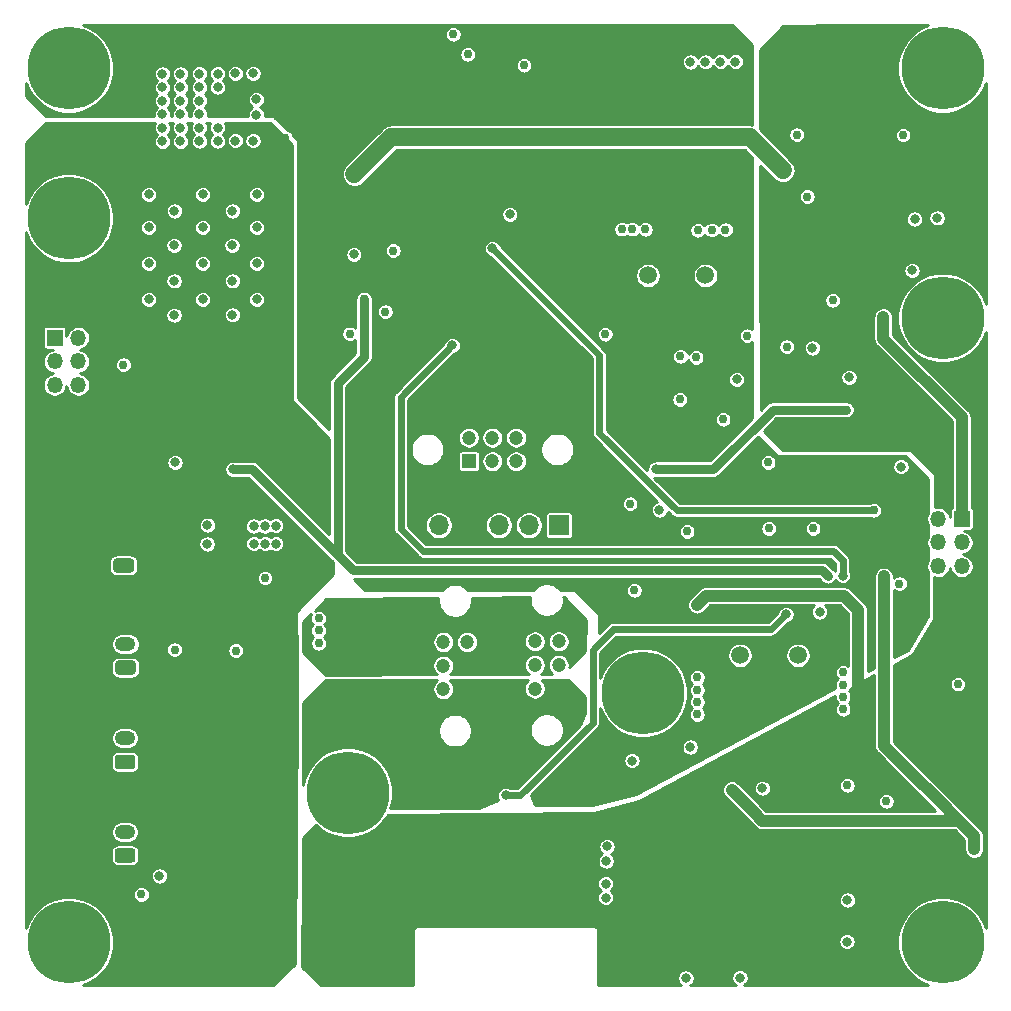
<source format=gbr>
G04 #@! TF.GenerationSoftware,KiCad,Pcbnew,(5.1.6)-1*
G04 #@! TF.CreationDate,2021-11-02T10:07:08-04:00*
G04 #@! TF.ProjectId,payload2020_papa_board,7061796c-6f61-4643-9230-32305f706170,rev?*
G04 #@! TF.SameCoordinates,Original*
G04 #@! TF.FileFunction,Copper,L3,Inr*
G04 #@! TF.FilePolarity,Positive*
%FSLAX46Y46*%
G04 Gerber Fmt 4.6, Leading zero omitted, Abs format (unit mm)*
G04 Created by KiCad (PCBNEW (5.1.6)-1) date 2021-11-02 10:07:08*
%MOMM*%
%LPD*%
G01*
G04 APERTURE LIST*
G04 #@! TA.AperFunction,ViaPad*
%ADD10R,1.350000X1.350000*%
G04 #@! TD*
G04 #@! TA.AperFunction,ViaPad*
%ADD11O,1.350000X1.350000*%
G04 #@! TD*
G04 #@! TA.AperFunction,ViaPad*
%ADD12C,7.000000*%
G04 #@! TD*
G04 #@! TA.AperFunction,ViaPad*
%ADD13C,1.500000*%
G04 #@! TD*
G04 #@! TA.AperFunction,ViaPad*
%ADD14O,1.750000X1.200000*%
G04 #@! TD*
G04 #@! TA.AperFunction,ViaPad*
%ADD15C,1.200000*%
G04 #@! TD*
G04 #@! TA.AperFunction,ViaPad*
%ADD16R,1.200000X1.200000*%
G04 #@! TD*
G04 #@! TA.AperFunction,ViaPad*
%ADD17O,1.700000X1.700000*%
G04 #@! TD*
G04 #@! TA.AperFunction,ViaPad*
%ADD18R,1.700000X1.700000*%
G04 #@! TD*
G04 #@! TA.AperFunction,ViaPad*
%ADD19C,0.762000*%
G04 #@! TD*
G04 #@! TA.AperFunction,ViaPad*
%ADD20C,0.800000*%
G04 #@! TD*
G04 #@! TA.AperFunction,Conductor*
%ADD21C,1.500000*%
G04 #@! TD*
G04 #@! TA.AperFunction,Conductor*
%ADD22C,1.000000*%
G04 #@! TD*
G04 #@! TA.AperFunction,Conductor*
%ADD23C,0.203200*%
G04 #@! TD*
G04 #@! TA.AperFunction,Conductor*
%ADD24C,0.600000*%
G04 #@! TD*
G04 #@! TA.AperFunction,Conductor*
%ADD25C,0.800000*%
G04 #@! TD*
G04 #@! TA.AperFunction,Conductor*
%ADD26C,0.254000*%
G04 #@! TD*
G04 APERTURE END LIST*
D10*
X181473000Y-109966000D03*
D11*
X181473000Y-111966000D03*
X181473000Y-113966000D03*
X179473000Y-109966000D03*
X179473000Y-111966000D03*
X179473000Y-113966000D03*
X106654600Y-98628200D03*
X106654600Y-96628200D03*
X106654600Y-94628200D03*
X104654600Y-98628200D03*
X104654600Y-96628200D03*
D10*
X104654600Y-94628200D03*
D12*
X179854000Y-145818000D03*
X179854000Y-71818000D03*
X179854000Y-92948000D03*
X105854000Y-71818000D03*
X129494000Y-133138000D03*
X154454000Y-124698000D03*
X105854000Y-145818000D03*
X105854000Y-84498000D03*
D13*
X154886000Y-89357200D03*
X159766000Y-89357200D03*
X162709200Y-121513600D03*
X167589200Y-121513600D03*
D14*
X110622080Y-136463020D03*
G04 #@! TA.AperFunction,ViaPad*
G36*
G01*
X111247081Y-139063020D02*
X109997079Y-139063020D01*
G75*
G02*
X109747080Y-138813021I0J249999D01*
G01*
X109747080Y-138113019D01*
G75*
G02*
X109997079Y-137863020I249999J0D01*
G01*
X111247081Y-137863020D01*
G75*
G02*
X111497080Y-138113019I0J-249999D01*
G01*
X111497080Y-138813021D01*
G75*
G02*
X111247081Y-139063020I-249999J0D01*
G01*
G37*
G04 #@! TD.AperFunction*
X110622080Y-128540760D03*
G04 #@! TA.AperFunction,ViaPad*
G36*
G01*
X111247081Y-131140760D02*
X109997079Y-131140760D01*
G75*
G02*
X109747080Y-130890761I0J249999D01*
G01*
X109747080Y-130190759D01*
G75*
G02*
X109997079Y-129940760I249999J0D01*
G01*
X111247081Y-129940760D01*
G75*
G02*
X111497080Y-130190759I0J-249999D01*
G01*
X111497080Y-130890761D01*
G75*
G02*
X111247081Y-131140760I-249999J0D01*
G01*
G37*
G04 #@! TD.AperFunction*
X110665260Y-120549920D03*
G04 #@! TA.AperFunction,ViaPad*
G36*
G01*
X111290261Y-123149920D02*
X110040259Y-123149920D01*
G75*
G02*
X109790260Y-122899921I0J249999D01*
G01*
X109790260Y-122199919D01*
G75*
G02*
X110040259Y-121949920I249999J0D01*
G01*
X111290261Y-121949920D01*
G75*
G02*
X111540260Y-122199919I0J-249999D01*
G01*
X111540260Y-122899921D01*
G75*
G02*
X111290261Y-123149920I-249999J0D01*
G01*
G37*
G04 #@! TD.AperFunction*
D15*
X145329400Y-124340000D03*
X145329400Y-122340000D03*
X145329400Y-120340000D03*
X147329400Y-120340000D03*
D16*
X147329400Y-124340000D03*
D15*
X147329400Y-122340000D03*
X137582400Y-124390800D03*
X137582400Y-122390800D03*
X137582400Y-120390800D03*
X139582400Y-120390800D03*
D16*
X139582400Y-124390800D03*
D15*
X139582400Y-122390800D03*
D17*
X137185400Y-110515400D03*
X139725400Y-110515400D03*
X142265400Y-110515400D03*
X144805400Y-110515400D03*
D18*
X147345400Y-110515400D03*
D15*
X139732000Y-103089200D03*
X141732000Y-103089200D03*
X143732000Y-103089200D03*
X143732000Y-105089200D03*
D16*
X139732000Y-105089200D03*
D15*
X141732000Y-105089200D03*
D14*
X110502700Y-111906300D03*
G04 #@! TA.AperFunction,ViaPad*
G36*
G01*
X111127701Y-114506300D02*
X109877699Y-114506300D01*
G75*
G02*
X109627700Y-114256301I0J249999D01*
G01*
X109627700Y-113556299D01*
G75*
G02*
X109877699Y-113306300I249999J0D01*
G01*
X111127701Y-113306300D01*
G75*
G02*
X111377700Y-113556299I0J-249999D01*
G01*
X111377700Y-114256301D01*
G75*
G02*
X111127701Y-114506300I-249999J0D01*
G01*
G37*
G04 #@! TD.AperFunction*
D19*
X171421200Y-124012200D03*
X171421200Y-122945400D03*
X171421200Y-126095000D03*
X171421200Y-125028200D03*
X181142640Y-123954540D03*
X170553380Y-91447620D03*
X168391840Y-82677000D03*
X167507920Y-77436980D03*
X114815620Y-121041160D03*
X119989600Y-121114820D03*
X144406620Y-71549260D03*
X139649200Y-70637400D03*
X132664200Y-92430600D03*
X129659380Y-94307660D03*
X112014000Y-141762480D03*
X110622080Y-138463020D03*
D20*
X171775120Y-142234920D03*
X171747180Y-145752820D03*
X177263200Y-88934800D03*
X176319180Y-105549700D03*
X153543000Y-130429000D03*
X162407600Y-98145600D03*
X117195600Y-82499200D03*
X117195600Y-88341200D03*
X117195600Y-91389200D03*
X117195600Y-85293200D03*
X112623600Y-88341200D03*
X112623600Y-91389200D03*
X114780060Y-92717620D03*
X112623600Y-85293200D03*
X114780060Y-89814400D03*
X114780060Y-86807040D03*
X121767600Y-82499200D03*
X121767600Y-85293200D03*
X119692420Y-86799420D03*
X121767600Y-88341200D03*
X119705120Y-89814400D03*
X121767600Y-91389200D03*
X119717820Y-92689680D03*
X116916200Y-77978000D03*
X119964200Y-77952600D03*
X115316000Y-78003400D03*
X113792000Y-78003400D03*
X118465600Y-77978000D03*
X121462800Y-77952600D03*
X116916200Y-76835000D03*
X115316000Y-76860400D03*
X113792000Y-76860400D03*
X118465600Y-76835000D03*
X115316000Y-75717400D03*
X113792000Y-75717400D03*
X116916200Y-75692000D03*
X115316000Y-74574400D03*
X113792000Y-74574400D03*
X116916200Y-74549000D03*
X115316000Y-73431400D03*
X113792000Y-73431400D03*
X116916200Y-73406000D03*
X118465600Y-73406000D03*
X115316000Y-72288400D03*
X119964200Y-72237600D03*
X118465600Y-72263000D03*
X113792000Y-72288400D03*
X116916200Y-72263000D03*
X121462800Y-72237600D03*
X122510960Y-112069120D03*
X121515280Y-112069120D03*
X122475400Y-110570520D03*
X121525440Y-110570520D03*
X123393200Y-110550960D03*
X123393200Y-112074960D03*
X113535460Y-140195300D03*
X169440000Y-117840000D03*
X114866420Y-105186480D03*
X117568980Y-112090200D03*
X117599460Y-110495080D03*
X129997200Y-87579200D03*
X143205200Y-84175600D03*
D19*
X163288980Y-94462600D03*
D20*
X112623600Y-82499200D03*
X114802920Y-83893660D03*
X119717820Y-83893660D03*
D19*
X151274780Y-94322900D03*
X138404600Y-68935600D03*
X122479000Y-114973000D03*
X176502060Y-77467460D03*
X110490000Y-96926400D03*
X154679742Y-85458517D03*
X153742800Y-116011200D03*
X159076800Y-126526800D03*
X159076800Y-125460000D03*
X159076800Y-124444000D03*
X159076800Y-123377200D03*
D20*
X164576760Y-132765800D03*
X162687000Y-148818600D03*
X158115000Y-148844000D03*
D19*
X165122000Y-110778800D03*
X152676000Y-85429600D03*
X153565000Y-85429600D03*
X160296000Y-85505800D03*
X159127600Y-85531200D03*
D20*
X121738800Y-75752200D03*
X121738800Y-74447400D03*
X158470600Y-129286000D03*
D19*
X166319200Y-80441800D03*
D20*
X126474220Y-103835200D03*
D19*
X126466600Y-104952800D03*
X113101120Y-111404400D03*
X113101120Y-110230920D03*
X109819440Y-108950760D03*
X111246920Y-108950760D03*
X121637200Y-137773920D03*
X113873280Y-137815320D03*
X130048000Y-80772000D03*
X124175520Y-77685900D03*
X126492000Y-105968800D03*
X122992800Y-77673200D03*
X163850320Y-141371320D03*
D20*
X173250000Y-92862400D03*
X180797200Y-120294400D03*
X147921980Y-143131540D03*
X161889440Y-131069080D03*
D19*
X151071580Y-135130540D03*
X169397680Y-73593960D03*
X167523160Y-71833740D03*
X171693840Y-73593960D03*
X176755200Y-100669600D03*
X159051400Y-117230400D03*
X172691200Y-124799600D03*
D20*
X182519320Y-137947400D03*
D19*
X133324600Y-87249000D03*
X174019990Y-109246810D03*
X174875600Y-114842800D03*
D20*
X162001200Y-132918200D03*
X141716760Y-87071200D03*
D19*
X174824800Y-92877640D03*
X141183360Y-133377940D03*
D20*
X161036000Y-71259700D03*
D19*
X176196400Y-115452400D03*
X161464400Y-85480400D03*
D20*
X155571600Y-105749600D03*
D19*
X171675200Y-100720400D03*
D20*
X168830400Y-95488000D03*
D19*
X166646000Y-95386400D03*
D20*
X171929200Y-97977200D03*
D19*
X175069500Y-133878320D03*
X171775120Y-132527040D03*
X158213200Y-111032800D03*
D20*
X159771080Y-71267320D03*
D19*
X161261200Y-101533200D03*
D20*
X155876400Y-109204000D03*
X158493460Y-71282560D03*
D19*
X153387200Y-108696000D03*
D20*
X162306000Y-71252080D03*
D19*
X158975200Y-96300800D03*
D20*
X166595200Y-118043200D03*
X142839440Y-133372860D03*
X171378880Y-114772440D03*
X138333480Y-95283020D03*
X170134280Y-114792760D03*
X119761000Y-105763060D03*
D19*
X130860800Y-91389200D03*
X157654400Y-96199200D03*
X165071200Y-105187040D03*
D20*
X179374800Y-84480400D03*
X177469800Y-84582000D03*
X151434800Y-137693400D03*
X151323040Y-142031720D03*
X151358600Y-138938000D03*
X151323040Y-140858240D03*
D19*
X168881200Y-110778800D03*
X157603600Y-99856800D03*
X127011840Y-119399560D03*
X127016920Y-120501920D03*
X127011840Y-118383560D03*
D20*
X176405540Y-120934480D03*
X145999200Y-76144120D03*
X146050000Y-84439760D03*
D19*
X147888960Y-133070600D03*
X132638800Y-98196400D03*
X146055080Y-73888600D03*
X146977100Y-74973180D03*
X146977100Y-76144120D03*
X146050000Y-87924640D03*
X133883400Y-69875400D03*
X178076000Y-108950000D03*
X177060000Y-108950000D03*
X126441200Y-98145600D03*
X146034760Y-74978260D03*
D21*
X130048000Y-80772000D02*
X133172200Y-77647800D01*
X154421840Y-77647800D02*
X133581140Y-77647800D01*
X133172200Y-77647800D02*
X133581140Y-77647800D01*
X163525200Y-77647800D02*
X166319200Y-80441800D01*
X154421840Y-77647800D02*
X163525200Y-77647800D01*
D22*
X172691200Y-117687600D02*
X171472000Y-116468400D01*
X172691200Y-124799600D02*
X172691200Y-117687600D01*
X159813400Y-116468400D02*
X159051400Y-117230400D01*
X171472000Y-116468400D02*
X159813400Y-116468400D01*
X180853080Y-135143240D02*
X180482240Y-134772400D01*
X180482240Y-134772400D02*
X180106320Y-134396480D01*
X182519320Y-137947400D02*
X182519320Y-136809480D01*
D23*
X163855400Y-134772400D02*
X163868100Y-134772400D01*
D22*
X164586920Y-135503920D02*
X163855400Y-134772400D01*
X181213760Y-135503920D02*
X164586920Y-135503920D01*
X182519320Y-136809480D02*
X181213760Y-135503920D01*
X181213760Y-135503920D02*
X180853080Y-135143240D01*
X180106320Y-134396480D02*
X176578720Y-130868880D01*
X174977200Y-129267360D02*
X176578720Y-130868880D01*
D23*
X174875600Y-129165760D02*
X174977200Y-129267360D01*
D22*
X174875600Y-114842800D02*
X174875600Y-129165760D01*
X163479480Y-134396480D02*
X163075620Y-133992620D01*
X163075620Y-133992620D02*
X162001200Y-132918200D01*
X163855400Y-134772400D02*
X163479480Y-134396480D01*
D24*
X141716760Y-87071200D02*
X150771000Y-96125440D01*
X150771000Y-96125440D02*
X150771000Y-102681280D01*
X157336530Y-109246810D02*
X174019990Y-109246810D01*
X150771000Y-102681280D02*
X157336530Y-109246810D01*
D22*
X181473000Y-109966000D02*
X181473000Y-103799800D01*
X181473000Y-103799800D02*
X181473000Y-101374200D01*
X174824800Y-94726000D02*
X174824800Y-92877640D01*
X181473000Y-101374200D02*
X174824800Y-94726000D01*
D25*
X171675200Y-100720400D02*
X165477600Y-100720400D01*
X160448400Y-105749600D02*
X155571600Y-105749600D01*
X165477600Y-100720400D02*
X160448400Y-105749600D01*
D24*
X150210520Y-121061480D02*
X151973280Y-119298720D01*
X150210520Y-124886720D02*
X150210520Y-121061480D01*
X150210520Y-124886720D02*
X150210520Y-127233680D01*
X144071340Y-133372860D02*
X150210520Y-127233680D01*
X142839440Y-133372860D02*
X144071340Y-133372860D01*
X151973280Y-119298720D02*
X165285420Y-119298720D01*
D23*
X165339680Y-119298720D02*
X165285420Y-119298720D01*
D24*
X166595200Y-118043200D02*
X165339680Y-119298720D01*
X171378880Y-114772440D02*
X171378880Y-113522760D01*
D23*
X171378880Y-113522760D02*
X171378880Y-113479680D01*
D24*
X171378880Y-113479680D02*
X170608400Y-112709200D01*
X170608400Y-112709200D02*
X135861200Y-112709200D01*
X135861200Y-112709200D02*
X133956200Y-110804200D01*
X133956200Y-99660300D02*
X138333480Y-95283020D01*
X133956200Y-110804200D02*
X133956200Y-99660300D01*
D25*
X121378980Y-105763060D02*
X119761000Y-105763060D01*
X128633220Y-113017300D02*
X128633220Y-98463100D01*
X129941320Y-114325400D02*
X128633220Y-113017300D01*
X128633220Y-113017300D02*
X121378980Y-105763060D01*
X130860800Y-96235520D02*
X130860800Y-91389200D01*
X128633220Y-98463100D02*
X130860800Y-96235520D01*
X166636700Y-114325400D02*
X129941320Y-114325400D01*
X168282620Y-114325400D02*
X166636700Y-114325400D01*
X169666920Y-114325400D02*
X170134280Y-114792760D01*
X168282620Y-114325400D02*
X169666920Y-114325400D01*
D26*
G36*
X178039720Y-68423721D02*
G01*
X177412390Y-68842889D01*
X176878889Y-69376390D01*
X176459721Y-70003720D01*
X176170992Y-70700772D01*
X176023800Y-71440758D01*
X176023800Y-72195242D01*
X176170992Y-72935228D01*
X176459721Y-73632280D01*
X176878889Y-74259610D01*
X177412390Y-74793111D01*
X178039720Y-75212279D01*
X178736772Y-75501008D01*
X179476758Y-75648200D01*
X180231242Y-75648200D01*
X180971228Y-75501008D01*
X181668280Y-75212279D01*
X182295610Y-74793111D01*
X182829111Y-74259610D01*
X183248279Y-73632280D01*
X183502000Y-73019744D01*
X183502000Y-91746256D01*
X183248279Y-91133720D01*
X182829111Y-90506390D01*
X182295610Y-89972889D01*
X181668280Y-89553721D01*
X180971228Y-89264992D01*
X180231242Y-89117800D01*
X179476758Y-89117800D01*
X178736772Y-89264992D01*
X178039720Y-89553721D01*
X177412390Y-89972889D01*
X176878889Y-90506390D01*
X176459721Y-91133720D01*
X176170992Y-91830772D01*
X176023800Y-92570758D01*
X176023800Y-93325242D01*
X176170992Y-94065228D01*
X176459721Y-94762280D01*
X176878889Y-95389610D01*
X177412390Y-95923111D01*
X178039720Y-96342279D01*
X178736772Y-96631008D01*
X179476758Y-96778200D01*
X180231242Y-96778200D01*
X180971228Y-96631008D01*
X181668280Y-96342279D01*
X182295610Y-95923111D01*
X182829111Y-95389610D01*
X183248279Y-94762280D01*
X183502000Y-94149744D01*
X183502001Y-144616258D01*
X183248279Y-144003720D01*
X182829111Y-143376390D01*
X182295610Y-142842889D01*
X181668280Y-142423721D01*
X180971228Y-142134992D01*
X180231242Y-141987800D01*
X179476758Y-141987800D01*
X178736772Y-142134992D01*
X178039720Y-142423721D01*
X177412390Y-142842889D01*
X176878889Y-143376390D01*
X176459721Y-144003720D01*
X176170992Y-144700772D01*
X176023800Y-145440758D01*
X176023800Y-146195242D01*
X176170992Y-146935228D01*
X176459721Y-147632280D01*
X176878889Y-148259610D01*
X177412390Y-148793111D01*
X178039720Y-149212279D01*
X178652255Y-149466000D01*
X163032143Y-149466000D01*
X163032879Y-149465695D01*
X163152475Y-149385783D01*
X163254183Y-149284075D01*
X163334095Y-149164479D01*
X163389139Y-149031591D01*
X163417200Y-148890518D01*
X163417200Y-148746682D01*
X163389139Y-148605609D01*
X163334095Y-148472721D01*
X163254183Y-148353125D01*
X163152475Y-148251417D01*
X163032879Y-148171505D01*
X162899991Y-148116461D01*
X162758918Y-148088400D01*
X162615082Y-148088400D01*
X162474009Y-148116461D01*
X162341121Y-148171505D01*
X162221525Y-148251417D01*
X162119817Y-148353125D01*
X162039905Y-148472721D01*
X161984861Y-148605609D01*
X161956800Y-148746682D01*
X161956800Y-148890518D01*
X161984861Y-149031591D01*
X162039905Y-149164479D01*
X162119817Y-149284075D01*
X162221525Y-149385783D01*
X162341121Y-149465695D01*
X162341857Y-149466000D01*
X158498436Y-149466000D01*
X158580475Y-149411183D01*
X158682183Y-149309475D01*
X158762095Y-149189879D01*
X158817139Y-149056991D01*
X158845200Y-148915918D01*
X158845200Y-148772082D01*
X158817139Y-148631009D01*
X158762095Y-148498121D01*
X158682183Y-148378525D01*
X158580475Y-148276817D01*
X158460879Y-148196905D01*
X158327991Y-148141861D01*
X158186918Y-148113800D01*
X158043082Y-148113800D01*
X157902009Y-148141861D01*
X157769121Y-148196905D01*
X157649525Y-148276817D01*
X157547817Y-148378525D01*
X157467905Y-148498121D01*
X157412861Y-148631009D01*
X157384800Y-148772082D01*
X157384800Y-148915918D01*
X157412861Y-149056991D01*
X157467905Y-149189879D01*
X157547817Y-149309475D01*
X157649525Y-149411183D01*
X157731564Y-149466000D01*
X150706000Y-149466000D01*
X150706000Y-145680902D01*
X171016980Y-145680902D01*
X171016980Y-145824738D01*
X171045041Y-145965811D01*
X171100085Y-146098699D01*
X171179997Y-146218295D01*
X171281705Y-146320003D01*
X171401301Y-146399915D01*
X171534189Y-146454959D01*
X171675262Y-146483020D01*
X171819098Y-146483020D01*
X171960171Y-146454959D01*
X172093059Y-146399915D01*
X172212655Y-146320003D01*
X172314363Y-146218295D01*
X172394275Y-146098699D01*
X172449319Y-145965811D01*
X172477380Y-145824738D01*
X172477380Y-145680902D01*
X172449319Y-145539829D01*
X172394275Y-145406941D01*
X172314363Y-145287345D01*
X172212655Y-145185637D01*
X172093059Y-145105725D01*
X171960171Y-145050681D01*
X171819098Y-145022620D01*
X171675262Y-145022620D01*
X171534189Y-145050681D01*
X171401301Y-145105725D01*
X171281705Y-145185637D01*
X171179997Y-145287345D01*
X171100085Y-145406941D01*
X171045041Y-145539829D01*
X171016980Y-145680902D01*
X150706000Y-145680902D01*
X150706000Y-144835292D01*
X150707703Y-144818000D01*
X150700907Y-144748996D01*
X150680779Y-144682644D01*
X150648093Y-144621493D01*
X150604106Y-144567894D01*
X150550507Y-144523907D01*
X150489356Y-144491221D01*
X150423004Y-144471093D01*
X150371292Y-144466000D01*
X150371291Y-144466000D01*
X150354000Y-144464297D01*
X150336708Y-144466000D01*
X135371291Y-144466000D01*
X135354000Y-144464297D01*
X135336708Y-144466000D01*
X135284996Y-144471093D01*
X135218644Y-144491221D01*
X135157493Y-144523907D01*
X135103894Y-144567894D01*
X135059907Y-144621493D01*
X135027221Y-144682644D01*
X135007093Y-144748996D01*
X135000297Y-144818000D01*
X135002000Y-144835292D01*
X135002001Y-149466000D01*
X127208857Y-149466000D01*
X125642231Y-147904746D01*
X125660194Y-140786322D01*
X150592840Y-140786322D01*
X150592840Y-140930158D01*
X150620901Y-141071231D01*
X150675945Y-141204119D01*
X150755857Y-141323715D01*
X150857565Y-141425423D01*
X150886834Y-141444980D01*
X150857565Y-141464537D01*
X150755857Y-141566245D01*
X150675945Y-141685841D01*
X150620901Y-141818729D01*
X150592840Y-141959802D01*
X150592840Y-142103638D01*
X150620901Y-142244711D01*
X150675945Y-142377599D01*
X150755857Y-142497195D01*
X150857565Y-142598903D01*
X150977161Y-142678815D01*
X151110049Y-142733859D01*
X151251122Y-142761920D01*
X151394958Y-142761920D01*
X151536031Y-142733859D01*
X151668919Y-142678815D01*
X151788515Y-142598903D01*
X151890223Y-142497195D01*
X151970135Y-142377599D01*
X152025179Y-142244711D01*
X152041431Y-142163002D01*
X171044920Y-142163002D01*
X171044920Y-142306838D01*
X171072981Y-142447911D01*
X171128025Y-142580799D01*
X171207937Y-142700395D01*
X171309645Y-142802103D01*
X171429241Y-142882015D01*
X171562129Y-142937059D01*
X171703202Y-142965120D01*
X171847038Y-142965120D01*
X171988111Y-142937059D01*
X172120999Y-142882015D01*
X172240595Y-142802103D01*
X172342303Y-142700395D01*
X172422215Y-142580799D01*
X172477259Y-142447911D01*
X172505320Y-142306838D01*
X172505320Y-142163002D01*
X172477259Y-142021929D01*
X172422215Y-141889041D01*
X172342303Y-141769445D01*
X172240595Y-141667737D01*
X172120999Y-141587825D01*
X171988111Y-141532781D01*
X171847038Y-141504720D01*
X171703202Y-141504720D01*
X171562129Y-141532781D01*
X171429241Y-141587825D01*
X171309645Y-141667737D01*
X171207937Y-141769445D01*
X171128025Y-141889041D01*
X171072981Y-142021929D01*
X171044920Y-142163002D01*
X152041431Y-142163002D01*
X152053240Y-142103638D01*
X152053240Y-141959802D01*
X152025179Y-141818729D01*
X151970135Y-141685841D01*
X151890223Y-141566245D01*
X151788515Y-141464537D01*
X151759246Y-141444980D01*
X151788515Y-141425423D01*
X151890223Y-141323715D01*
X151970135Y-141204119D01*
X152025179Y-141071231D01*
X152053240Y-140930158D01*
X152053240Y-140786322D01*
X152025179Y-140645249D01*
X151970135Y-140512361D01*
X151890223Y-140392765D01*
X151788515Y-140291057D01*
X151668919Y-140211145D01*
X151536031Y-140156101D01*
X151394958Y-140128040D01*
X151251122Y-140128040D01*
X151110049Y-140156101D01*
X150977161Y-140211145D01*
X150857565Y-140291057D01*
X150755857Y-140392765D01*
X150675945Y-140512361D01*
X150620901Y-140645249D01*
X150592840Y-140786322D01*
X125660194Y-140786322D01*
X125665039Y-138866082D01*
X150628400Y-138866082D01*
X150628400Y-139009918D01*
X150656461Y-139150991D01*
X150711505Y-139283879D01*
X150791417Y-139403475D01*
X150893125Y-139505183D01*
X151012721Y-139585095D01*
X151145609Y-139640139D01*
X151286682Y-139668200D01*
X151430518Y-139668200D01*
X151571591Y-139640139D01*
X151704479Y-139585095D01*
X151824075Y-139505183D01*
X151925783Y-139403475D01*
X152005695Y-139283879D01*
X152060739Y-139150991D01*
X152088800Y-139009918D01*
X152088800Y-138866082D01*
X152060739Y-138725009D01*
X152005695Y-138592121D01*
X151925783Y-138472525D01*
X151824075Y-138370817D01*
X151779454Y-138341002D01*
X151780679Y-138340495D01*
X151900275Y-138260583D01*
X152001983Y-138158875D01*
X152081895Y-138039279D01*
X152136939Y-137906391D01*
X152165000Y-137765318D01*
X152165000Y-137621482D01*
X152136939Y-137480409D01*
X152081895Y-137347521D01*
X152001983Y-137227925D01*
X151900275Y-137126217D01*
X151780679Y-137046305D01*
X151647791Y-136991261D01*
X151506718Y-136963200D01*
X151362882Y-136963200D01*
X151221809Y-136991261D01*
X151088921Y-137046305D01*
X150969325Y-137126217D01*
X150867617Y-137227925D01*
X150787705Y-137347521D01*
X150732661Y-137480409D01*
X150704600Y-137621482D01*
X150704600Y-137765318D01*
X150732661Y-137906391D01*
X150787705Y-138039279D01*
X150867617Y-138158875D01*
X150969325Y-138260583D01*
X151013946Y-138290398D01*
X151012721Y-138290905D01*
X150893125Y-138370817D01*
X150791417Y-138472525D01*
X150711505Y-138592121D01*
X150656461Y-138725009D01*
X150628400Y-138866082D01*
X125665039Y-138866082D01*
X125669771Y-136991151D01*
X126796448Y-135857169D01*
X127052390Y-136113111D01*
X127679720Y-136532279D01*
X128376772Y-136821008D01*
X129116758Y-136968200D01*
X129871242Y-136968200D01*
X130611228Y-136821008D01*
X131308280Y-136532279D01*
X131935610Y-136113111D01*
X132469111Y-135579610D01*
X132856400Y-134999990D01*
X150330222Y-134842967D01*
X150360574Y-134839005D01*
X154123083Y-133875899D01*
X154151606Y-133864790D01*
X170710000Y-124985870D01*
X170710000Y-125098247D01*
X170737331Y-125235649D01*
X170790943Y-125365079D01*
X170868775Y-125481563D01*
X170948812Y-125561600D01*
X170868775Y-125641637D01*
X170790943Y-125758121D01*
X170737331Y-125887551D01*
X170710000Y-126024953D01*
X170710000Y-126165047D01*
X170737331Y-126302449D01*
X170790943Y-126431879D01*
X170868775Y-126548363D01*
X170967837Y-126647425D01*
X171084321Y-126725257D01*
X171213751Y-126778869D01*
X171351153Y-126806200D01*
X171491247Y-126806200D01*
X171628649Y-126778869D01*
X171758079Y-126725257D01*
X171874563Y-126647425D01*
X171973625Y-126548363D01*
X172051457Y-126431879D01*
X172105069Y-126302449D01*
X172132400Y-126165047D01*
X172132400Y-126024953D01*
X172105069Y-125887551D01*
X172051457Y-125758121D01*
X171973625Y-125641637D01*
X171893588Y-125561600D01*
X171973625Y-125481563D01*
X172051457Y-125365079D01*
X172105069Y-125235649D01*
X172132400Y-125098247D01*
X172132400Y-124958153D01*
X172105069Y-124820751D01*
X172051457Y-124691321D01*
X171973625Y-124574837D01*
X171918988Y-124520200D01*
X171973625Y-124465563D01*
X172051457Y-124349079D01*
X172095400Y-124242993D01*
X174045401Y-123197366D01*
X174045401Y-129206536D01*
X174057414Y-129328507D01*
X174104886Y-129485001D01*
X174181976Y-129629226D01*
X174285721Y-129755640D01*
X174341522Y-129801435D01*
X174361327Y-129825567D01*
X179209480Y-134673720D01*
X164930800Y-134673720D01*
X164413607Y-134156527D01*
X164413602Y-134156523D01*
X164065353Y-133808273D01*
X174358300Y-133808273D01*
X174358300Y-133948367D01*
X174385631Y-134085769D01*
X174439243Y-134215199D01*
X174517075Y-134331683D01*
X174616137Y-134430745D01*
X174732621Y-134508577D01*
X174862051Y-134562189D01*
X174999453Y-134589520D01*
X175139547Y-134589520D01*
X175276949Y-134562189D01*
X175406379Y-134508577D01*
X175522863Y-134430745D01*
X175621925Y-134331683D01*
X175699757Y-134215199D01*
X175753369Y-134085769D01*
X175780700Y-133948367D01*
X175780700Y-133808273D01*
X175753369Y-133670871D01*
X175699757Y-133541441D01*
X175621925Y-133424957D01*
X175522863Y-133325895D01*
X175406379Y-133248063D01*
X175276949Y-133194451D01*
X175139547Y-133167120D01*
X174999453Y-133167120D01*
X174862051Y-133194451D01*
X174732621Y-133248063D01*
X174616137Y-133325895D01*
X174517075Y-133424957D01*
X174439243Y-133541441D01*
X174385631Y-133670871D01*
X174358300Y-133808273D01*
X164065353Y-133808273D01*
X164037687Y-133780607D01*
X164037682Y-133780603D01*
X163633827Y-133376747D01*
X162950962Y-132693882D01*
X163846560Y-132693882D01*
X163846560Y-132837718D01*
X163874621Y-132978791D01*
X163929665Y-133111679D01*
X164009577Y-133231275D01*
X164111285Y-133332983D01*
X164230881Y-133412895D01*
X164363769Y-133467939D01*
X164504842Y-133496000D01*
X164648678Y-133496000D01*
X164789751Y-133467939D01*
X164922639Y-133412895D01*
X165042235Y-133332983D01*
X165143943Y-133231275D01*
X165223855Y-133111679D01*
X165278899Y-132978791D01*
X165306960Y-132837718D01*
X165306960Y-132693882D01*
X165278899Y-132552809D01*
X165239211Y-132456993D01*
X171063920Y-132456993D01*
X171063920Y-132597087D01*
X171091251Y-132734489D01*
X171144863Y-132863919D01*
X171222695Y-132980403D01*
X171321757Y-133079465D01*
X171438241Y-133157297D01*
X171567671Y-133210909D01*
X171705073Y-133238240D01*
X171845167Y-133238240D01*
X171982569Y-133210909D01*
X172111999Y-133157297D01*
X172228483Y-133079465D01*
X172327545Y-132980403D01*
X172405377Y-132863919D01*
X172458989Y-132734489D01*
X172486320Y-132597087D01*
X172486320Y-132456993D01*
X172458989Y-132319591D01*
X172405377Y-132190161D01*
X172327545Y-132073677D01*
X172228483Y-131974615D01*
X172111999Y-131896783D01*
X171982569Y-131843171D01*
X171845167Y-131815840D01*
X171705073Y-131815840D01*
X171567671Y-131843171D01*
X171438241Y-131896783D01*
X171321757Y-131974615D01*
X171222695Y-132073677D01*
X171144863Y-132190161D01*
X171091251Y-132319591D01*
X171063920Y-132456993D01*
X165239211Y-132456993D01*
X165223855Y-132419921D01*
X165143943Y-132300325D01*
X165042235Y-132198617D01*
X164922639Y-132118705D01*
X164789751Y-132063661D01*
X164648678Y-132035600D01*
X164504842Y-132035600D01*
X164363769Y-132063661D01*
X164230881Y-132118705D01*
X164111285Y-132198617D01*
X164009577Y-132300325D01*
X163929665Y-132419921D01*
X163874621Y-132552809D01*
X163846560Y-132693882D01*
X162950962Y-132693882D01*
X162559407Y-132302327D01*
X162464666Y-132224575D01*
X162320440Y-132147485D01*
X162163946Y-132100014D01*
X162001200Y-132083984D01*
X161838454Y-132100014D01*
X161681960Y-132147485D01*
X161537734Y-132224575D01*
X161411321Y-132328321D01*
X161307575Y-132454734D01*
X161230485Y-132598960D01*
X161183014Y-132755454D01*
X161166984Y-132918200D01*
X161183014Y-133080946D01*
X161230485Y-133237440D01*
X161307575Y-133381666D01*
X161385327Y-133476407D01*
X162459747Y-134550827D01*
X162863603Y-134954682D01*
X162863607Y-134954687D01*
X163239523Y-135330602D01*
X163239527Y-135330607D01*
X163971045Y-136062125D01*
X163997040Y-136093800D01*
X164123454Y-136197545D01*
X164267679Y-136274635D01*
X164424173Y-136322107D01*
X164586920Y-136338136D01*
X164627696Y-136334120D01*
X180869880Y-136334120D01*
X181689121Y-137153361D01*
X181689120Y-137988175D01*
X181701133Y-138110146D01*
X181748605Y-138266640D01*
X181825695Y-138410865D01*
X181929440Y-138537280D01*
X182055854Y-138641025D01*
X182200079Y-138718115D01*
X182356573Y-138765587D01*
X182519320Y-138781616D01*
X182682066Y-138765587D01*
X182838560Y-138718115D01*
X182982785Y-138641025D01*
X183109200Y-138537280D01*
X183212945Y-138410866D01*
X183290035Y-138266641D01*
X183337507Y-138110147D01*
X183349520Y-137988176D01*
X183349520Y-136850256D01*
X183353536Y-136809480D01*
X183337507Y-136646733D01*
X183290035Y-136490239D01*
X183212945Y-136346014D01*
X183135193Y-136251273D01*
X183109200Y-136219600D01*
X183077525Y-136193605D01*
X181829633Y-134945713D01*
X181803640Y-134914040D01*
X181771961Y-134888041D01*
X181040447Y-134156527D01*
X181040442Y-134156523D01*
X180664527Y-133780607D01*
X175705800Y-128821880D01*
X175705800Y-123884493D01*
X180431440Y-123884493D01*
X180431440Y-124024587D01*
X180458771Y-124161989D01*
X180512383Y-124291419D01*
X180590215Y-124407903D01*
X180689277Y-124506965D01*
X180805761Y-124584797D01*
X180935191Y-124638409D01*
X181072593Y-124665740D01*
X181212687Y-124665740D01*
X181350089Y-124638409D01*
X181479519Y-124584797D01*
X181596003Y-124506965D01*
X181695065Y-124407903D01*
X181772897Y-124291419D01*
X181826509Y-124161989D01*
X181853840Y-124024587D01*
X181853840Y-123884493D01*
X181826509Y-123747091D01*
X181772897Y-123617661D01*
X181695065Y-123501177D01*
X181596003Y-123402115D01*
X181479519Y-123324283D01*
X181350089Y-123270671D01*
X181212687Y-123243340D01*
X181072593Y-123243340D01*
X180935191Y-123270671D01*
X180805761Y-123324283D01*
X180689277Y-123402115D01*
X180590215Y-123501177D01*
X180512383Y-123617661D01*
X180458771Y-123747091D01*
X180431440Y-123884493D01*
X175705800Y-123884493D01*
X175705800Y-122307029D01*
X177291106Y-121456958D01*
X177311788Y-121443099D01*
X177329369Y-121425472D01*
X177339875Y-121410570D01*
X179114107Y-118465470D01*
X179124802Y-118442988D01*
X179130905Y-118418851D01*
X179132320Y-118400673D01*
X179152574Y-114921296D01*
X179179794Y-114932571D01*
X179373996Y-114971200D01*
X179572004Y-114971200D01*
X179766206Y-114932571D01*
X179949141Y-114856797D01*
X180113778Y-114746790D01*
X180253790Y-114606778D01*
X180363797Y-114442141D01*
X180439571Y-114259206D01*
X180473000Y-114091146D01*
X180506429Y-114259206D01*
X180582203Y-114442141D01*
X180692210Y-114606778D01*
X180832222Y-114746790D01*
X180996859Y-114856797D01*
X181179794Y-114932571D01*
X181373996Y-114971200D01*
X181572004Y-114971200D01*
X181766206Y-114932571D01*
X181949141Y-114856797D01*
X182113778Y-114746790D01*
X182253790Y-114606778D01*
X182363797Y-114442141D01*
X182439571Y-114259206D01*
X182478200Y-114065004D01*
X182478200Y-113866996D01*
X182439571Y-113672794D01*
X182363797Y-113489859D01*
X182253790Y-113325222D01*
X182113778Y-113185210D01*
X181949141Y-113075203D01*
X181766206Y-112999429D01*
X181598146Y-112966000D01*
X181766206Y-112932571D01*
X181949141Y-112856797D01*
X182113778Y-112746790D01*
X182253790Y-112606778D01*
X182363797Y-112442141D01*
X182439571Y-112259206D01*
X182478200Y-112065004D01*
X182478200Y-111866996D01*
X182439571Y-111672794D01*
X182363797Y-111489859D01*
X182253790Y-111325222D01*
X182113778Y-111185210D01*
X181949141Y-111075203D01*
X181766206Y-110999429D01*
X181632317Y-110972797D01*
X182148000Y-110972797D01*
X182212730Y-110966422D01*
X182274973Y-110947540D01*
X182332337Y-110916879D01*
X182382616Y-110875616D01*
X182423879Y-110825337D01*
X182454540Y-110767973D01*
X182473422Y-110705730D01*
X182479797Y-110641000D01*
X182479797Y-109291000D01*
X182473422Y-109226270D01*
X182454540Y-109164027D01*
X182423879Y-109106663D01*
X182382616Y-109056384D01*
X182332337Y-109015121D01*
X182303200Y-108999547D01*
X182303200Y-101414976D01*
X182307216Y-101374200D01*
X182291187Y-101211453D01*
X182243715Y-101054959D01*
X182166625Y-100910734D01*
X182088873Y-100815993D01*
X182062880Y-100784320D01*
X182031205Y-100758325D01*
X175655000Y-94382120D01*
X175655000Y-92836864D01*
X175642987Y-92714893D01*
X175595515Y-92558399D01*
X175518425Y-92414174D01*
X175414680Y-92287760D01*
X175288266Y-92184015D01*
X175144041Y-92106925D01*
X174987547Y-92059453D01*
X174824800Y-92043424D01*
X174662054Y-92059453D01*
X174505560Y-92106925D01*
X174361335Y-92184015D01*
X174234921Y-92287760D01*
X174131176Y-92414174D01*
X174054086Y-92558399D01*
X174006614Y-92714893D01*
X173994601Y-92836864D01*
X173994600Y-94685227D01*
X173990584Y-94726000D01*
X173994600Y-94766773D01*
X173994600Y-94766775D01*
X174006613Y-94888746D01*
X174050706Y-95034100D01*
X174054085Y-95045240D01*
X174131175Y-95189466D01*
X174201378Y-95275009D01*
X174234920Y-95315880D01*
X174266595Y-95341875D01*
X180642801Y-101718081D01*
X180642800Y-103840575D01*
X180642801Y-103840585D01*
X180642800Y-108999547D01*
X180613663Y-109015121D01*
X180563384Y-109056384D01*
X180522121Y-109106663D01*
X180491460Y-109164027D01*
X180472578Y-109226270D01*
X180466203Y-109291000D01*
X180466203Y-109806683D01*
X180439571Y-109672794D01*
X180363797Y-109489859D01*
X180253790Y-109325222D01*
X180113778Y-109185210D01*
X179949141Y-109075203D01*
X179766206Y-108999429D01*
X179572004Y-108960800D01*
X179373996Y-108960800D01*
X179187054Y-108997985D01*
X179203136Y-106235335D01*
X179200840Y-106210545D01*
X179193752Y-106186679D01*
X179182144Y-106164654D01*
X179166120Y-106144974D01*
X177177765Y-104148629D01*
X177158552Y-104132796D01*
X177136619Y-104121016D01*
X177112809Y-104113741D01*
X177087553Y-104111251D01*
X166372598Y-104130654D01*
X164733495Y-102497163D01*
X165780058Y-101450600D01*
X171711072Y-101450600D01*
X171818344Y-101440035D01*
X171955987Y-101398281D01*
X172082840Y-101330477D01*
X172194028Y-101239228D01*
X172285277Y-101128040D01*
X172353081Y-101001187D01*
X172394835Y-100863544D01*
X172408933Y-100720400D01*
X172394835Y-100577256D01*
X172353081Y-100439613D01*
X172285277Y-100312760D01*
X172194028Y-100201572D01*
X172082840Y-100110323D01*
X171955987Y-100042519D01*
X171818344Y-100000765D01*
X171711072Y-99990200D01*
X165513470Y-99990200D01*
X165477600Y-99986667D01*
X165441730Y-99990200D01*
X165441728Y-99990200D01*
X165334456Y-100000765D01*
X165196813Y-100042519D01*
X165069960Y-100110323D01*
X164958772Y-100201572D01*
X164935899Y-100229443D01*
X164441492Y-100723850D01*
X164436929Y-97905282D01*
X171199000Y-97905282D01*
X171199000Y-98049118D01*
X171227061Y-98190191D01*
X171282105Y-98323079D01*
X171362017Y-98442675D01*
X171463725Y-98544383D01*
X171583321Y-98624295D01*
X171716209Y-98679339D01*
X171857282Y-98707400D01*
X172001118Y-98707400D01*
X172142191Y-98679339D01*
X172275079Y-98624295D01*
X172394675Y-98544383D01*
X172496383Y-98442675D01*
X172576295Y-98323079D01*
X172631339Y-98190191D01*
X172659400Y-98049118D01*
X172659400Y-97905282D01*
X172631339Y-97764209D01*
X172576295Y-97631321D01*
X172496383Y-97511725D01*
X172394675Y-97410017D01*
X172275079Y-97330105D01*
X172142191Y-97275061D01*
X172001118Y-97247000D01*
X171857282Y-97247000D01*
X171716209Y-97275061D01*
X171583321Y-97330105D01*
X171463725Y-97410017D01*
X171362017Y-97511725D01*
X171282105Y-97631321D01*
X171227061Y-97764209D01*
X171199000Y-97905282D01*
X164436929Y-97905282D01*
X164432736Y-95316353D01*
X165934800Y-95316353D01*
X165934800Y-95456447D01*
X165962131Y-95593849D01*
X166015743Y-95723279D01*
X166093575Y-95839763D01*
X166192637Y-95938825D01*
X166309121Y-96016657D01*
X166438551Y-96070269D01*
X166575953Y-96097600D01*
X166716047Y-96097600D01*
X166853449Y-96070269D01*
X166982879Y-96016657D01*
X167099363Y-95938825D01*
X167198425Y-95839763D01*
X167276257Y-95723279D01*
X167329869Y-95593849D01*
X167357200Y-95456447D01*
X167357200Y-95416082D01*
X168100200Y-95416082D01*
X168100200Y-95559918D01*
X168128261Y-95700991D01*
X168183305Y-95833879D01*
X168263217Y-95953475D01*
X168364925Y-96055183D01*
X168484521Y-96135095D01*
X168617409Y-96190139D01*
X168758482Y-96218200D01*
X168902318Y-96218200D01*
X169043391Y-96190139D01*
X169176279Y-96135095D01*
X169295875Y-96055183D01*
X169397583Y-95953475D01*
X169477495Y-95833879D01*
X169532539Y-95700991D01*
X169560600Y-95559918D01*
X169560600Y-95416082D01*
X169532539Y-95275009D01*
X169477495Y-95142121D01*
X169397583Y-95022525D01*
X169295875Y-94920817D01*
X169176279Y-94840905D01*
X169043391Y-94785861D01*
X168902318Y-94757800D01*
X168758482Y-94757800D01*
X168617409Y-94785861D01*
X168484521Y-94840905D01*
X168364925Y-94920817D01*
X168263217Y-95022525D01*
X168183305Y-95142121D01*
X168128261Y-95275009D01*
X168100200Y-95416082D01*
X167357200Y-95416082D01*
X167357200Y-95316353D01*
X167329869Y-95178951D01*
X167276257Y-95049521D01*
X167198425Y-94933037D01*
X167099363Y-94833975D01*
X166982879Y-94756143D01*
X166853449Y-94702531D01*
X166716047Y-94675200D01*
X166575953Y-94675200D01*
X166438551Y-94702531D01*
X166309121Y-94756143D01*
X166192637Y-94833975D01*
X166093575Y-94933037D01*
X166015743Y-95049521D01*
X165962131Y-95178951D01*
X165934800Y-95316353D01*
X164432736Y-95316353D01*
X164426358Y-91377573D01*
X169842180Y-91377573D01*
X169842180Y-91517667D01*
X169869511Y-91655069D01*
X169923123Y-91784499D01*
X170000955Y-91900983D01*
X170100017Y-92000045D01*
X170216501Y-92077877D01*
X170345931Y-92131489D01*
X170483333Y-92158820D01*
X170623427Y-92158820D01*
X170760829Y-92131489D01*
X170890259Y-92077877D01*
X171006743Y-92000045D01*
X171105805Y-91900983D01*
X171183637Y-91784499D01*
X171237249Y-91655069D01*
X171264580Y-91517667D01*
X171264580Y-91377573D01*
X171237249Y-91240171D01*
X171183637Y-91110741D01*
X171105805Y-90994257D01*
X171006743Y-90895195D01*
X170890259Y-90817363D01*
X170760829Y-90763751D01*
X170623427Y-90736420D01*
X170483333Y-90736420D01*
X170345931Y-90763751D01*
X170216501Y-90817363D01*
X170100017Y-90895195D01*
X170000955Y-90994257D01*
X169923123Y-91110741D01*
X169869511Y-91240171D01*
X169842180Y-91377573D01*
X164426358Y-91377573D01*
X164422286Y-88862882D01*
X176533000Y-88862882D01*
X176533000Y-89006718D01*
X176561061Y-89147791D01*
X176616105Y-89280679D01*
X176696017Y-89400275D01*
X176797725Y-89501983D01*
X176917321Y-89581895D01*
X177050209Y-89636939D01*
X177191282Y-89665000D01*
X177335118Y-89665000D01*
X177476191Y-89636939D01*
X177609079Y-89581895D01*
X177728675Y-89501983D01*
X177830383Y-89400275D01*
X177910295Y-89280679D01*
X177965339Y-89147791D01*
X177993400Y-89006718D01*
X177993400Y-88862882D01*
X177965339Y-88721809D01*
X177910295Y-88588921D01*
X177830383Y-88469325D01*
X177728675Y-88367617D01*
X177609079Y-88287705D01*
X177476191Y-88232661D01*
X177335118Y-88204600D01*
X177191282Y-88204600D01*
X177050209Y-88232661D01*
X176917321Y-88287705D01*
X176797725Y-88367617D01*
X176696017Y-88469325D01*
X176616105Y-88588921D01*
X176561061Y-88721809D01*
X176533000Y-88862882D01*
X164422286Y-88862882D01*
X164415237Y-84510082D01*
X176739600Y-84510082D01*
X176739600Y-84653918D01*
X176767661Y-84794991D01*
X176822705Y-84927879D01*
X176902617Y-85047475D01*
X177004325Y-85149183D01*
X177123921Y-85229095D01*
X177256809Y-85284139D01*
X177397882Y-85312200D01*
X177541718Y-85312200D01*
X177682791Y-85284139D01*
X177815679Y-85229095D01*
X177935275Y-85149183D01*
X178036983Y-85047475D01*
X178116895Y-84927879D01*
X178171939Y-84794991D01*
X178200000Y-84653918D01*
X178200000Y-84510082D01*
X178179791Y-84408482D01*
X178644600Y-84408482D01*
X178644600Y-84552318D01*
X178672661Y-84693391D01*
X178727705Y-84826279D01*
X178807617Y-84945875D01*
X178909325Y-85047583D01*
X179028921Y-85127495D01*
X179161809Y-85182539D01*
X179302882Y-85210600D01*
X179446718Y-85210600D01*
X179587791Y-85182539D01*
X179720679Y-85127495D01*
X179840275Y-85047583D01*
X179941983Y-84945875D01*
X180021895Y-84826279D01*
X180076939Y-84693391D01*
X180105000Y-84552318D01*
X180105000Y-84408482D01*
X180076939Y-84267409D01*
X180021895Y-84134521D01*
X179941983Y-84014925D01*
X179840275Y-83913217D01*
X179720679Y-83833305D01*
X179587791Y-83778261D01*
X179446718Y-83750200D01*
X179302882Y-83750200D01*
X179161809Y-83778261D01*
X179028921Y-83833305D01*
X178909325Y-83913217D01*
X178807617Y-84014925D01*
X178727705Y-84134521D01*
X178672661Y-84267409D01*
X178644600Y-84408482D01*
X178179791Y-84408482D01*
X178171939Y-84369009D01*
X178116895Y-84236121D01*
X178036983Y-84116525D01*
X177935275Y-84014817D01*
X177815679Y-83934905D01*
X177682791Y-83879861D01*
X177541718Y-83851800D01*
X177397882Y-83851800D01*
X177256809Y-83879861D01*
X177123921Y-83934905D01*
X177004325Y-84014817D01*
X176902617Y-84116525D01*
X176822705Y-84236121D01*
X176767661Y-84369009D01*
X176739600Y-84510082D01*
X164415237Y-84510082D01*
X164412155Y-82606953D01*
X167680640Y-82606953D01*
X167680640Y-82747047D01*
X167707971Y-82884449D01*
X167761583Y-83013879D01*
X167839415Y-83130363D01*
X167938477Y-83229425D01*
X168054961Y-83307257D01*
X168184391Y-83360869D01*
X168321793Y-83388200D01*
X168461887Y-83388200D01*
X168599289Y-83360869D01*
X168728719Y-83307257D01*
X168845203Y-83229425D01*
X168944265Y-83130363D01*
X169022097Y-83013879D01*
X169075709Y-82884449D01*
X169103040Y-82747047D01*
X169103040Y-82606953D01*
X169075709Y-82469551D01*
X169022097Y-82340121D01*
X168944265Y-82223637D01*
X168845203Y-82124575D01*
X168728719Y-82046743D01*
X168599289Y-81993131D01*
X168461887Y-81965800D01*
X168321793Y-81965800D01*
X168184391Y-81993131D01*
X168054961Y-82046743D01*
X167938477Y-82124575D01*
X167839415Y-82223637D01*
X167761583Y-82340121D01*
X167707971Y-82469551D01*
X167680640Y-82606953D01*
X164412155Y-82606953D01*
X164408027Y-80058260D01*
X165592903Y-81243136D01*
X165716169Y-81344298D01*
X165903825Y-81444603D01*
X166107443Y-81506369D01*
X166319200Y-81527226D01*
X166530956Y-81506369D01*
X166734574Y-81444603D01*
X166922230Y-81344298D01*
X167086712Y-81209312D01*
X167221698Y-81044830D01*
X167322003Y-80857174D01*
X167383769Y-80653556D01*
X167404626Y-80441800D01*
X167383769Y-80230043D01*
X167322003Y-80026425D01*
X167221698Y-79838769D01*
X167120536Y-79715503D01*
X164771966Y-77366933D01*
X166796720Y-77366933D01*
X166796720Y-77507027D01*
X166824051Y-77644429D01*
X166877663Y-77773859D01*
X166955495Y-77890343D01*
X167054557Y-77989405D01*
X167171041Y-78067237D01*
X167300471Y-78120849D01*
X167437873Y-78148180D01*
X167577967Y-78148180D01*
X167715369Y-78120849D01*
X167844799Y-78067237D01*
X167961283Y-77989405D01*
X168060345Y-77890343D01*
X168138177Y-77773859D01*
X168191789Y-77644429D01*
X168219120Y-77507027D01*
X168219120Y-77397413D01*
X175790860Y-77397413D01*
X175790860Y-77537507D01*
X175818191Y-77674909D01*
X175871803Y-77804339D01*
X175949635Y-77920823D01*
X176048697Y-78019885D01*
X176165181Y-78097717D01*
X176294611Y-78151329D01*
X176432013Y-78178660D01*
X176572107Y-78178660D01*
X176709509Y-78151329D01*
X176838939Y-78097717D01*
X176955423Y-78019885D01*
X177054485Y-77920823D01*
X177132317Y-77804339D01*
X177185929Y-77674909D01*
X177213260Y-77537507D01*
X177213260Y-77397413D01*
X177185929Y-77260011D01*
X177132317Y-77130581D01*
X177054485Y-77014097D01*
X176955423Y-76915035D01*
X176838939Y-76837203D01*
X176709509Y-76783591D01*
X176572107Y-76756260D01*
X176432013Y-76756260D01*
X176294611Y-76783591D01*
X176165181Y-76837203D01*
X176048697Y-76915035D01*
X175949635Y-77014097D01*
X175871803Y-77130581D01*
X175818191Y-77260011D01*
X175790860Y-77397413D01*
X168219120Y-77397413D01*
X168219120Y-77366933D01*
X168191789Y-77229531D01*
X168138177Y-77100101D01*
X168060345Y-76983617D01*
X167961283Y-76884555D01*
X167844799Y-76806723D01*
X167715369Y-76753111D01*
X167577967Y-76725780D01*
X167437873Y-76725780D01*
X167300471Y-76753111D01*
X167171041Y-76806723D01*
X167054557Y-76884555D01*
X166955495Y-76983617D01*
X166877663Y-77100101D01*
X166824051Y-77229531D01*
X166796720Y-77366933D01*
X164771966Y-77366933D01*
X164403072Y-76998040D01*
X164392123Y-70236790D01*
X166315790Y-68273507D01*
X171831397Y-68170000D01*
X178652255Y-68170000D01*
X178039720Y-68423721D01*
G37*
X178039720Y-68423721D02*
X177412390Y-68842889D01*
X176878889Y-69376390D01*
X176459721Y-70003720D01*
X176170992Y-70700772D01*
X176023800Y-71440758D01*
X176023800Y-72195242D01*
X176170992Y-72935228D01*
X176459721Y-73632280D01*
X176878889Y-74259610D01*
X177412390Y-74793111D01*
X178039720Y-75212279D01*
X178736772Y-75501008D01*
X179476758Y-75648200D01*
X180231242Y-75648200D01*
X180971228Y-75501008D01*
X181668280Y-75212279D01*
X182295610Y-74793111D01*
X182829111Y-74259610D01*
X183248279Y-73632280D01*
X183502000Y-73019744D01*
X183502000Y-91746256D01*
X183248279Y-91133720D01*
X182829111Y-90506390D01*
X182295610Y-89972889D01*
X181668280Y-89553721D01*
X180971228Y-89264992D01*
X180231242Y-89117800D01*
X179476758Y-89117800D01*
X178736772Y-89264992D01*
X178039720Y-89553721D01*
X177412390Y-89972889D01*
X176878889Y-90506390D01*
X176459721Y-91133720D01*
X176170992Y-91830772D01*
X176023800Y-92570758D01*
X176023800Y-93325242D01*
X176170992Y-94065228D01*
X176459721Y-94762280D01*
X176878889Y-95389610D01*
X177412390Y-95923111D01*
X178039720Y-96342279D01*
X178736772Y-96631008D01*
X179476758Y-96778200D01*
X180231242Y-96778200D01*
X180971228Y-96631008D01*
X181668280Y-96342279D01*
X182295610Y-95923111D01*
X182829111Y-95389610D01*
X183248279Y-94762280D01*
X183502000Y-94149744D01*
X183502001Y-144616258D01*
X183248279Y-144003720D01*
X182829111Y-143376390D01*
X182295610Y-142842889D01*
X181668280Y-142423721D01*
X180971228Y-142134992D01*
X180231242Y-141987800D01*
X179476758Y-141987800D01*
X178736772Y-142134992D01*
X178039720Y-142423721D01*
X177412390Y-142842889D01*
X176878889Y-143376390D01*
X176459721Y-144003720D01*
X176170992Y-144700772D01*
X176023800Y-145440758D01*
X176023800Y-146195242D01*
X176170992Y-146935228D01*
X176459721Y-147632280D01*
X176878889Y-148259610D01*
X177412390Y-148793111D01*
X178039720Y-149212279D01*
X178652255Y-149466000D01*
X163032143Y-149466000D01*
X163032879Y-149465695D01*
X163152475Y-149385783D01*
X163254183Y-149284075D01*
X163334095Y-149164479D01*
X163389139Y-149031591D01*
X163417200Y-148890518D01*
X163417200Y-148746682D01*
X163389139Y-148605609D01*
X163334095Y-148472721D01*
X163254183Y-148353125D01*
X163152475Y-148251417D01*
X163032879Y-148171505D01*
X162899991Y-148116461D01*
X162758918Y-148088400D01*
X162615082Y-148088400D01*
X162474009Y-148116461D01*
X162341121Y-148171505D01*
X162221525Y-148251417D01*
X162119817Y-148353125D01*
X162039905Y-148472721D01*
X161984861Y-148605609D01*
X161956800Y-148746682D01*
X161956800Y-148890518D01*
X161984861Y-149031591D01*
X162039905Y-149164479D01*
X162119817Y-149284075D01*
X162221525Y-149385783D01*
X162341121Y-149465695D01*
X162341857Y-149466000D01*
X158498436Y-149466000D01*
X158580475Y-149411183D01*
X158682183Y-149309475D01*
X158762095Y-149189879D01*
X158817139Y-149056991D01*
X158845200Y-148915918D01*
X158845200Y-148772082D01*
X158817139Y-148631009D01*
X158762095Y-148498121D01*
X158682183Y-148378525D01*
X158580475Y-148276817D01*
X158460879Y-148196905D01*
X158327991Y-148141861D01*
X158186918Y-148113800D01*
X158043082Y-148113800D01*
X157902009Y-148141861D01*
X157769121Y-148196905D01*
X157649525Y-148276817D01*
X157547817Y-148378525D01*
X157467905Y-148498121D01*
X157412861Y-148631009D01*
X157384800Y-148772082D01*
X157384800Y-148915918D01*
X157412861Y-149056991D01*
X157467905Y-149189879D01*
X157547817Y-149309475D01*
X157649525Y-149411183D01*
X157731564Y-149466000D01*
X150706000Y-149466000D01*
X150706000Y-145680902D01*
X171016980Y-145680902D01*
X171016980Y-145824738D01*
X171045041Y-145965811D01*
X171100085Y-146098699D01*
X171179997Y-146218295D01*
X171281705Y-146320003D01*
X171401301Y-146399915D01*
X171534189Y-146454959D01*
X171675262Y-146483020D01*
X171819098Y-146483020D01*
X171960171Y-146454959D01*
X172093059Y-146399915D01*
X172212655Y-146320003D01*
X172314363Y-146218295D01*
X172394275Y-146098699D01*
X172449319Y-145965811D01*
X172477380Y-145824738D01*
X172477380Y-145680902D01*
X172449319Y-145539829D01*
X172394275Y-145406941D01*
X172314363Y-145287345D01*
X172212655Y-145185637D01*
X172093059Y-145105725D01*
X171960171Y-145050681D01*
X171819098Y-145022620D01*
X171675262Y-145022620D01*
X171534189Y-145050681D01*
X171401301Y-145105725D01*
X171281705Y-145185637D01*
X171179997Y-145287345D01*
X171100085Y-145406941D01*
X171045041Y-145539829D01*
X171016980Y-145680902D01*
X150706000Y-145680902D01*
X150706000Y-144835292D01*
X150707703Y-144818000D01*
X150700907Y-144748996D01*
X150680779Y-144682644D01*
X150648093Y-144621493D01*
X150604106Y-144567894D01*
X150550507Y-144523907D01*
X150489356Y-144491221D01*
X150423004Y-144471093D01*
X150371292Y-144466000D01*
X150371291Y-144466000D01*
X150354000Y-144464297D01*
X150336708Y-144466000D01*
X135371291Y-144466000D01*
X135354000Y-144464297D01*
X135336708Y-144466000D01*
X135284996Y-144471093D01*
X135218644Y-144491221D01*
X135157493Y-144523907D01*
X135103894Y-144567894D01*
X135059907Y-144621493D01*
X135027221Y-144682644D01*
X135007093Y-144748996D01*
X135000297Y-144818000D01*
X135002000Y-144835292D01*
X135002001Y-149466000D01*
X127208857Y-149466000D01*
X125642231Y-147904746D01*
X125660194Y-140786322D01*
X150592840Y-140786322D01*
X150592840Y-140930158D01*
X150620901Y-141071231D01*
X150675945Y-141204119D01*
X150755857Y-141323715D01*
X150857565Y-141425423D01*
X150886834Y-141444980D01*
X150857565Y-141464537D01*
X150755857Y-141566245D01*
X150675945Y-141685841D01*
X150620901Y-141818729D01*
X150592840Y-141959802D01*
X150592840Y-142103638D01*
X150620901Y-142244711D01*
X150675945Y-142377599D01*
X150755857Y-142497195D01*
X150857565Y-142598903D01*
X150977161Y-142678815D01*
X151110049Y-142733859D01*
X151251122Y-142761920D01*
X151394958Y-142761920D01*
X151536031Y-142733859D01*
X151668919Y-142678815D01*
X151788515Y-142598903D01*
X151890223Y-142497195D01*
X151970135Y-142377599D01*
X152025179Y-142244711D01*
X152041431Y-142163002D01*
X171044920Y-142163002D01*
X171044920Y-142306838D01*
X171072981Y-142447911D01*
X171128025Y-142580799D01*
X171207937Y-142700395D01*
X171309645Y-142802103D01*
X171429241Y-142882015D01*
X171562129Y-142937059D01*
X171703202Y-142965120D01*
X171847038Y-142965120D01*
X171988111Y-142937059D01*
X172120999Y-142882015D01*
X172240595Y-142802103D01*
X172342303Y-142700395D01*
X172422215Y-142580799D01*
X172477259Y-142447911D01*
X172505320Y-142306838D01*
X172505320Y-142163002D01*
X172477259Y-142021929D01*
X172422215Y-141889041D01*
X172342303Y-141769445D01*
X172240595Y-141667737D01*
X172120999Y-141587825D01*
X171988111Y-141532781D01*
X171847038Y-141504720D01*
X171703202Y-141504720D01*
X171562129Y-141532781D01*
X171429241Y-141587825D01*
X171309645Y-141667737D01*
X171207937Y-141769445D01*
X171128025Y-141889041D01*
X171072981Y-142021929D01*
X171044920Y-142163002D01*
X152041431Y-142163002D01*
X152053240Y-142103638D01*
X152053240Y-141959802D01*
X152025179Y-141818729D01*
X151970135Y-141685841D01*
X151890223Y-141566245D01*
X151788515Y-141464537D01*
X151759246Y-141444980D01*
X151788515Y-141425423D01*
X151890223Y-141323715D01*
X151970135Y-141204119D01*
X152025179Y-141071231D01*
X152053240Y-140930158D01*
X152053240Y-140786322D01*
X152025179Y-140645249D01*
X151970135Y-140512361D01*
X151890223Y-140392765D01*
X151788515Y-140291057D01*
X151668919Y-140211145D01*
X151536031Y-140156101D01*
X151394958Y-140128040D01*
X151251122Y-140128040D01*
X151110049Y-140156101D01*
X150977161Y-140211145D01*
X150857565Y-140291057D01*
X150755857Y-140392765D01*
X150675945Y-140512361D01*
X150620901Y-140645249D01*
X150592840Y-140786322D01*
X125660194Y-140786322D01*
X125665039Y-138866082D01*
X150628400Y-138866082D01*
X150628400Y-139009918D01*
X150656461Y-139150991D01*
X150711505Y-139283879D01*
X150791417Y-139403475D01*
X150893125Y-139505183D01*
X151012721Y-139585095D01*
X151145609Y-139640139D01*
X151286682Y-139668200D01*
X151430518Y-139668200D01*
X151571591Y-139640139D01*
X151704479Y-139585095D01*
X151824075Y-139505183D01*
X151925783Y-139403475D01*
X152005695Y-139283879D01*
X152060739Y-139150991D01*
X152088800Y-139009918D01*
X152088800Y-138866082D01*
X152060739Y-138725009D01*
X152005695Y-138592121D01*
X151925783Y-138472525D01*
X151824075Y-138370817D01*
X151779454Y-138341002D01*
X151780679Y-138340495D01*
X151900275Y-138260583D01*
X152001983Y-138158875D01*
X152081895Y-138039279D01*
X152136939Y-137906391D01*
X152165000Y-137765318D01*
X152165000Y-137621482D01*
X152136939Y-137480409D01*
X152081895Y-137347521D01*
X152001983Y-137227925D01*
X151900275Y-137126217D01*
X151780679Y-137046305D01*
X151647791Y-136991261D01*
X151506718Y-136963200D01*
X151362882Y-136963200D01*
X151221809Y-136991261D01*
X151088921Y-137046305D01*
X150969325Y-137126217D01*
X150867617Y-137227925D01*
X150787705Y-137347521D01*
X150732661Y-137480409D01*
X150704600Y-137621482D01*
X150704600Y-137765318D01*
X150732661Y-137906391D01*
X150787705Y-138039279D01*
X150867617Y-138158875D01*
X150969325Y-138260583D01*
X151013946Y-138290398D01*
X151012721Y-138290905D01*
X150893125Y-138370817D01*
X150791417Y-138472525D01*
X150711505Y-138592121D01*
X150656461Y-138725009D01*
X150628400Y-138866082D01*
X125665039Y-138866082D01*
X125669771Y-136991151D01*
X126796448Y-135857169D01*
X127052390Y-136113111D01*
X127679720Y-136532279D01*
X128376772Y-136821008D01*
X129116758Y-136968200D01*
X129871242Y-136968200D01*
X130611228Y-136821008D01*
X131308280Y-136532279D01*
X131935610Y-136113111D01*
X132469111Y-135579610D01*
X132856400Y-134999990D01*
X150330222Y-134842967D01*
X150360574Y-134839005D01*
X154123083Y-133875899D01*
X154151606Y-133864790D01*
X170710000Y-124985870D01*
X170710000Y-125098247D01*
X170737331Y-125235649D01*
X170790943Y-125365079D01*
X170868775Y-125481563D01*
X170948812Y-125561600D01*
X170868775Y-125641637D01*
X170790943Y-125758121D01*
X170737331Y-125887551D01*
X170710000Y-126024953D01*
X170710000Y-126165047D01*
X170737331Y-126302449D01*
X170790943Y-126431879D01*
X170868775Y-126548363D01*
X170967837Y-126647425D01*
X171084321Y-126725257D01*
X171213751Y-126778869D01*
X171351153Y-126806200D01*
X171491247Y-126806200D01*
X171628649Y-126778869D01*
X171758079Y-126725257D01*
X171874563Y-126647425D01*
X171973625Y-126548363D01*
X172051457Y-126431879D01*
X172105069Y-126302449D01*
X172132400Y-126165047D01*
X172132400Y-126024953D01*
X172105069Y-125887551D01*
X172051457Y-125758121D01*
X171973625Y-125641637D01*
X171893588Y-125561600D01*
X171973625Y-125481563D01*
X172051457Y-125365079D01*
X172105069Y-125235649D01*
X172132400Y-125098247D01*
X172132400Y-124958153D01*
X172105069Y-124820751D01*
X172051457Y-124691321D01*
X171973625Y-124574837D01*
X171918988Y-124520200D01*
X171973625Y-124465563D01*
X172051457Y-124349079D01*
X172095400Y-124242993D01*
X174045401Y-123197366D01*
X174045401Y-129206536D01*
X174057414Y-129328507D01*
X174104886Y-129485001D01*
X174181976Y-129629226D01*
X174285721Y-129755640D01*
X174341522Y-129801435D01*
X174361327Y-129825567D01*
X179209480Y-134673720D01*
X164930800Y-134673720D01*
X164413607Y-134156527D01*
X164413602Y-134156523D01*
X164065353Y-133808273D01*
X174358300Y-133808273D01*
X174358300Y-133948367D01*
X174385631Y-134085769D01*
X174439243Y-134215199D01*
X174517075Y-134331683D01*
X174616137Y-134430745D01*
X174732621Y-134508577D01*
X174862051Y-134562189D01*
X174999453Y-134589520D01*
X175139547Y-134589520D01*
X175276949Y-134562189D01*
X175406379Y-134508577D01*
X175522863Y-134430745D01*
X175621925Y-134331683D01*
X175699757Y-134215199D01*
X175753369Y-134085769D01*
X175780700Y-133948367D01*
X175780700Y-133808273D01*
X175753369Y-133670871D01*
X175699757Y-133541441D01*
X175621925Y-133424957D01*
X175522863Y-133325895D01*
X175406379Y-133248063D01*
X175276949Y-133194451D01*
X175139547Y-133167120D01*
X174999453Y-133167120D01*
X174862051Y-133194451D01*
X174732621Y-133248063D01*
X174616137Y-133325895D01*
X174517075Y-133424957D01*
X174439243Y-133541441D01*
X174385631Y-133670871D01*
X174358300Y-133808273D01*
X164065353Y-133808273D01*
X164037687Y-133780607D01*
X164037682Y-133780603D01*
X163633827Y-133376747D01*
X162950962Y-132693882D01*
X163846560Y-132693882D01*
X163846560Y-132837718D01*
X163874621Y-132978791D01*
X163929665Y-133111679D01*
X164009577Y-133231275D01*
X164111285Y-133332983D01*
X164230881Y-133412895D01*
X164363769Y-133467939D01*
X164504842Y-133496000D01*
X164648678Y-133496000D01*
X164789751Y-133467939D01*
X164922639Y-133412895D01*
X165042235Y-133332983D01*
X165143943Y-133231275D01*
X165223855Y-133111679D01*
X165278899Y-132978791D01*
X165306960Y-132837718D01*
X165306960Y-132693882D01*
X165278899Y-132552809D01*
X165239211Y-132456993D01*
X171063920Y-132456993D01*
X171063920Y-132597087D01*
X171091251Y-132734489D01*
X171144863Y-132863919D01*
X171222695Y-132980403D01*
X171321757Y-133079465D01*
X171438241Y-133157297D01*
X171567671Y-133210909D01*
X171705073Y-133238240D01*
X171845167Y-133238240D01*
X171982569Y-133210909D01*
X172111999Y-133157297D01*
X172228483Y-133079465D01*
X172327545Y-132980403D01*
X172405377Y-132863919D01*
X172458989Y-132734489D01*
X172486320Y-132597087D01*
X172486320Y-132456993D01*
X172458989Y-132319591D01*
X172405377Y-132190161D01*
X172327545Y-132073677D01*
X172228483Y-131974615D01*
X172111999Y-131896783D01*
X171982569Y-131843171D01*
X171845167Y-131815840D01*
X171705073Y-131815840D01*
X171567671Y-131843171D01*
X171438241Y-131896783D01*
X171321757Y-131974615D01*
X171222695Y-132073677D01*
X171144863Y-132190161D01*
X171091251Y-132319591D01*
X171063920Y-132456993D01*
X165239211Y-132456993D01*
X165223855Y-132419921D01*
X165143943Y-132300325D01*
X165042235Y-132198617D01*
X164922639Y-132118705D01*
X164789751Y-132063661D01*
X164648678Y-132035600D01*
X164504842Y-132035600D01*
X164363769Y-132063661D01*
X164230881Y-132118705D01*
X164111285Y-132198617D01*
X164009577Y-132300325D01*
X163929665Y-132419921D01*
X163874621Y-132552809D01*
X163846560Y-132693882D01*
X162950962Y-132693882D01*
X162559407Y-132302327D01*
X162464666Y-132224575D01*
X162320440Y-132147485D01*
X162163946Y-132100014D01*
X162001200Y-132083984D01*
X161838454Y-132100014D01*
X161681960Y-132147485D01*
X161537734Y-132224575D01*
X161411321Y-132328321D01*
X161307575Y-132454734D01*
X161230485Y-132598960D01*
X161183014Y-132755454D01*
X161166984Y-132918200D01*
X161183014Y-133080946D01*
X161230485Y-133237440D01*
X161307575Y-133381666D01*
X161385327Y-133476407D01*
X162459747Y-134550827D01*
X162863603Y-134954682D01*
X162863607Y-134954687D01*
X163239523Y-135330602D01*
X163239527Y-135330607D01*
X163971045Y-136062125D01*
X163997040Y-136093800D01*
X164123454Y-136197545D01*
X164267679Y-136274635D01*
X164424173Y-136322107D01*
X164586920Y-136338136D01*
X164627696Y-136334120D01*
X180869880Y-136334120D01*
X181689121Y-137153361D01*
X181689120Y-137988175D01*
X181701133Y-138110146D01*
X181748605Y-138266640D01*
X181825695Y-138410865D01*
X181929440Y-138537280D01*
X182055854Y-138641025D01*
X182200079Y-138718115D01*
X182356573Y-138765587D01*
X182519320Y-138781616D01*
X182682066Y-138765587D01*
X182838560Y-138718115D01*
X182982785Y-138641025D01*
X183109200Y-138537280D01*
X183212945Y-138410866D01*
X183290035Y-138266641D01*
X183337507Y-138110147D01*
X183349520Y-137988176D01*
X183349520Y-136850256D01*
X183353536Y-136809480D01*
X183337507Y-136646733D01*
X183290035Y-136490239D01*
X183212945Y-136346014D01*
X183135193Y-136251273D01*
X183109200Y-136219600D01*
X183077525Y-136193605D01*
X181829633Y-134945713D01*
X181803640Y-134914040D01*
X181771961Y-134888041D01*
X181040447Y-134156527D01*
X181040442Y-134156523D01*
X180664527Y-133780607D01*
X175705800Y-128821880D01*
X175705800Y-123884493D01*
X180431440Y-123884493D01*
X180431440Y-124024587D01*
X180458771Y-124161989D01*
X180512383Y-124291419D01*
X180590215Y-124407903D01*
X180689277Y-124506965D01*
X180805761Y-124584797D01*
X180935191Y-124638409D01*
X181072593Y-124665740D01*
X181212687Y-124665740D01*
X181350089Y-124638409D01*
X181479519Y-124584797D01*
X181596003Y-124506965D01*
X181695065Y-124407903D01*
X181772897Y-124291419D01*
X181826509Y-124161989D01*
X181853840Y-124024587D01*
X181853840Y-123884493D01*
X181826509Y-123747091D01*
X181772897Y-123617661D01*
X181695065Y-123501177D01*
X181596003Y-123402115D01*
X181479519Y-123324283D01*
X181350089Y-123270671D01*
X181212687Y-123243340D01*
X181072593Y-123243340D01*
X180935191Y-123270671D01*
X180805761Y-123324283D01*
X180689277Y-123402115D01*
X180590215Y-123501177D01*
X180512383Y-123617661D01*
X180458771Y-123747091D01*
X180431440Y-123884493D01*
X175705800Y-123884493D01*
X175705800Y-122307029D01*
X177291106Y-121456958D01*
X177311788Y-121443099D01*
X177329369Y-121425472D01*
X177339875Y-121410570D01*
X179114107Y-118465470D01*
X179124802Y-118442988D01*
X179130905Y-118418851D01*
X179132320Y-118400673D01*
X179152574Y-114921296D01*
X179179794Y-114932571D01*
X179373996Y-114971200D01*
X179572004Y-114971200D01*
X179766206Y-114932571D01*
X179949141Y-114856797D01*
X180113778Y-114746790D01*
X180253790Y-114606778D01*
X180363797Y-114442141D01*
X180439571Y-114259206D01*
X180473000Y-114091146D01*
X180506429Y-114259206D01*
X180582203Y-114442141D01*
X180692210Y-114606778D01*
X180832222Y-114746790D01*
X180996859Y-114856797D01*
X181179794Y-114932571D01*
X181373996Y-114971200D01*
X181572004Y-114971200D01*
X181766206Y-114932571D01*
X181949141Y-114856797D01*
X182113778Y-114746790D01*
X182253790Y-114606778D01*
X182363797Y-114442141D01*
X182439571Y-114259206D01*
X182478200Y-114065004D01*
X182478200Y-113866996D01*
X182439571Y-113672794D01*
X182363797Y-113489859D01*
X182253790Y-113325222D01*
X182113778Y-113185210D01*
X181949141Y-113075203D01*
X181766206Y-112999429D01*
X181598146Y-112966000D01*
X181766206Y-112932571D01*
X181949141Y-112856797D01*
X182113778Y-112746790D01*
X182253790Y-112606778D01*
X182363797Y-112442141D01*
X182439571Y-112259206D01*
X182478200Y-112065004D01*
X182478200Y-111866996D01*
X182439571Y-111672794D01*
X182363797Y-111489859D01*
X182253790Y-111325222D01*
X182113778Y-111185210D01*
X181949141Y-111075203D01*
X181766206Y-110999429D01*
X181632317Y-110972797D01*
X182148000Y-110972797D01*
X182212730Y-110966422D01*
X182274973Y-110947540D01*
X182332337Y-110916879D01*
X182382616Y-110875616D01*
X182423879Y-110825337D01*
X182454540Y-110767973D01*
X182473422Y-110705730D01*
X182479797Y-110641000D01*
X182479797Y-109291000D01*
X182473422Y-109226270D01*
X182454540Y-109164027D01*
X182423879Y-109106663D01*
X182382616Y-109056384D01*
X182332337Y-109015121D01*
X182303200Y-108999547D01*
X182303200Y-101414976D01*
X182307216Y-101374200D01*
X182291187Y-101211453D01*
X182243715Y-101054959D01*
X182166625Y-100910734D01*
X182088873Y-100815993D01*
X182062880Y-100784320D01*
X182031205Y-100758325D01*
X175655000Y-94382120D01*
X175655000Y-92836864D01*
X175642987Y-92714893D01*
X175595515Y-92558399D01*
X175518425Y-92414174D01*
X175414680Y-92287760D01*
X175288266Y-92184015D01*
X175144041Y-92106925D01*
X174987547Y-92059453D01*
X174824800Y-92043424D01*
X174662054Y-92059453D01*
X174505560Y-92106925D01*
X174361335Y-92184015D01*
X174234921Y-92287760D01*
X174131176Y-92414174D01*
X174054086Y-92558399D01*
X174006614Y-92714893D01*
X173994601Y-92836864D01*
X173994600Y-94685227D01*
X173990584Y-94726000D01*
X173994600Y-94766773D01*
X173994600Y-94766775D01*
X174006613Y-94888746D01*
X174050706Y-95034100D01*
X174054085Y-95045240D01*
X174131175Y-95189466D01*
X174201378Y-95275009D01*
X174234920Y-95315880D01*
X174266595Y-95341875D01*
X180642801Y-101718081D01*
X180642800Y-103840575D01*
X180642801Y-103840585D01*
X180642800Y-108999547D01*
X180613663Y-109015121D01*
X180563384Y-109056384D01*
X180522121Y-109106663D01*
X180491460Y-109164027D01*
X180472578Y-109226270D01*
X180466203Y-109291000D01*
X180466203Y-109806683D01*
X180439571Y-109672794D01*
X180363797Y-109489859D01*
X180253790Y-109325222D01*
X180113778Y-109185210D01*
X179949141Y-109075203D01*
X179766206Y-108999429D01*
X179572004Y-108960800D01*
X179373996Y-108960800D01*
X179187054Y-108997985D01*
X179203136Y-106235335D01*
X179200840Y-106210545D01*
X179193752Y-106186679D01*
X179182144Y-106164654D01*
X179166120Y-106144974D01*
X177177765Y-104148629D01*
X177158552Y-104132796D01*
X177136619Y-104121016D01*
X177112809Y-104113741D01*
X177087553Y-104111251D01*
X166372598Y-104130654D01*
X164733495Y-102497163D01*
X165780058Y-101450600D01*
X171711072Y-101450600D01*
X171818344Y-101440035D01*
X171955987Y-101398281D01*
X172082840Y-101330477D01*
X172194028Y-101239228D01*
X172285277Y-101128040D01*
X172353081Y-101001187D01*
X172394835Y-100863544D01*
X172408933Y-100720400D01*
X172394835Y-100577256D01*
X172353081Y-100439613D01*
X172285277Y-100312760D01*
X172194028Y-100201572D01*
X172082840Y-100110323D01*
X171955987Y-100042519D01*
X171818344Y-100000765D01*
X171711072Y-99990200D01*
X165513470Y-99990200D01*
X165477600Y-99986667D01*
X165441730Y-99990200D01*
X165441728Y-99990200D01*
X165334456Y-100000765D01*
X165196813Y-100042519D01*
X165069960Y-100110323D01*
X164958772Y-100201572D01*
X164935899Y-100229443D01*
X164441492Y-100723850D01*
X164436929Y-97905282D01*
X171199000Y-97905282D01*
X171199000Y-98049118D01*
X171227061Y-98190191D01*
X171282105Y-98323079D01*
X171362017Y-98442675D01*
X171463725Y-98544383D01*
X171583321Y-98624295D01*
X171716209Y-98679339D01*
X171857282Y-98707400D01*
X172001118Y-98707400D01*
X172142191Y-98679339D01*
X172275079Y-98624295D01*
X172394675Y-98544383D01*
X172496383Y-98442675D01*
X172576295Y-98323079D01*
X172631339Y-98190191D01*
X172659400Y-98049118D01*
X172659400Y-97905282D01*
X172631339Y-97764209D01*
X172576295Y-97631321D01*
X172496383Y-97511725D01*
X172394675Y-97410017D01*
X172275079Y-97330105D01*
X172142191Y-97275061D01*
X172001118Y-97247000D01*
X171857282Y-97247000D01*
X171716209Y-97275061D01*
X171583321Y-97330105D01*
X171463725Y-97410017D01*
X171362017Y-97511725D01*
X171282105Y-97631321D01*
X171227061Y-97764209D01*
X171199000Y-97905282D01*
X164436929Y-97905282D01*
X164432736Y-95316353D01*
X165934800Y-95316353D01*
X165934800Y-95456447D01*
X165962131Y-95593849D01*
X166015743Y-95723279D01*
X166093575Y-95839763D01*
X166192637Y-95938825D01*
X166309121Y-96016657D01*
X166438551Y-96070269D01*
X166575953Y-96097600D01*
X166716047Y-96097600D01*
X166853449Y-96070269D01*
X166982879Y-96016657D01*
X167099363Y-95938825D01*
X167198425Y-95839763D01*
X167276257Y-95723279D01*
X167329869Y-95593849D01*
X167357200Y-95456447D01*
X167357200Y-95416082D01*
X168100200Y-95416082D01*
X168100200Y-95559918D01*
X168128261Y-95700991D01*
X168183305Y-95833879D01*
X168263217Y-95953475D01*
X168364925Y-96055183D01*
X168484521Y-96135095D01*
X168617409Y-96190139D01*
X168758482Y-96218200D01*
X168902318Y-96218200D01*
X169043391Y-96190139D01*
X169176279Y-96135095D01*
X169295875Y-96055183D01*
X169397583Y-95953475D01*
X169477495Y-95833879D01*
X169532539Y-95700991D01*
X169560600Y-95559918D01*
X169560600Y-95416082D01*
X169532539Y-95275009D01*
X169477495Y-95142121D01*
X169397583Y-95022525D01*
X169295875Y-94920817D01*
X169176279Y-94840905D01*
X169043391Y-94785861D01*
X168902318Y-94757800D01*
X168758482Y-94757800D01*
X168617409Y-94785861D01*
X168484521Y-94840905D01*
X168364925Y-94920817D01*
X168263217Y-95022525D01*
X168183305Y-95142121D01*
X168128261Y-95275009D01*
X168100200Y-95416082D01*
X167357200Y-95416082D01*
X167357200Y-95316353D01*
X167329869Y-95178951D01*
X167276257Y-95049521D01*
X167198425Y-94933037D01*
X167099363Y-94833975D01*
X166982879Y-94756143D01*
X166853449Y-94702531D01*
X166716047Y-94675200D01*
X166575953Y-94675200D01*
X166438551Y-94702531D01*
X166309121Y-94756143D01*
X166192637Y-94833975D01*
X166093575Y-94933037D01*
X166015743Y-95049521D01*
X165962131Y-95178951D01*
X165934800Y-95316353D01*
X164432736Y-95316353D01*
X164426358Y-91377573D01*
X169842180Y-91377573D01*
X169842180Y-91517667D01*
X169869511Y-91655069D01*
X169923123Y-91784499D01*
X170000955Y-91900983D01*
X170100017Y-92000045D01*
X170216501Y-92077877D01*
X170345931Y-92131489D01*
X170483333Y-92158820D01*
X170623427Y-92158820D01*
X170760829Y-92131489D01*
X170890259Y-92077877D01*
X171006743Y-92000045D01*
X171105805Y-91900983D01*
X171183637Y-91784499D01*
X171237249Y-91655069D01*
X171264580Y-91517667D01*
X171264580Y-91377573D01*
X171237249Y-91240171D01*
X171183637Y-91110741D01*
X171105805Y-90994257D01*
X171006743Y-90895195D01*
X170890259Y-90817363D01*
X170760829Y-90763751D01*
X170623427Y-90736420D01*
X170483333Y-90736420D01*
X170345931Y-90763751D01*
X170216501Y-90817363D01*
X170100017Y-90895195D01*
X170000955Y-90994257D01*
X169923123Y-91110741D01*
X169869511Y-91240171D01*
X169842180Y-91377573D01*
X164426358Y-91377573D01*
X164422286Y-88862882D01*
X176533000Y-88862882D01*
X176533000Y-89006718D01*
X176561061Y-89147791D01*
X176616105Y-89280679D01*
X176696017Y-89400275D01*
X176797725Y-89501983D01*
X176917321Y-89581895D01*
X177050209Y-89636939D01*
X177191282Y-89665000D01*
X177335118Y-89665000D01*
X177476191Y-89636939D01*
X177609079Y-89581895D01*
X177728675Y-89501983D01*
X177830383Y-89400275D01*
X177910295Y-89280679D01*
X177965339Y-89147791D01*
X177993400Y-89006718D01*
X177993400Y-88862882D01*
X177965339Y-88721809D01*
X177910295Y-88588921D01*
X177830383Y-88469325D01*
X177728675Y-88367617D01*
X177609079Y-88287705D01*
X177476191Y-88232661D01*
X177335118Y-88204600D01*
X177191282Y-88204600D01*
X177050209Y-88232661D01*
X176917321Y-88287705D01*
X176797725Y-88367617D01*
X176696017Y-88469325D01*
X176616105Y-88588921D01*
X176561061Y-88721809D01*
X176533000Y-88862882D01*
X164422286Y-88862882D01*
X164415237Y-84510082D01*
X176739600Y-84510082D01*
X176739600Y-84653918D01*
X176767661Y-84794991D01*
X176822705Y-84927879D01*
X176902617Y-85047475D01*
X177004325Y-85149183D01*
X177123921Y-85229095D01*
X177256809Y-85284139D01*
X177397882Y-85312200D01*
X177541718Y-85312200D01*
X177682791Y-85284139D01*
X177815679Y-85229095D01*
X177935275Y-85149183D01*
X178036983Y-85047475D01*
X178116895Y-84927879D01*
X178171939Y-84794991D01*
X178200000Y-84653918D01*
X178200000Y-84510082D01*
X178179791Y-84408482D01*
X178644600Y-84408482D01*
X178644600Y-84552318D01*
X178672661Y-84693391D01*
X178727705Y-84826279D01*
X178807617Y-84945875D01*
X178909325Y-85047583D01*
X179028921Y-85127495D01*
X179161809Y-85182539D01*
X179302882Y-85210600D01*
X179446718Y-85210600D01*
X179587791Y-85182539D01*
X179720679Y-85127495D01*
X179840275Y-85047583D01*
X179941983Y-84945875D01*
X180021895Y-84826279D01*
X180076939Y-84693391D01*
X180105000Y-84552318D01*
X180105000Y-84408482D01*
X180076939Y-84267409D01*
X180021895Y-84134521D01*
X179941983Y-84014925D01*
X179840275Y-83913217D01*
X179720679Y-83833305D01*
X179587791Y-83778261D01*
X179446718Y-83750200D01*
X179302882Y-83750200D01*
X179161809Y-83778261D01*
X179028921Y-83833305D01*
X178909325Y-83913217D01*
X178807617Y-84014925D01*
X178727705Y-84134521D01*
X178672661Y-84267409D01*
X178644600Y-84408482D01*
X178179791Y-84408482D01*
X178171939Y-84369009D01*
X178116895Y-84236121D01*
X178036983Y-84116525D01*
X177935275Y-84014817D01*
X177815679Y-83934905D01*
X177682791Y-83879861D01*
X177541718Y-83851800D01*
X177397882Y-83851800D01*
X177256809Y-83879861D01*
X177123921Y-83934905D01*
X177004325Y-84014817D01*
X176902617Y-84116525D01*
X176822705Y-84236121D01*
X176767661Y-84369009D01*
X176739600Y-84510082D01*
X164415237Y-84510082D01*
X164412155Y-82606953D01*
X167680640Y-82606953D01*
X167680640Y-82747047D01*
X167707971Y-82884449D01*
X167761583Y-83013879D01*
X167839415Y-83130363D01*
X167938477Y-83229425D01*
X168054961Y-83307257D01*
X168184391Y-83360869D01*
X168321793Y-83388200D01*
X168461887Y-83388200D01*
X168599289Y-83360869D01*
X168728719Y-83307257D01*
X168845203Y-83229425D01*
X168944265Y-83130363D01*
X169022097Y-83013879D01*
X169075709Y-82884449D01*
X169103040Y-82747047D01*
X169103040Y-82606953D01*
X169075709Y-82469551D01*
X169022097Y-82340121D01*
X168944265Y-82223637D01*
X168845203Y-82124575D01*
X168728719Y-82046743D01*
X168599289Y-81993131D01*
X168461887Y-81965800D01*
X168321793Y-81965800D01*
X168184391Y-81993131D01*
X168054961Y-82046743D01*
X167938477Y-82124575D01*
X167839415Y-82223637D01*
X167761583Y-82340121D01*
X167707971Y-82469551D01*
X167680640Y-82606953D01*
X164412155Y-82606953D01*
X164408027Y-80058260D01*
X165592903Y-81243136D01*
X165716169Y-81344298D01*
X165903825Y-81444603D01*
X166107443Y-81506369D01*
X166319200Y-81527226D01*
X166530956Y-81506369D01*
X166734574Y-81444603D01*
X166922230Y-81344298D01*
X167086712Y-81209312D01*
X167221698Y-81044830D01*
X167322003Y-80857174D01*
X167383769Y-80653556D01*
X167404626Y-80441800D01*
X167383769Y-80230043D01*
X167322003Y-80026425D01*
X167221698Y-79838769D01*
X167120536Y-79715503D01*
X164771966Y-77366933D01*
X166796720Y-77366933D01*
X166796720Y-77507027D01*
X166824051Y-77644429D01*
X166877663Y-77773859D01*
X166955495Y-77890343D01*
X167054557Y-77989405D01*
X167171041Y-78067237D01*
X167300471Y-78120849D01*
X167437873Y-78148180D01*
X167577967Y-78148180D01*
X167715369Y-78120849D01*
X167844799Y-78067237D01*
X167961283Y-77989405D01*
X168060345Y-77890343D01*
X168138177Y-77773859D01*
X168191789Y-77644429D01*
X168219120Y-77507027D01*
X168219120Y-77397413D01*
X175790860Y-77397413D01*
X175790860Y-77537507D01*
X175818191Y-77674909D01*
X175871803Y-77804339D01*
X175949635Y-77920823D01*
X176048697Y-78019885D01*
X176165181Y-78097717D01*
X176294611Y-78151329D01*
X176432013Y-78178660D01*
X176572107Y-78178660D01*
X176709509Y-78151329D01*
X176838939Y-78097717D01*
X176955423Y-78019885D01*
X177054485Y-77920823D01*
X177132317Y-77804339D01*
X177185929Y-77674909D01*
X177213260Y-77537507D01*
X177213260Y-77397413D01*
X177185929Y-77260011D01*
X177132317Y-77130581D01*
X177054485Y-77014097D01*
X176955423Y-76915035D01*
X176838939Y-76837203D01*
X176709509Y-76783591D01*
X176572107Y-76756260D01*
X176432013Y-76756260D01*
X176294611Y-76783591D01*
X176165181Y-76837203D01*
X176048697Y-76915035D01*
X175949635Y-77014097D01*
X175871803Y-77130581D01*
X175818191Y-77260011D01*
X175790860Y-77397413D01*
X168219120Y-77397413D01*
X168219120Y-77366933D01*
X168191789Y-77229531D01*
X168138177Y-77100101D01*
X168060345Y-76983617D01*
X167961283Y-76884555D01*
X167844799Y-76806723D01*
X167715369Y-76753111D01*
X167577967Y-76725780D01*
X167437873Y-76725780D01*
X167300471Y-76753111D01*
X167171041Y-76806723D01*
X167054557Y-76884555D01*
X166955495Y-76983617D01*
X166877663Y-77100101D01*
X166824051Y-77229531D01*
X166796720Y-77366933D01*
X164771966Y-77366933D01*
X164403072Y-76998040D01*
X164392123Y-70236790D01*
X166315790Y-68273507D01*
X171831397Y-68170000D01*
X178652255Y-68170000D01*
X178039720Y-68423721D01*
G36*
X149632542Y-118489294D02*
G01*
X149578522Y-121048780D01*
X149577271Y-121061480D01*
X149578080Y-121069698D01*
X149575662Y-121184285D01*
X148248801Y-122485906D01*
X148259600Y-122431617D01*
X148259600Y-122248383D01*
X148223853Y-122068671D01*
X148153733Y-121899385D01*
X148051934Y-121747032D01*
X147922368Y-121617466D01*
X147770015Y-121515667D01*
X147600729Y-121445547D01*
X147421017Y-121409800D01*
X147237783Y-121409800D01*
X147058071Y-121445547D01*
X146888785Y-121515667D01*
X146736432Y-121617466D01*
X146606866Y-121747032D01*
X146505067Y-121899385D01*
X146434947Y-122068671D01*
X146399200Y-122248383D01*
X146399200Y-122431617D01*
X146434947Y-122611329D01*
X146505067Y-122780615D01*
X146606866Y-122932968D01*
X146736432Y-123062534D01*
X146817429Y-123116655D01*
X145838590Y-123118513D01*
X145922368Y-123062534D01*
X146051934Y-122932968D01*
X146153733Y-122780615D01*
X146223853Y-122611329D01*
X146259600Y-122431617D01*
X146259600Y-122248383D01*
X146223853Y-122068671D01*
X146153733Y-121899385D01*
X146051934Y-121747032D01*
X145922368Y-121617466D01*
X145770015Y-121515667D01*
X145600729Y-121445547D01*
X145421017Y-121409800D01*
X145237783Y-121409800D01*
X145058071Y-121445547D01*
X144888785Y-121515667D01*
X144736432Y-121617466D01*
X144606866Y-121747032D01*
X144505067Y-121899385D01*
X144434947Y-122068671D01*
X144399200Y-122248383D01*
X144399200Y-122431617D01*
X144434947Y-122611329D01*
X144505067Y-122780615D01*
X144606866Y-122932968D01*
X144736432Y-123062534D01*
X144823095Y-123120440D01*
X138145762Y-123133116D01*
X138175368Y-123113334D01*
X138304934Y-122983768D01*
X138406733Y-122831415D01*
X138476853Y-122662129D01*
X138512600Y-122482417D01*
X138512600Y-122299183D01*
X138476853Y-122119471D01*
X138406733Y-121950185D01*
X138304934Y-121797832D01*
X138175368Y-121668266D01*
X138023015Y-121566467D01*
X137853729Y-121496347D01*
X137674017Y-121460600D01*
X137490783Y-121460600D01*
X137311071Y-121496347D01*
X137141785Y-121566467D01*
X136989432Y-121668266D01*
X136859866Y-121797832D01*
X136758067Y-121950185D01*
X136687947Y-122119471D01*
X136652200Y-122299183D01*
X136652200Y-122482417D01*
X136687947Y-122662129D01*
X136758067Y-122831415D01*
X136859866Y-122983768D01*
X136989432Y-123113334D01*
X137022230Y-123135249D01*
X127627565Y-123153083D01*
X125706199Y-121231490D01*
X125711257Y-118723516D01*
X126380582Y-118049096D01*
X126327971Y-118176111D01*
X126300640Y-118313513D01*
X126300640Y-118453607D01*
X126327971Y-118591009D01*
X126381583Y-118720439D01*
X126459415Y-118836923D01*
X126514052Y-118891560D01*
X126459415Y-118946197D01*
X126381583Y-119062681D01*
X126327971Y-119192111D01*
X126300640Y-119329513D01*
X126300640Y-119469607D01*
X126327971Y-119607009D01*
X126381583Y-119736439D01*
X126459415Y-119852923D01*
X126558477Y-119951985D01*
X126560030Y-119953022D01*
X126464495Y-120048557D01*
X126386663Y-120165041D01*
X126333051Y-120294471D01*
X126305720Y-120431873D01*
X126305720Y-120571967D01*
X126333051Y-120709369D01*
X126386663Y-120838799D01*
X126464495Y-120955283D01*
X126563557Y-121054345D01*
X126680041Y-121132177D01*
X126809471Y-121185789D01*
X126946873Y-121213120D01*
X127086967Y-121213120D01*
X127224369Y-121185789D01*
X127353799Y-121132177D01*
X127470283Y-121054345D01*
X127569345Y-120955283D01*
X127647177Y-120838799D01*
X127700789Y-120709369D01*
X127728120Y-120571967D01*
X127728120Y-120431873D01*
X127701727Y-120299183D01*
X136652200Y-120299183D01*
X136652200Y-120482417D01*
X136687947Y-120662129D01*
X136758067Y-120831415D01*
X136859866Y-120983768D01*
X136989432Y-121113334D01*
X137141785Y-121215133D01*
X137311071Y-121285253D01*
X137490783Y-121321000D01*
X137674017Y-121321000D01*
X137853729Y-121285253D01*
X138023015Y-121215133D01*
X138175368Y-121113334D01*
X138304934Y-120983768D01*
X138406733Y-120831415D01*
X138476853Y-120662129D01*
X138512600Y-120482417D01*
X138512600Y-120299183D01*
X138652200Y-120299183D01*
X138652200Y-120482417D01*
X138687947Y-120662129D01*
X138758067Y-120831415D01*
X138859866Y-120983768D01*
X138989432Y-121113334D01*
X139141785Y-121215133D01*
X139311071Y-121285253D01*
X139490783Y-121321000D01*
X139674017Y-121321000D01*
X139853729Y-121285253D01*
X140023015Y-121215133D01*
X140175368Y-121113334D01*
X140304934Y-120983768D01*
X140406733Y-120831415D01*
X140476853Y-120662129D01*
X140512600Y-120482417D01*
X140512600Y-120299183D01*
X140502496Y-120248383D01*
X144399200Y-120248383D01*
X144399200Y-120431617D01*
X144434947Y-120611329D01*
X144505067Y-120780615D01*
X144606866Y-120932968D01*
X144736432Y-121062534D01*
X144888785Y-121164333D01*
X145058071Y-121234453D01*
X145237783Y-121270200D01*
X145421017Y-121270200D01*
X145600729Y-121234453D01*
X145770015Y-121164333D01*
X145922368Y-121062534D01*
X146051934Y-120932968D01*
X146153733Y-120780615D01*
X146223853Y-120611329D01*
X146259600Y-120431617D01*
X146259600Y-120248383D01*
X146399200Y-120248383D01*
X146399200Y-120431617D01*
X146434947Y-120611329D01*
X146505067Y-120780615D01*
X146606866Y-120932968D01*
X146736432Y-121062534D01*
X146888785Y-121164333D01*
X147058071Y-121234453D01*
X147237783Y-121270200D01*
X147421017Y-121270200D01*
X147600729Y-121234453D01*
X147770015Y-121164333D01*
X147922368Y-121062534D01*
X148051934Y-120932968D01*
X148153733Y-120780615D01*
X148223853Y-120611329D01*
X148259600Y-120431617D01*
X148259600Y-120248383D01*
X148223853Y-120068671D01*
X148153733Y-119899385D01*
X148051934Y-119747032D01*
X147922368Y-119617466D01*
X147770015Y-119515667D01*
X147600729Y-119445547D01*
X147421017Y-119409800D01*
X147237783Y-119409800D01*
X147058071Y-119445547D01*
X146888785Y-119515667D01*
X146736432Y-119617466D01*
X146606866Y-119747032D01*
X146505067Y-119899385D01*
X146434947Y-120068671D01*
X146399200Y-120248383D01*
X146259600Y-120248383D01*
X146223853Y-120068671D01*
X146153733Y-119899385D01*
X146051934Y-119747032D01*
X145922368Y-119617466D01*
X145770015Y-119515667D01*
X145600729Y-119445547D01*
X145421017Y-119409800D01*
X145237783Y-119409800D01*
X145058071Y-119445547D01*
X144888785Y-119515667D01*
X144736432Y-119617466D01*
X144606866Y-119747032D01*
X144505067Y-119899385D01*
X144434947Y-120068671D01*
X144399200Y-120248383D01*
X140502496Y-120248383D01*
X140476853Y-120119471D01*
X140406733Y-119950185D01*
X140304934Y-119797832D01*
X140175368Y-119668266D01*
X140023015Y-119566467D01*
X139853729Y-119496347D01*
X139674017Y-119460600D01*
X139490783Y-119460600D01*
X139311071Y-119496347D01*
X139141785Y-119566467D01*
X138989432Y-119668266D01*
X138859866Y-119797832D01*
X138758067Y-119950185D01*
X138687947Y-120119471D01*
X138652200Y-120299183D01*
X138512600Y-120299183D01*
X138476853Y-120119471D01*
X138406733Y-119950185D01*
X138304934Y-119797832D01*
X138175368Y-119668266D01*
X138023015Y-119566467D01*
X137853729Y-119496347D01*
X137674017Y-119460600D01*
X137490783Y-119460600D01*
X137311071Y-119496347D01*
X137141785Y-119566467D01*
X136989432Y-119668266D01*
X136859866Y-119797832D01*
X136758067Y-119950185D01*
X136687947Y-120119471D01*
X136652200Y-120299183D01*
X127701727Y-120299183D01*
X127700789Y-120294471D01*
X127647177Y-120165041D01*
X127569345Y-120048557D01*
X127470283Y-119949495D01*
X127468730Y-119948458D01*
X127564265Y-119852923D01*
X127642097Y-119736439D01*
X127695709Y-119607009D01*
X127723040Y-119469607D01*
X127723040Y-119329513D01*
X127695709Y-119192111D01*
X127642097Y-119062681D01*
X127564265Y-118946197D01*
X127509628Y-118891560D01*
X127564265Y-118836923D01*
X127642097Y-118720439D01*
X127695709Y-118591009D01*
X127723040Y-118453607D01*
X127723040Y-118313513D01*
X127695709Y-118176111D01*
X127642097Y-118046681D01*
X127564265Y-117930197D01*
X127465203Y-117831135D01*
X127348719Y-117753303D01*
X127219289Y-117699691D01*
X127081887Y-117672360D01*
X126941793Y-117672360D01*
X126804391Y-117699691D01*
X126674961Y-117753303D01*
X126672529Y-117754928D01*
X127641693Y-116778388D01*
X137164722Y-116686986D01*
X137152200Y-116749938D01*
X137152200Y-117031662D01*
X137207162Y-117307974D01*
X137314973Y-117568254D01*
X137471491Y-117802499D01*
X137670701Y-118001709D01*
X137904946Y-118158227D01*
X138165226Y-118266038D01*
X138441538Y-118321000D01*
X138723262Y-118321000D01*
X138999574Y-118266038D01*
X139259854Y-118158227D01*
X139494099Y-118001709D01*
X139693309Y-117802499D01*
X139849827Y-117568254D01*
X139957638Y-117307974D01*
X140012600Y-117031662D01*
X140012600Y-116749938D01*
X139994675Y-116659824D01*
X144916416Y-116612586D01*
X144899200Y-116699138D01*
X144899200Y-116980862D01*
X144954162Y-117257174D01*
X145061973Y-117517454D01*
X145218491Y-117751699D01*
X145417701Y-117950909D01*
X145651946Y-118107427D01*
X145912226Y-118215238D01*
X146188538Y-118270200D01*
X146470262Y-118270200D01*
X146746574Y-118215238D01*
X147006854Y-118107427D01*
X147241099Y-117950909D01*
X147440309Y-117751699D01*
X147596827Y-117517454D01*
X147704638Y-117257174D01*
X147759600Y-116980862D01*
X147759600Y-116699138D01*
X147736999Y-116585514D01*
X147750413Y-116585385D01*
X149632542Y-118489294D01*
G37*
X149632542Y-118489294D02*
X149578522Y-121048780D01*
X149577271Y-121061480D01*
X149578080Y-121069698D01*
X149575662Y-121184285D01*
X148248801Y-122485906D01*
X148259600Y-122431617D01*
X148259600Y-122248383D01*
X148223853Y-122068671D01*
X148153733Y-121899385D01*
X148051934Y-121747032D01*
X147922368Y-121617466D01*
X147770015Y-121515667D01*
X147600729Y-121445547D01*
X147421017Y-121409800D01*
X147237783Y-121409800D01*
X147058071Y-121445547D01*
X146888785Y-121515667D01*
X146736432Y-121617466D01*
X146606866Y-121747032D01*
X146505067Y-121899385D01*
X146434947Y-122068671D01*
X146399200Y-122248383D01*
X146399200Y-122431617D01*
X146434947Y-122611329D01*
X146505067Y-122780615D01*
X146606866Y-122932968D01*
X146736432Y-123062534D01*
X146817429Y-123116655D01*
X145838590Y-123118513D01*
X145922368Y-123062534D01*
X146051934Y-122932968D01*
X146153733Y-122780615D01*
X146223853Y-122611329D01*
X146259600Y-122431617D01*
X146259600Y-122248383D01*
X146223853Y-122068671D01*
X146153733Y-121899385D01*
X146051934Y-121747032D01*
X145922368Y-121617466D01*
X145770015Y-121515667D01*
X145600729Y-121445547D01*
X145421017Y-121409800D01*
X145237783Y-121409800D01*
X145058071Y-121445547D01*
X144888785Y-121515667D01*
X144736432Y-121617466D01*
X144606866Y-121747032D01*
X144505067Y-121899385D01*
X144434947Y-122068671D01*
X144399200Y-122248383D01*
X144399200Y-122431617D01*
X144434947Y-122611329D01*
X144505067Y-122780615D01*
X144606866Y-122932968D01*
X144736432Y-123062534D01*
X144823095Y-123120440D01*
X138145762Y-123133116D01*
X138175368Y-123113334D01*
X138304934Y-122983768D01*
X138406733Y-122831415D01*
X138476853Y-122662129D01*
X138512600Y-122482417D01*
X138512600Y-122299183D01*
X138476853Y-122119471D01*
X138406733Y-121950185D01*
X138304934Y-121797832D01*
X138175368Y-121668266D01*
X138023015Y-121566467D01*
X137853729Y-121496347D01*
X137674017Y-121460600D01*
X137490783Y-121460600D01*
X137311071Y-121496347D01*
X137141785Y-121566467D01*
X136989432Y-121668266D01*
X136859866Y-121797832D01*
X136758067Y-121950185D01*
X136687947Y-122119471D01*
X136652200Y-122299183D01*
X136652200Y-122482417D01*
X136687947Y-122662129D01*
X136758067Y-122831415D01*
X136859866Y-122983768D01*
X136989432Y-123113334D01*
X137022230Y-123135249D01*
X127627565Y-123153083D01*
X125706199Y-121231490D01*
X125711257Y-118723516D01*
X126380582Y-118049096D01*
X126327971Y-118176111D01*
X126300640Y-118313513D01*
X126300640Y-118453607D01*
X126327971Y-118591009D01*
X126381583Y-118720439D01*
X126459415Y-118836923D01*
X126514052Y-118891560D01*
X126459415Y-118946197D01*
X126381583Y-119062681D01*
X126327971Y-119192111D01*
X126300640Y-119329513D01*
X126300640Y-119469607D01*
X126327971Y-119607009D01*
X126381583Y-119736439D01*
X126459415Y-119852923D01*
X126558477Y-119951985D01*
X126560030Y-119953022D01*
X126464495Y-120048557D01*
X126386663Y-120165041D01*
X126333051Y-120294471D01*
X126305720Y-120431873D01*
X126305720Y-120571967D01*
X126333051Y-120709369D01*
X126386663Y-120838799D01*
X126464495Y-120955283D01*
X126563557Y-121054345D01*
X126680041Y-121132177D01*
X126809471Y-121185789D01*
X126946873Y-121213120D01*
X127086967Y-121213120D01*
X127224369Y-121185789D01*
X127353799Y-121132177D01*
X127470283Y-121054345D01*
X127569345Y-120955283D01*
X127647177Y-120838799D01*
X127700789Y-120709369D01*
X127728120Y-120571967D01*
X127728120Y-120431873D01*
X127701727Y-120299183D01*
X136652200Y-120299183D01*
X136652200Y-120482417D01*
X136687947Y-120662129D01*
X136758067Y-120831415D01*
X136859866Y-120983768D01*
X136989432Y-121113334D01*
X137141785Y-121215133D01*
X137311071Y-121285253D01*
X137490783Y-121321000D01*
X137674017Y-121321000D01*
X137853729Y-121285253D01*
X138023015Y-121215133D01*
X138175368Y-121113334D01*
X138304934Y-120983768D01*
X138406733Y-120831415D01*
X138476853Y-120662129D01*
X138512600Y-120482417D01*
X138512600Y-120299183D01*
X138652200Y-120299183D01*
X138652200Y-120482417D01*
X138687947Y-120662129D01*
X138758067Y-120831415D01*
X138859866Y-120983768D01*
X138989432Y-121113334D01*
X139141785Y-121215133D01*
X139311071Y-121285253D01*
X139490783Y-121321000D01*
X139674017Y-121321000D01*
X139853729Y-121285253D01*
X140023015Y-121215133D01*
X140175368Y-121113334D01*
X140304934Y-120983768D01*
X140406733Y-120831415D01*
X140476853Y-120662129D01*
X140512600Y-120482417D01*
X140512600Y-120299183D01*
X140502496Y-120248383D01*
X144399200Y-120248383D01*
X144399200Y-120431617D01*
X144434947Y-120611329D01*
X144505067Y-120780615D01*
X144606866Y-120932968D01*
X144736432Y-121062534D01*
X144888785Y-121164333D01*
X145058071Y-121234453D01*
X145237783Y-121270200D01*
X145421017Y-121270200D01*
X145600729Y-121234453D01*
X145770015Y-121164333D01*
X145922368Y-121062534D01*
X146051934Y-120932968D01*
X146153733Y-120780615D01*
X146223853Y-120611329D01*
X146259600Y-120431617D01*
X146259600Y-120248383D01*
X146399200Y-120248383D01*
X146399200Y-120431617D01*
X146434947Y-120611329D01*
X146505067Y-120780615D01*
X146606866Y-120932968D01*
X146736432Y-121062534D01*
X146888785Y-121164333D01*
X147058071Y-121234453D01*
X147237783Y-121270200D01*
X147421017Y-121270200D01*
X147600729Y-121234453D01*
X147770015Y-121164333D01*
X147922368Y-121062534D01*
X148051934Y-120932968D01*
X148153733Y-120780615D01*
X148223853Y-120611329D01*
X148259600Y-120431617D01*
X148259600Y-120248383D01*
X148223853Y-120068671D01*
X148153733Y-119899385D01*
X148051934Y-119747032D01*
X147922368Y-119617466D01*
X147770015Y-119515667D01*
X147600729Y-119445547D01*
X147421017Y-119409800D01*
X147237783Y-119409800D01*
X147058071Y-119445547D01*
X146888785Y-119515667D01*
X146736432Y-119617466D01*
X146606866Y-119747032D01*
X146505067Y-119899385D01*
X146434947Y-120068671D01*
X146399200Y-120248383D01*
X146259600Y-120248383D01*
X146223853Y-120068671D01*
X146153733Y-119899385D01*
X146051934Y-119747032D01*
X145922368Y-119617466D01*
X145770015Y-119515667D01*
X145600729Y-119445547D01*
X145421017Y-119409800D01*
X145237783Y-119409800D01*
X145058071Y-119445547D01*
X144888785Y-119515667D01*
X144736432Y-119617466D01*
X144606866Y-119747032D01*
X144505067Y-119899385D01*
X144434947Y-120068671D01*
X144399200Y-120248383D01*
X140502496Y-120248383D01*
X140476853Y-120119471D01*
X140406733Y-119950185D01*
X140304934Y-119797832D01*
X140175368Y-119668266D01*
X140023015Y-119566467D01*
X139853729Y-119496347D01*
X139674017Y-119460600D01*
X139490783Y-119460600D01*
X139311071Y-119496347D01*
X139141785Y-119566467D01*
X138989432Y-119668266D01*
X138859866Y-119797832D01*
X138758067Y-119950185D01*
X138687947Y-120119471D01*
X138652200Y-120299183D01*
X138512600Y-120299183D01*
X138476853Y-120119471D01*
X138406733Y-119950185D01*
X138304934Y-119797832D01*
X138175368Y-119668266D01*
X138023015Y-119566467D01*
X137853729Y-119496347D01*
X137674017Y-119460600D01*
X137490783Y-119460600D01*
X137311071Y-119496347D01*
X137141785Y-119566467D01*
X136989432Y-119668266D01*
X136859866Y-119797832D01*
X136758067Y-119950185D01*
X136687947Y-120119471D01*
X136652200Y-120299183D01*
X127701727Y-120299183D01*
X127700789Y-120294471D01*
X127647177Y-120165041D01*
X127569345Y-120048557D01*
X127470283Y-119949495D01*
X127468730Y-119948458D01*
X127564265Y-119852923D01*
X127642097Y-119736439D01*
X127695709Y-119607009D01*
X127723040Y-119469607D01*
X127723040Y-119329513D01*
X127695709Y-119192111D01*
X127642097Y-119062681D01*
X127564265Y-118946197D01*
X127509628Y-118891560D01*
X127564265Y-118836923D01*
X127642097Y-118720439D01*
X127695709Y-118591009D01*
X127723040Y-118453607D01*
X127723040Y-118313513D01*
X127695709Y-118176111D01*
X127642097Y-118046681D01*
X127564265Y-117930197D01*
X127465203Y-117831135D01*
X127348719Y-117753303D01*
X127219289Y-117699691D01*
X127081887Y-117672360D01*
X126941793Y-117672360D01*
X126804391Y-117699691D01*
X126674961Y-117753303D01*
X126672529Y-117754928D01*
X127641693Y-116778388D01*
X137164722Y-116686986D01*
X137152200Y-116749938D01*
X137152200Y-117031662D01*
X137207162Y-117307974D01*
X137314973Y-117568254D01*
X137471491Y-117802499D01*
X137670701Y-118001709D01*
X137904946Y-118158227D01*
X138165226Y-118266038D01*
X138441538Y-118321000D01*
X138723262Y-118321000D01*
X138999574Y-118266038D01*
X139259854Y-118158227D01*
X139494099Y-118001709D01*
X139693309Y-117802499D01*
X139849827Y-117568254D01*
X139957638Y-117307974D01*
X140012600Y-117031662D01*
X140012600Y-116749938D01*
X139994675Y-116659824D01*
X144916416Y-116612586D01*
X144899200Y-116699138D01*
X144899200Y-116980862D01*
X144954162Y-117257174D01*
X145061973Y-117517454D01*
X145218491Y-117751699D01*
X145417701Y-117950909D01*
X145651946Y-118107427D01*
X145912226Y-118215238D01*
X146188538Y-118270200D01*
X146470262Y-118270200D01*
X146746574Y-118215238D01*
X147006854Y-118107427D01*
X147241099Y-117950909D01*
X147440309Y-117751699D01*
X147596827Y-117517454D01*
X147704638Y-117257174D01*
X147759600Y-116980862D01*
X147759600Y-116699138D01*
X147736999Y-116585514D01*
X147750413Y-116585385D01*
X149632542Y-118489294D01*
G36*
X149580320Y-125065471D02*
G01*
X149580321Y-126424388D01*
X149173631Y-127379331D01*
X143810304Y-132742660D01*
X143210604Y-132742660D01*
X143185319Y-132725765D01*
X143052431Y-132670721D01*
X142911358Y-132642660D01*
X142767522Y-132642660D01*
X142626449Y-132670721D01*
X142493561Y-132725765D01*
X142373965Y-132805677D01*
X142272257Y-132907385D01*
X142192345Y-133026981D01*
X142137301Y-133159869D01*
X142109240Y-133300942D01*
X142109240Y-133444778D01*
X142137301Y-133585851D01*
X142192345Y-133718739D01*
X142236347Y-133784593D01*
X140631787Y-134431554D01*
X133096890Y-134448649D01*
X133177008Y-134255228D01*
X133324200Y-133515242D01*
X133324200Y-132760758D01*
X133177008Y-132020772D01*
X132888279Y-131323720D01*
X132469111Y-130696390D01*
X131935610Y-130162889D01*
X131308280Y-129743721D01*
X130611228Y-129454992D01*
X129871242Y-129307800D01*
X129116758Y-129307800D01*
X128376772Y-129454992D01*
X127679720Y-129743721D01*
X127052390Y-130162889D01*
X126518889Y-130696390D01*
X126099721Y-131323720D01*
X125810992Y-132020772D01*
X125715661Y-132500034D01*
X125724912Y-127749938D01*
X137152200Y-127749938D01*
X137152200Y-128031662D01*
X137207162Y-128307974D01*
X137314973Y-128568254D01*
X137471491Y-128802499D01*
X137670701Y-129001709D01*
X137904946Y-129158227D01*
X138165226Y-129266038D01*
X138441538Y-129321000D01*
X138723262Y-129321000D01*
X138999574Y-129266038D01*
X139259854Y-129158227D01*
X139494099Y-129001709D01*
X139693309Y-128802499D01*
X139849827Y-128568254D01*
X139957638Y-128307974D01*
X140012600Y-128031662D01*
X140012600Y-127749938D01*
X140002496Y-127699138D01*
X144899200Y-127699138D01*
X144899200Y-127980862D01*
X144954162Y-128257174D01*
X145061973Y-128517454D01*
X145218491Y-128751699D01*
X145417701Y-128950909D01*
X145651946Y-129107427D01*
X145912226Y-129215238D01*
X146188538Y-129270200D01*
X146470262Y-129270200D01*
X146746574Y-129215238D01*
X147006854Y-129107427D01*
X147241099Y-128950909D01*
X147440309Y-128751699D01*
X147596827Y-128517454D01*
X147704638Y-128257174D01*
X147759600Y-127980862D01*
X147759600Y-127699138D01*
X147704638Y-127422826D01*
X147596827Y-127162546D01*
X147440309Y-126928301D01*
X147241099Y-126729091D01*
X147006854Y-126572573D01*
X146746574Y-126464762D01*
X146470262Y-126409800D01*
X146188538Y-126409800D01*
X145912226Y-126464762D01*
X145651946Y-126572573D01*
X145417701Y-126729091D01*
X145218491Y-126928301D01*
X145061973Y-127162546D01*
X144954162Y-127422826D01*
X144899200Y-127699138D01*
X140002496Y-127699138D01*
X139957638Y-127473626D01*
X139849827Y-127213346D01*
X139693309Y-126979101D01*
X139494099Y-126779891D01*
X139259854Y-126623373D01*
X138999574Y-126515562D01*
X138723262Y-126460600D01*
X138441538Y-126460600D01*
X138165226Y-126515562D01*
X137904946Y-126623373D01*
X137670701Y-126779891D01*
X137471491Y-126979101D01*
X137314973Y-127213346D01*
X137207162Y-127473626D01*
X137152200Y-127749938D01*
X125724912Y-127749938D01*
X125729178Y-125559634D01*
X127658724Y-123633493D01*
X137044019Y-123631792D01*
X136989432Y-123668266D01*
X136859866Y-123797832D01*
X136758067Y-123950185D01*
X136687947Y-124119471D01*
X136652200Y-124299183D01*
X136652200Y-124482417D01*
X136687947Y-124662129D01*
X136758067Y-124831415D01*
X136859866Y-124983768D01*
X136989432Y-125113334D01*
X137141785Y-125215133D01*
X137311071Y-125285253D01*
X137490783Y-125321000D01*
X137674017Y-125321000D01*
X137853729Y-125285253D01*
X138023015Y-125215133D01*
X138175368Y-125113334D01*
X138304934Y-124983768D01*
X138406733Y-124831415D01*
X138476853Y-124662129D01*
X138512600Y-124482417D01*
X138512600Y-124299183D01*
X138476853Y-124119471D01*
X138406733Y-123950185D01*
X138304934Y-123797832D01*
X138175368Y-123668266D01*
X138120489Y-123631597D01*
X144723497Y-123630401D01*
X144606866Y-123747032D01*
X144505067Y-123899385D01*
X144434947Y-124068671D01*
X144399200Y-124248383D01*
X144399200Y-124431617D01*
X144434947Y-124611329D01*
X144505067Y-124780615D01*
X144606866Y-124932968D01*
X144736432Y-125062534D01*
X144888785Y-125164333D01*
X145058071Y-125234453D01*
X145237783Y-125270200D01*
X145421017Y-125270200D01*
X145600729Y-125234453D01*
X145770015Y-125164333D01*
X145922368Y-125062534D01*
X146051934Y-124932968D01*
X146153733Y-124780615D01*
X146223853Y-124611329D01*
X146259600Y-124431617D01*
X146259600Y-124248383D01*
X146223853Y-124068671D01*
X146153733Y-123899385D01*
X146051934Y-123747032D01*
X145935083Y-123630181D01*
X148142488Y-123629781D01*
X149580320Y-125065471D01*
G37*
X149580320Y-125065471D02*
X149580321Y-126424388D01*
X149173631Y-127379331D01*
X143810304Y-132742660D01*
X143210604Y-132742660D01*
X143185319Y-132725765D01*
X143052431Y-132670721D01*
X142911358Y-132642660D01*
X142767522Y-132642660D01*
X142626449Y-132670721D01*
X142493561Y-132725765D01*
X142373965Y-132805677D01*
X142272257Y-132907385D01*
X142192345Y-133026981D01*
X142137301Y-133159869D01*
X142109240Y-133300942D01*
X142109240Y-133444778D01*
X142137301Y-133585851D01*
X142192345Y-133718739D01*
X142236347Y-133784593D01*
X140631787Y-134431554D01*
X133096890Y-134448649D01*
X133177008Y-134255228D01*
X133324200Y-133515242D01*
X133324200Y-132760758D01*
X133177008Y-132020772D01*
X132888279Y-131323720D01*
X132469111Y-130696390D01*
X131935610Y-130162889D01*
X131308280Y-129743721D01*
X130611228Y-129454992D01*
X129871242Y-129307800D01*
X129116758Y-129307800D01*
X128376772Y-129454992D01*
X127679720Y-129743721D01*
X127052390Y-130162889D01*
X126518889Y-130696390D01*
X126099721Y-131323720D01*
X125810992Y-132020772D01*
X125715661Y-132500034D01*
X125724912Y-127749938D01*
X137152200Y-127749938D01*
X137152200Y-128031662D01*
X137207162Y-128307974D01*
X137314973Y-128568254D01*
X137471491Y-128802499D01*
X137670701Y-129001709D01*
X137904946Y-129158227D01*
X138165226Y-129266038D01*
X138441538Y-129321000D01*
X138723262Y-129321000D01*
X138999574Y-129266038D01*
X139259854Y-129158227D01*
X139494099Y-129001709D01*
X139693309Y-128802499D01*
X139849827Y-128568254D01*
X139957638Y-128307974D01*
X140012600Y-128031662D01*
X140012600Y-127749938D01*
X140002496Y-127699138D01*
X144899200Y-127699138D01*
X144899200Y-127980862D01*
X144954162Y-128257174D01*
X145061973Y-128517454D01*
X145218491Y-128751699D01*
X145417701Y-128950909D01*
X145651946Y-129107427D01*
X145912226Y-129215238D01*
X146188538Y-129270200D01*
X146470262Y-129270200D01*
X146746574Y-129215238D01*
X147006854Y-129107427D01*
X147241099Y-128950909D01*
X147440309Y-128751699D01*
X147596827Y-128517454D01*
X147704638Y-128257174D01*
X147759600Y-127980862D01*
X147759600Y-127699138D01*
X147704638Y-127422826D01*
X147596827Y-127162546D01*
X147440309Y-126928301D01*
X147241099Y-126729091D01*
X147006854Y-126572573D01*
X146746574Y-126464762D01*
X146470262Y-126409800D01*
X146188538Y-126409800D01*
X145912226Y-126464762D01*
X145651946Y-126572573D01*
X145417701Y-126729091D01*
X145218491Y-126928301D01*
X145061973Y-127162546D01*
X144954162Y-127422826D01*
X144899200Y-127699138D01*
X140002496Y-127699138D01*
X139957638Y-127473626D01*
X139849827Y-127213346D01*
X139693309Y-126979101D01*
X139494099Y-126779891D01*
X139259854Y-126623373D01*
X138999574Y-126515562D01*
X138723262Y-126460600D01*
X138441538Y-126460600D01*
X138165226Y-126515562D01*
X137904946Y-126623373D01*
X137670701Y-126779891D01*
X137471491Y-126979101D01*
X137314973Y-127213346D01*
X137207162Y-127473626D01*
X137152200Y-127749938D01*
X125724912Y-127749938D01*
X125729178Y-125559634D01*
X127658724Y-123633493D01*
X137044019Y-123631792D01*
X136989432Y-123668266D01*
X136859866Y-123797832D01*
X136758067Y-123950185D01*
X136687947Y-124119471D01*
X136652200Y-124299183D01*
X136652200Y-124482417D01*
X136687947Y-124662129D01*
X136758067Y-124831415D01*
X136859866Y-124983768D01*
X136989432Y-125113334D01*
X137141785Y-125215133D01*
X137311071Y-125285253D01*
X137490783Y-125321000D01*
X137674017Y-125321000D01*
X137853729Y-125285253D01*
X138023015Y-125215133D01*
X138175368Y-125113334D01*
X138304934Y-124983768D01*
X138406733Y-124831415D01*
X138476853Y-124662129D01*
X138512600Y-124482417D01*
X138512600Y-124299183D01*
X138476853Y-124119471D01*
X138406733Y-123950185D01*
X138304934Y-123797832D01*
X138175368Y-123668266D01*
X138120489Y-123631597D01*
X144723497Y-123630401D01*
X144606866Y-123747032D01*
X144505067Y-123899385D01*
X144434947Y-124068671D01*
X144399200Y-124248383D01*
X144399200Y-124431617D01*
X144434947Y-124611329D01*
X144505067Y-124780615D01*
X144606866Y-124932968D01*
X144736432Y-125062534D01*
X144888785Y-125164333D01*
X145058071Y-125234453D01*
X145237783Y-125270200D01*
X145421017Y-125270200D01*
X145600729Y-125234453D01*
X145770015Y-125164333D01*
X145922368Y-125062534D01*
X146051934Y-124932968D01*
X146153733Y-124780615D01*
X146223853Y-124611329D01*
X146259600Y-124431617D01*
X146259600Y-124248383D01*
X146223853Y-124068671D01*
X146153733Y-123899385D01*
X146051934Y-123747032D01*
X145935083Y-123630181D01*
X148142488Y-123629781D01*
X149580320Y-125065471D01*
G36*
X113204747Y-76424962D02*
G01*
X113144905Y-76514521D01*
X113089861Y-76647409D01*
X113061800Y-76788482D01*
X113061800Y-76932318D01*
X113089861Y-77073391D01*
X113144905Y-77206279D01*
X113224817Y-77325875D01*
X113326525Y-77427583D01*
X113332986Y-77431900D01*
X113326525Y-77436217D01*
X113224817Y-77537925D01*
X113144905Y-77657521D01*
X113089861Y-77790409D01*
X113061800Y-77931482D01*
X113061800Y-78075318D01*
X113089861Y-78216391D01*
X113144905Y-78349279D01*
X113224817Y-78468875D01*
X113326525Y-78570583D01*
X113446121Y-78650495D01*
X113579009Y-78705539D01*
X113720082Y-78733600D01*
X113863918Y-78733600D01*
X114004991Y-78705539D01*
X114137879Y-78650495D01*
X114257475Y-78570583D01*
X114359183Y-78468875D01*
X114439095Y-78349279D01*
X114494139Y-78216391D01*
X114522200Y-78075318D01*
X114522200Y-77931482D01*
X114494139Y-77790409D01*
X114439095Y-77657521D01*
X114359183Y-77537925D01*
X114257475Y-77436217D01*
X114251014Y-77431900D01*
X114257475Y-77427583D01*
X114359183Y-77325875D01*
X114439095Y-77206279D01*
X114494139Y-77073391D01*
X114522200Y-76932318D01*
X114522200Y-76788482D01*
X114494139Y-76647409D01*
X114439095Y-76514521D01*
X114379426Y-76425220D01*
X114728523Y-76425297D01*
X114668905Y-76514521D01*
X114613861Y-76647409D01*
X114585800Y-76788482D01*
X114585800Y-76932318D01*
X114613861Y-77073391D01*
X114668905Y-77206279D01*
X114748817Y-77325875D01*
X114850525Y-77427583D01*
X114856986Y-77431900D01*
X114850525Y-77436217D01*
X114748817Y-77537925D01*
X114668905Y-77657521D01*
X114613861Y-77790409D01*
X114585800Y-77931482D01*
X114585800Y-78075318D01*
X114613861Y-78216391D01*
X114668905Y-78349279D01*
X114748817Y-78468875D01*
X114850525Y-78570583D01*
X114970121Y-78650495D01*
X115103009Y-78705539D01*
X115244082Y-78733600D01*
X115387918Y-78733600D01*
X115528991Y-78705539D01*
X115661879Y-78650495D01*
X115781475Y-78570583D01*
X115883183Y-78468875D01*
X115963095Y-78349279D01*
X116018139Y-78216391D01*
X116046200Y-78075318D01*
X116046200Y-77931482D01*
X116018139Y-77790409D01*
X115963095Y-77657521D01*
X115883183Y-77537925D01*
X115781475Y-77436217D01*
X115775014Y-77431900D01*
X115781475Y-77427583D01*
X115883183Y-77325875D01*
X115963095Y-77206279D01*
X116018139Y-77073391D01*
X116046200Y-76932318D01*
X116046200Y-76788482D01*
X116018139Y-76647409D01*
X115963095Y-76514521D01*
X115903650Y-76425556D01*
X116311518Y-76425646D01*
X116269105Y-76489121D01*
X116214061Y-76622009D01*
X116186000Y-76763082D01*
X116186000Y-76906918D01*
X116214061Y-77047991D01*
X116269105Y-77180879D01*
X116349017Y-77300475D01*
X116450725Y-77402183D01*
X116457186Y-77406500D01*
X116450725Y-77410817D01*
X116349017Y-77512525D01*
X116269105Y-77632121D01*
X116214061Y-77765009D01*
X116186000Y-77906082D01*
X116186000Y-78049918D01*
X116214061Y-78190991D01*
X116269105Y-78323879D01*
X116349017Y-78443475D01*
X116450725Y-78545183D01*
X116570321Y-78625095D01*
X116703209Y-78680139D01*
X116844282Y-78708200D01*
X116988118Y-78708200D01*
X117129191Y-78680139D01*
X117262079Y-78625095D01*
X117381675Y-78545183D01*
X117483383Y-78443475D01*
X117563295Y-78323879D01*
X117618339Y-78190991D01*
X117646400Y-78049918D01*
X117646400Y-77906082D01*
X117618339Y-77765009D01*
X117563295Y-77632121D01*
X117483383Y-77512525D01*
X117381675Y-77410817D01*
X117375214Y-77406500D01*
X117381675Y-77402183D01*
X117483383Y-77300475D01*
X117563295Y-77180879D01*
X117618339Y-77047991D01*
X117646400Y-76906918D01*
X117646400Y-76763082D01*
X117618339Y-76622009D01*
X117563295Y-76489121D01*
X117521060Y-76425912D01*
X117860690Y-76425987D01*
X117818505Y-76489121D01*
X117763461Y-76622009D01*
X117735400Y-76763082D01*
X117735400Y-76906918D01*
X117763461Y-77047991D01*
X117818505Y-77180879D01*
X117898417Y-77300475D01*
X118000125Y-77402183D01*
X118006586Y-77406500D01*
X118000125Y-77410817D01*
X117898417Y-77512525D01*
X117818505Y-77632121D01*
X117763461Y-77765009D01*
X117735400Y-77906082D01*
X117735400Y-78049918D01*
X117763461Y-78190991D01*
X117818505Y-78323879D01*
X117898417Y-78443475D01*
X118000125Y-78545183D01*
X118119721Y-78625095D01*
X118252609Y-78680139D01*
X118393682Y-78708200D01*
X118537518Y-78708200D01*
X118678591Y-78680139D01*
X118811479Y-78625095D01*
X118931075Y-78545183D01*
X119032783Y-78443475D01*
X119112695Y-78323879D01*
X119167739Y-78190991D01*
X119195800Y-78049918D01*
X119195800Y-77906082D01*
X119190748Y-77880682D01*
X119234000Y-77880682D01*
X119234000Y-78024518D01*
X119262061Y-78165591D01*
X119317105Y-78298479D01*
X119397017Y-78418075D01*
X119498725Y-78519783D01*
X119618321Y-78599695D01*
X119751209Y-78654739D01*
X119892282Y-78682800D01*
X120036118Y-78682800D01*
X120177191Y-78654739D01*
X120310079Y-78599695D01*
X120429675Y-78519783D01*
X120531383Y-78418075D01*
X120611295Y-78298479D01*
X120666339Y-78165591D01*
X120694400Y-78024518D01*
X120694400Y-77880682D01*
X120732600Y-77880682D01*
X120732600Y-78024518D01*
X120760661Y-78165591D01*
X120815705Y-78298479D01*
X120895617Y-78418075D01*
X120997325Y-78519783D01*
X121116921Y-78599695D01*
X121249809Y-78654739D01*
X121390882Y-78682800D01*
X121534718Y-78682800D01*
X121675791Y-78654739D01*
X121808679Y-78599695D01*
X121928275Y-78519783D01*
X122029983Y-78418075D01*
X122109895Y-78298479D01*
X122164939Y-78165591D01*
X122193000Y-78024518D01*
X122193000Y-77880682D01*
X122164939Y-77739609D01*
X122109895Y-77606721D01*
X122029983Y-77487125D01*
X121928275Y-77385417D01*
X121808679Y-77305505D01*
X121675791Y-77250461D01*
X121534718Y-77222400D01*
X121390882Y-77222400D01*
X121249809Y-77250461D01*
X121116921Y-77305505D01*
X120997325Y-77385417D01*
X120895617Y-77487125D01*
X120815705Y-77606721D01*
X120760661Y-77739609D01*
X120732600Y-77880682D01*
X120694400Y-77880682D01*
X120666339Y-77739609D01*
X120611295Y-77606721D01*
X120531383Y-77487125D01*
X120429675Y-77385417D01*
X120310079Y-77305505D01*
X120177191Y-77250461D01*
X120036118Y-77222400D01*
X119892282Y-77222400D01*
X119751209Y-77250461D01*
X119618321Y-77305505D01*
X119498725Y-77385417D01*
X119397017Y-77487125D01*
X119317105Y-77606721D01*
X119262061Y-77739609D01*
X119234000Y-77880682D01*
X119190748Y-77880682D01*
X119167739Y-77765009D01*
X119112695Y-77632121D01*
X119032783Y-77512525D01*
X118931075Y-77410817D01*
X118924614Y-77406500D01*
X118931075Y-77402183D01*
X119032783Y-77300475D01*
X119112695Y-77180879D01*
X119167739Y-77047991D01*
X119195800Y-76906918D01*
X119195800Y-76763082D01*
X119167739Y-76622009D01*
X119112695Y-76489121D01*
X119070688Y-76426253D01*
X121459273Y-76426779D01*
X121525809Y-76454339D01*
X121666882Y-76482400D01*
X121810718Y-76482400D01*
X121951791Y-76454339D01*
X122018030Y-76426902D01*
X122863061Y-76427088D01*
X124788974Y-78353150D01*
X124792075Y-100019936D01*
X124794519Y-100044712D01*
X124801749Y-100068536D01*
X124813488Y-100090491D01*
X124829445Y-100109893D01*
X126614163Y-101887769D01*
X127903021Y-103185296D01*
X127903020Y-111254442D01*
X121920681Y-105272103D01*
X121897808Y-105244232D01*
X121786620Y-105152983D01*
X121659767Y-105085179D01*
X121522124Y-105043425D01*
X121414852Y-105032860D01*
X121414850Y-105032860D01*
X121378980Y-105029327D01*
X121343110Y-105032860D01*
X119689082Y-105032860D01*
X119653731Y-105039892D01*
X119617856Y-105043425D01*
X119583361Y-105053889D01*
X119548009Y-105060921D01*
X119514706Y-105074716D01*
X119480213Y-105085179D01*
X119448424Y-105102170D01*
X119415121Y-105115965D01*
X119385151Y-105135990D01*
X119353360Y-105152983D01*
X119325492Y-105175854D01*
X119295525Y-105195877D01*
X119270043Y-105221359D01*
X119242172Y-105244232D01*
X119219299Y-105272103D01*
X119193817Y-105297585D01*
X119173794Y-105327552D01*
X119150923Y-105355420D01*
X119133930Y-105387211D01*
X119113905Y-105417181D01*
X119100110Y-105450484D01*
X119083119Y-105482273D01*
X119072656Y-105516766D01*
X119058861Y-105550069D01*
X119051829Y-105585421D01*
X119041365Y-105619916D01*
X119037832Y-105655791D01*
X119030800Y-105691142D01*
X119030800Y-105727188D01*
X119027267Y-105763060D01*
X119030800Y-105798932D01*
X119030800Y-105834978D01*
X119037832Y-105870329D01*
X119041365Y-105906204D01*
X119051829Y-105940699D01*
X119058861Y-105976051D01*
X119072656Y-106009354D01*
X119083119Y-106043847D01*
X119100110Y-106075636D01*
X119113905Y-106108939D01*
X119133930Y-106138909D01*
X119150923Y-106170700D01*
X119173794Y-106198568D01*
X119193817Y-106228535D01*
X119219299Y-106254017D01*
X119242172Y-106281888D01*
X119270043Y-106304761D01*
X119295525Y-106330243D01*
X119325492Y-106350266D01*
X119353360Y-106373137D01*
X119385151Y-106390130D01*
X119415121Y-106410155D01*
X119448424Y-106423950D01*
X119480213Y-106440941D01*
X119514706Y-106451404D01*
X119548009Y-106465199D01*
X119583361Y-106472231D01*
X119617856Y-106482695D01*
X119653731Y-106486228D01*
X119689082Y-106493260D01*
X121076522Y-106493260D01*
X128091524Y-113508262D01*
X128114392Y-113536127D01*
X128142259Y-113558997D01*
X128238257Y-113654995D01*
X128228242Y-114617826D01*
X126698852Y-116165255D01*
X126697974Y-116166153D01*
X125163092Y-117750154D01*
X125147603Y-117769645D01*
X125136215Y-117791784D01*
X125129364Y-117815719D01*
X125127304Y-117839721D01*
X125162625Y-121609805D01*
X125168496Y-125608808D01*
X125026921Y-147621786D01*
X123188105Y-149466000D01*
X107055745Y-149466000D01*
X107668280Y-149212279D01*
X108295610Y-148793111D01*
X108829111Y-148259610D01*
X109248279Y-147632280D01*
X109537008Y-146935228D01*
X109684200Y-146195242D01*
X109684200Y-145440758D01*
X109537008Y-144700772D01*
X109248279Y-144003720D01*
X108829111Y-143376390D01*
X108295610Y-142842889D01*
X107668280Y-142423721D01*
X106971228Y-142134992D01*
X106231242Y-141987800D01*
X105476758Y-141987800D01*
X104736772Y-142134992D01*
X104039720Y-142423721D01*
X103412390Y-142842889D01*
X102878889Y-143376390D01*
X102459721Y-144003720D01*
X102206000Y-144616255D01*
X102206000Y-141692433D01*
X111302800Y-141692433D01*
X111302800Y-141832527D01*
X111330131Y-141969929D01*
X111383743Y-142099359D01*
X111461575Y-142215843D01*
X111560637Y-142314905D01*
X111677121Y-142392737D01*
X111806551Y-142446349D01*
X111943953Y-142473680D01*
X112084047Y-142473680D01*
X112221449Y-142446349D01*
X112350879Y-142392737D01*
X112467363Y-142314905D01*
X112566425Y-142215843D01*
X112644257Y-142099359D01*
X112697869Y-141969929D01*
X112725200Y-141832527D01*
X112725200Y-141692433D01*
X112697869Y-141555031D01*
X112644257Y-141425601D01*
X112566425Y-141309117D01*
X112467363Y-141210055D01*
X112350879Y-141132223D01*
X112221449Y-141078611D01*
X112084047Y-141051280D01*
X111943953Y-141051280D01*
X111806551Y-141078611D01*
X111677121Y-141132223D01*
X111560637Y-141210055D01*
X111461575Y-141309117D01*
X111383743Y-141425601D01*
X111330131Y-141555031D01*
X111302800Y-141692433D01*
X102206000Y-141692433D01*
X102206000Y-140123382D01*
X112805260Y-140123382D01*
X112805260Y-140267218D01*
X112833321Y-140408291D01*
X112888365Y-140541179D01*
X112968277Y-140660775D01*
X113069985Y-140762483D01*
X113189581Y-140842395D01*
X113322469Y-140897439D01*
X113463542Y-140925500D01*
X113607378Y-140925500D01*
X113748451Y-140897439D01*
X113881339Y-140842395D01*
X114000935Y-140762483D01*
X114102643Y-140660775D01*
X114182555Y-140541179D01*
X114237599Y-140408291D01*
X114265660Y-140267218D01*
X114265660Y-140123382D01*
X114237599Y-139982309D01*
X114182555Y-139849421D01*
X114102643Y-139729825D01*
X114000935Y-139628117D01*
X113881339Y-139548205D01*
X113748451Y-139493161D01*
X113607378Y-139465100D01*
X113463542Y-139465100D01*
X113322469Y-139493161D01*
X113189581Y-139548205D01*
X113069985Y-139628117D01*
X112968277Y-139729825D01*
X112888365Y-139849421D01*
X112833321Y-139982309D01*
X112805260Y-140123382D01*
X102206000Y-140123382D01*
X102206000Y-138113019D01*
X109415283Y-138113019D01*
X109415283Y-138813021D01*
X109426462Y-138926524D01*
X109459570Y-139035665D01*
X109513333Y-139136250D01*
X109585687Y-139224413D01*
X109673850Y-139296767D01*
X109774435Y-139350530D01*
X109883576Y-139383638D01*
X109997079Y-139394817D01*
X111247081Y-139394817D01*
X111360584Y-139383638D01*
X111469725Y-139350530D01*
X111570310Y-139296767D01*
X111658473Y-139224413D01*
X111730827Y-139136250D01*
X111784590Y-139035665D01*
X111817698Y-138926524D01*
X111828877Y-138813021D01*
X111828877Y-138113019D01*
X111817698Y-137999516D01*
X111784590Y-137890375D01*
X111730827Y-137789790D01*
X111658473Y-137701627D01*
X111570310Y-137629273D01*
X111469725Y-137575510D01*
X111360584Y-137542402D01*
X111247081Y-137531223D01*
X109997079Y-137531223D01*
X109883576Y-137542402D01*
X109774435Y-137575510D01*
X109673850Y-137629273D01*
X109585687Y-137701627D01*
X109513333Y-137789790D01*
X109459570Y-137890375D01*
X109426462Y-137999516D01*
X109415283Y-138113019D01*
X102206000Y-138113019D01*
X102206000Y-136463020D01*
X109412380Y-136463020D01*
X109430340Y-136645371D01*
X109483530Y-136820714D01*
X109569905Y-136982311D01*
X109686147Y-137123953D01*
X109827789Y-137240195D01*
X109989386Y-137326570D01*
X110164729Y-137379760D01*
X110301391Y-137393220D01*
X110942769Y-137393220D01*
X111079431Y-137379760D01*
X111254774Y-137326570D01*
X111416371Y-137240195D01*
X111558013Y-137123953D01*
X111674255Y-136982311D01*
X111760630Y-136820714D01*
X111813820Y-136645371D01*
X111831780Y-136463020D01*
X111813820Y-136280669D01*
X111760630Y-136105326D01*
X111674255Y-135943729D01*
X111558013Y-135802087D01*
X111416371Y-135685845D01*
X111254774Y-135599470D01*
X111079431Y-135546280D01*
X110942769Y-135532820D01*
X110301391Y-135532820D01*
X110164729Y-135546280D01*
X109989386Y-135599470D01*
X109827789Y-135685845D01*
X109686147Y-135802087D01*
X109569905Y-135943729D01*
X109483530Y-136105326D01*
X109430340Y-136280669D01*
X109412380Y-136463020D01*
X102206000Y-136463020D01*
X102206000Y-130190759D01*
X109415283Y-130190759D01*
X109415283Y-130890761D01*
X109426462Y-131004264D01*
X109459570Y-131113405D01*
X109513333Y-131213990D01*
X109585687Y-131302153D01*
X109673850Y-131374507D01*
X109774435Y-131428270D01*
X109883576Y-131461378D01*
X109997079Y-131472557D01*
X111247081Y-131472557D01*
X111360584Y-131461378D01*
X111469725Y-131428270D01*
X111570310Y-131374507D01*
X111658473Y-131302153D01*
X111730827Y-131213990D01*
X111784590Y-131113405D01*
X111817698Y-131004264D01*
X111828877Y-130890761D01*
X111828877Y-130190759D01*
X111817698Y-130077256D01*
X111784590Y-129968115D01*
X111730827Y-129867530D01*
X111658473Y-129779367D01*
X111570310Y-129707013D01*
X111469725Y-129653250D01*
X111360584Y-129620142D01*
X111247081Y-129608963D01*
X109997079Y-129608963D01*
X109883576Y-129620142D01*
X109774435Y-129653250D01*
X109673850Y-129707013D01*
X109585687Y-129779367D01*
X109513333Y-129867530D01*
X109459570Y-129968115D01*
X109426462Y-130077256D01*
X109415283Y-130190759D01*
X102206000Y-130190759D01*
X102206000Y-128540760D01*
X109412380Y-128540760D01*
X109430340Y-128723111D01*
X109483530Y-128898454D01*
X109569905Y-129060051D01*
X109686147Y-129201693D01*
X109827789Y-129317935D01*
X109989386Y-129404310D01*
X110164729Y-129457500D01*
X110301391Y-129470960D01*
X110942769Y-129470960D01*
X111079431Y-129457500D01*
X111254774Y-129404310D01*
X111416371Y-129317935D01*
X111558013Y-129201693D01*
X111674255Y-129060051D01*
X111760630Y-128898454D01*
X111813820Y-128723111D01*
X111831780Y-128540760D01*
X111813820Y-128358409D01*
X111760630Y-128183066D01*
X111674255Y-128021469D01*
X111558013Y-127879827D01*
X111416371Y-127763585D01*
X111254774Y-127677210D01*
X111079431Y-127624020D01*
X110942769Y-127610560D01*
X110301391Y-127610560D01*
X110164729Y-127624020D01*
X109989386Y-127677210D01*
X109827789Y-127763585D01*
X109686147Y-127879827D01*
X109569905Y-128021469D01*
X109483530Y-128183066D01*
X109430340Y-128358409D01*
X109412380Y-128540760D01*
X102206000Y-128540760D01*
X102206000Y-122199919D01*
X109458463Y-122199919D01*
X109458463Y-122899921D01*
X109469642Y-123013424D01*
X109502750Y-123122565D01*
X109556513Y-123223150D01*
X109628867Y-123311313D01*
X109717030Y-123383667D01*
X109817615Y-123437430D01*
X109926756Y-123470538D01*
X110040259Y-123481717D01*
X111290261Y-123481717D01*
X111403764Y-123470538D01*
X111512905Y-123437430D01*
X111613490Y-123383667D01*
X111701653Y-123311313D01*
X111774007Y-123223150D01*
X111827770Y-123122565D01*
X111860878Y-123013424D01*
X111872057Y-122899921D01*
X111872057Y-122199919D01*
X111860878Y-122086416D01*
X111827770Y-121977275D01*
X111774007Y-121876690D01*
X111701653Y-121788527D01*
X111613490Y-121716173D01*
X111512905Y-121662410D01*
X111403764Y-121629302D01*
X111290261Y-121618123D01*
X110040259Y-121618123D01*
X109926756Y-121629302D01*
X109817615Y-121662410D01*
X109717030Y-121716173D01*
X109628867Y-121788527D01*
X109556513Y-121876690D01*
X109502750Y-121977275D01*
X109469642Y-122086416D01*
X109458463Y-122199919D01*
X102206000Y-122199919D01*
X102206000Y-120549920D01*
X109455560Y-120549920D01*
X109473520Y-120732271D01*
X109526710Y-120907614D01*
X109613085Y-121069211D01*
X109729327Y-121210853D01*
X109870969Y-121327095D01*
X110032566Y-121413470D01*
X110207909Y-121466660D01*
X110344571Y-121480120D01*
X110985949Y-121480120D01*
X111122611Y-121466660D01*
X111297954Y-121413470D01*
X111459551Y-121327095D01*
X111601193Y-121210853D01*
X111717435Y-121069211D01*
X111769869Y-120971113D01*
X114104420Y-120971113D01*
X114104420Y-121111207D01*
X114131751Y-121248609D01*
X114185363Y-121378039D01*
X114263195Y-121494523D01*
X114362257Y-121593585D01*
X114478741Y-121671417D01*
X114608171Y-121725029D01*
X114745573Y-121752360D01*
X114885667Y-121752360D01*
X115023069Y-121725029D01*
X115152499Y-121671417D01*
X115268983Y-121593585D01*
X115368045Y-121494523D01*
X115445877Y-121378039D01*
X115499489Y-121248609D01*
X115526820Y-121111207D01*
X115526820Y-121044773D01*
X119278400Y-121044773D01*
X119278400Y-121184867D01*
X119305731Y-121322269D01*
X119359343Y-121451699D01*
X119437175Y-121568183D01*
X119536237Y-121667245D01*
X119652721Y-121745077D01*
X119782151Y-121798689D01*
X119919553Y-121826020D01*
X120059647Y-121826020D01*
X120197049Y-121798689D01*
X120326479Y-121745077D01*
X120442963Y-121667245D01*
X120542025Y-121568183D01*
X120619857Y-121451699D01*
X120673469Y-121322269D01*
X120700800Y-121184867D01*
X120700800Y-121044773D01*
X120673469Y-120907371D01*
X120619857Y-120777941D01*
X120542025Y-120661457D01*
X120442963Y-120562395D01*
X120326479Y-120484563D01*
X120197049Y-120430951D01*
X120059647Y-120403620D01*
X119919553Y-120403620D01*
X119782151Y-120430951D01*
X119652721Y-120484563D01*
X119536237Y-120562395D01*
X119437175Y-120661457D01*
X119359343Y-120777941D01*
X119305731Y-120907371D01*
X119278400Y-121044773D01*
X115526820Y-121044773D01*
X115526820Y-120971113D01*
X115499489Y-120833711D01*
X115445877Y-120704281D01*
X115368045Y-120587797D01*
X115268983Y-120488735D01*
X115152499Y-120410903D01*
X115023069Y-120357291D01*
X114885667Y-120329960D01*
X114745573Y-120329960D01*
X114608171Y-120357291D01*
X114478741Y-120410903D01*
X114362257Y-120488735D01*
X114263195Y-120587797D01*
X114185363Y-120704281D01*
X114131751Y-120833711D01*
X114104420Y-120971113D01*
X111769869Y-120971113D01*
X111803810Y-120907614D01*
X111857000Y-120732271D01*
X111874960Y-120549920D01*
X111857000Y-120367569D01*
X111803810Y-120192226D01*
X111717435Y-120030629D01*
X111601193Y-119888987D01*
X111459551Y-119772745D01*
X111297954Y-119686370D01*
X111122611Y-119633180D01*
X110985949Y-119619720D01*
X110344571Y-119619720D01*
X110207909Y-119633180D01*
X110032566Y-119686370D01*
X109870969Y-119772745D01*
X109729327Y-119888987D01*
X109613085Y-120030629D01*
X109526710Y-120192226D01*
X109473520Y-120367569D01*
X109455560Y-120549920D01*
X102206000Y-120549920D01*
X102206000Y-114902953D01*
X121767800Y-114902953D01*
X121767800Y-115043047D01*
X121795131Y-115180449D01*
X121848743Y-115309879D01*
X121926575Y-115426363D01*
X122025637Y-115525425D01*
X122142121Y-115603257D01*
X122271551Y-115656869D01*
X122408953Y-115684200D01*
X122549047Y-115684200D01*
X122686449Y-115656869D01*
X122815879Y-115603257D01*
X122932363Y-115525425D01*
X123031425Y-115426363D01*
X123109257Y-115309879D01*
X123162869Y-115180449D01*
X123190200Y-115043047D01*
X123190200Y-114902953D01*
X123162869Y-114765551D01*
X123109257Y-114636121D01*
X123031425Y-114519637D01*
X122932363Y-114420575D01*
X122815879Y-114342743D01*
X122686449Y-114289131D01*
X122549047Y-114261800D01*
X122408953Y-114261800D01*
X122271551Y-114289131D01*
X122142121Y-114342743D01*
X122025637Y-114420575D01*
X121926575Y-114519637D01*
X121848743Y-114636121D01*
X121795131Y-114765551D01*
X121767800Y-114902953D01*
X102206000Y-114902953D01*
X102206000Y-113556299D01*
X109295903Y-113556299D01*
X109295903Y-114256301D01*
X109307082Y-114369804D01*
X109340190Y-114478945D01*
X109393953Y-114579530D01*
X109466307Y-114667693D01*
X109554470Y-114740047D01*
X109655055Y-114793810D01*
X109764196Y-114826918D01*
X109877699Y-114838097D01*
X111127701Y-114838097D01*
X111241204Y-114826918D01*
X111350345Y-114793810D01*
X111450930Y-114740047D01*
X111539093Y-114667693D01*
X111611447Y-114579530D01*
X111665210Y-114478945D01*
X111698318Y-114369804D01*
X111709497Y-114256301D01*
X111709497Y-113556299D01*
X111698318Y-113442796D01*
X111665210Y-113333655D01*
X111611447Y-113233070D01*
X111539093Y-113144907D01*
X111450930Y-113072553D01*
X111350345Y-113018790D01*
X111241204Y-112985682D01*
X111127701Y-112974503D01*
X109877699Y-112974503D01*
X109764196Y-112985682D01*
X109655055Y-113018790D01*
X109554470Y-113072553D01*
X109466307Y-113144907D01*
X109393953Y-113233070D01*
X109340190Y-113333655D01*
X109307082Y-113442796D01*
X109295903Y-113556299D01*
X102206000Y-113556299D01*
X102206000Y-112018282D01*
X116838780Y-112018282D01*
X116838780Y-112162118D01*
X116866841Y-112303191D01*
X116921885Y-112436079D01*
X117001797Y-112555675D01*
X117103505Y-112657383D01*
X117223101Y-112737295D01*
X117355989Y-112792339D01*
X117497062Y-112820400D01*
X117640898Y-112820400D01*
X117781971Y-112792339D01*
X117914859Y-112737295D01*
X118034455Y-112657383D01*
X118136163Y-112555675D01*
X118216075Y-112436079D01*
X118271119Y-112303191D01*
X118299180Y-112162118D01*
X118299180Y-112018282D01*
X118294987Y-111997202D01*
X120785080Y-111997202D01*
X120785080Y-112141038D01*
X120813141Y-112282111D01*
X120868185Y-112414999D01*
X120948097Y-112534595D01*
X121049805Y-112636303D01*
X121169401Y-112716215D01*
X121302289Y-112771259D01*
X121443362Y-112799320D01*
X121587198Y-112799320D01*
X121728271Y-112771259D01*
X121861159Y-112716215D01*
X121980755Y-112636303D01*
X122013120Y-112603938D01*
X122045485Y-112636303D01*
X122165081Y-112716215D01*
X122297969Y-112771259D01*
X122439042Y-112799320D01*
X122582878Y-112799320D01*
X122723951Y-112771259D01*
X122856839Y-112716215D01*
X122947710Y-112655497D01*
X123047321Y-112722055D01*
X123180209Y-112777099D01*
X123321282Y-112805160D01*
X123465118Y-112805160D01*
X123606191Y-112777099D01*
X123739079Y-112722055D01*
X123858675Y-112642143D01*
X123960383Y-112540435D01*
X124040295Y-112420839D01*
X124095339Y-112287951D01*
X124123400Y-112146878D01*
X124123400Y-112003042D01*
X124095339Y-111861969D01*
X124040295Y-111729081D01*
X123960383Y-111609485D01*
X123858675Y-111507777D01*
X123739079Y-111427865D01*
X123606191Y-111372821D01*
X123465118Y-111344760D01*
X123321282Y-111344760D01*
X123180209Y-111372821D01*
X123047321Y-111427865D01*
X122956450Y-111488583D01*
X122856839Y-111422025D01*
X122723951Y-111366981D01*
X122582878Y-111338920D01*
X122439042Y-111338920D01*
X122297969Y-111366981D01*
X122165081Y-111422025D01*
X122045485Y-111501937D01*
X122013120Y-111534302D01*
X121980755Y-111501937D01*
X121861159Y-111422025D01*
X121728271Y-111366981D01*
X121587198Y-111338920D01*
X121443362Y-111338920D01*
X121302289Y-111366981D01*
X121169401Y-111422025D01*
X121049805Y-111501937D01*
X120948097Y-111603645D01*
X120868185Y-111723241D01*
X120813141Y-111856129D01*
X120785080Y-111997202D01*
X118294987Y-111997202D01*
X118271119Y-111877209D01*
X118216075Y-111744321D01*
X118136163Y-111624725D01*
X118034455Y-111523017D01*
X117914859Y-111443105D01*
X117781971Y-111388061D01*
X117640898Y-111360000D01*
X117497062Y-111360000D01*
X117355989Y-111388061D01*
X117223101Y-111443105D01*
X117103505Y-111523017D01*
X117001797Y-111624725D01*
X116921885Y-111744321D01*
X116866841Y-111877209D01*
X116838780Y-112018282D01*
X102206000Y-112018282D01*
X102206000Y-110423162D01*
X116869260Y-110423162D01*
X116869260Y-110566998D01*
X116897321Y-110708071D01*
X116952365Y-110840959D01*
X117032277Y-110960555D01*
X117133985Y-111062263D01*
X117253581Y-111142175D01*
X117386469Y-111197219D01*
X117527542Y-111225280D01*
X117671378Y-111225280D01*
X117812451Y-111197219D01*
X117945339Y-111142175D01*
X118064935Y-111062263D01*
X118166643Y-110960555D01*
X118246555Y-110840959D01*
X118301599Y-110708071D01*
X118329660Y-110566998D01*
X118329660Y-110498602D01*
X120795240Y-110498602D01*
X120795240Y-110642438D01*
X120823301Y-110783511D01*
X120878345Y-110916399D01*
X120958257Y-111035995D01*
X121059965Y-111137703D01*
X121179561Y-111217615D01*
X121312449Y-111272659D01*
X121453522Y-111300720D01*
X121597358Y-111300720D01*
X121738431Y-111272659D01*
X121871319Y-111217615D01*
X121990915Y-111137703D01*
X122000420Y-111128198D01*
X122009925Y-111137703D01*
X122129521Y-111217615D01*
X122262409Y-111272659D01*
X122403482Y-111300720D01*
X122547318Y-111300720D01*
X122688391Y-111272659D01*
X122821279Y-111217615D01*
X122940875Y-111137703D01*
X122947333Y-111131245D01*
X123047321Y-111198055D01*
X123180209Y-111253099D01*
X123321282Y-111281160D01*
X123465118Y-111281160D01*
X123606191Y-111253099D01*
X123739079Y-111198055D01*
X123858675Y-111118143D01*
X123960383Y-111016435D01*
X124040295Y-110896839D01*
X124095339Y-110763951D01*
X124123400Y-110622878D01*
X124123400Y-110479042D01*
X124095339Y-110337969D01*
X124040295Y-110205081D01*
X123960383Y-110085485D01*
X123858675Y-109983777D01*
X123739079Y-109903865D01*
X123606191Y-109848821D01*
X123465118Y-109820760D01*
X123321282Y-109820760D01*
X123180209Y-109848821D01*
X123047321Y-109903865D01*
X122927725Y-109983777D01*
X122921267Y-109990235D01*
X122821279Y-109923425D01*
X122688391Y-109868381D01*
X122547318Y-109840320D01*
X122403482Y-109840320D01*
X122262409Y-109868381D01*
X122129521Y-109923425D01*
X122009925Y-110003337D01*
X122000420Y-110012842D01*
X121990915Y-110003337D01*
X121871319Y-109923425D01*
X121738431Y-109868381D01*
X121597358Y-109840320D01*
X121453522Y-109840320D01*
X121312449Y-109868381D01*
X121179561Y-109923425D01*
X121059965Y-110003337D01*
X120958257Y-110105045D01*
X120878345Y-110224641D01*
X120823301Y-110357529D01*
X120795240Y-110498602D01*
X118329660Y-110498602D01*
X118329660Y-110423162D01*
X118301599Y-110282089D01*
X118246555Y-110149201D01*
X118166643Y-110029605D01*
X118064935Y-109927897D01*
X117945339Y-109847985D01*
X117812451Y-109792941D01*
X117671378Y-109764880D01*
X117527542Y-109764880D01*
X117386469Y-109792941D01*
X117253581Y-109847985D01*
X117133985Y-109927897D01*
X117032277Y-110029605D01*
X116952365Y-110149201D01*
X116897321Y-110282089D01*
X116869260Y-110423162D01*
X102206000Y-110423162D01*
X102206000Y-105114562D01*
X114136220Y-105114562D01*
X114136220Y-105258398D01*
X114164281Y-105399471D01*
X114219325Y-105532359D01*
X114299237Y-105651955D01*
X114400945Y-105753663D01*
X114520541Y-105833575D01*
X114653429Y-105888619D01*
X114794502Y-105916680D01*
X114938338Y-105916680D01*
X115079411Y-105888619D01*
X115212299Y-105833575D01*
X115331895Y-105753663D01*
X115433603Y-105651955D01*
X115513515Y-105532359D01*
X115568559Y-105399471D01*
X115596620Y-105258398D01*
X115596620Y-105114562D01*
X115568559Y-104973489D01*
X115513515Y-104840601D01*
X115433603Y-104721005D01*
X115331895Y-104619297D01*
X115212299Y-104539385D01*
X115079411Y-104484341D01*
X114938338Y-104456280D01*
X114794502Y-104456280D01*
X114653429Y-104484341D01*
X114520541Y-104539385D01*
X114400945Y-104619297D01*
X114299237Y-104721005D01*
X114219325Y-104840601D01*
X114164281Y-104973489D01*
X114136220Y-105114562D01*
X102206000Y-105114562D01*
X102206000Y-93953200D01*
X103647803Y-93953200D01*
X103647803Y-95303200D01*
X103654178Y-95367930D01*
X103673060Y-95430173D01*
X103703721Y-95487537D01*
X103744984Y-95537816D01*
X103795263Y-95579079D01*
X103852627Y-95609740D01*
X103914870Y-95628622D01*
X103979600Y-95634997D01*
X104495283Y-95634997D01*
X104361394Y-95661629D01*
X104178459Y-95737403D01*
X104013822Y-95847410D01*
X103873810Y-95987422D01*
X103763803Y-96152059D01*
X103688029Y-96334994D01*
X103649400Y-96529196D01*
X103649400Y-96727204D01*
X103688029Y-96921406D01*
X103763803Y-97104341D01*
X103873810Y-97268978D01*
X104013822Y-97408990D01*
X104178459Y-97518997D01*
X104361394Y-97594771D01*
X104529454Y-97628200D01*
X104361394Y-97661629D01*
X104178459Y-97737403D01*
X104013822Y-97847410D01*
X103873810Y-97987422D01*
X103763803Y-98152059D01*
X103688029Y-98334994D01*
X103649400Y-98529196D01*
X103649400Y-98727204D01*
X103688029Y-98921406D01*
X103763803Y-99104341D01*
X103873810Y-99268978D01*
X104013822Y-99408990D01*
X104178459Y-99518997D01*
X104361394Y-99594771D01*
X104555596Y-99633400D01*
X104753604Y-99633400D01*
X104947806Y-99594771D01*
X105130741Y-99518997D01*
X105295378Y-99408990D01*
X105435390Y-99268978D01*
X105545397Y-99104341D01*
X105621171Y-98921406D01*
X105654600Y-98753346D01*
X105688029Y-98921406D01*
X105763803Y-99104341D01*
X105873810Y-99268978D01*
X106013822Y-99408990D01*
X106178459Y-99518997D01*
X106361394Y-99594771D01*
X106555596Y-99633400D01*
X106753604Y-99633400D01*
X106947806Y-99594771D01*
X107130741Y-99518997D01*
X107295378Y-99408990D01*
X107435390Y-99268978D01*
X107545397Y-99104341D01*
X107621171Y-98921406D01*
X107659800Y-98727204D01*
X107659800Y-98529196D01*
X107621171Y-98334994D01*
X107545397Y-98152059D01*
X107435390Y-97987422D01*
X107295378Y-97847410D01*
X107130741Y-97737403D01*
X106947806Y-97661629D01*
X106779746Y-97628200D01*
X106947806Y-97594771D01*
X107130741Y-97518997D01*
X107295378Y-97408990D01*
X107435390Y-97268978D01*
X107545397Y-97104341D01*
X107621171Y-96921406D01*
X107634110Y-96856353D01*
X109778800Y-96856353D01*
X109778800Y-96996447D01*
X109806131Y-97133849D01*
X109859743Y-97263279D01*
X109937575Y-97379763D01*
X110036637Y-97478825D01*
X110153121Y-97556657D01*
X110282551Y-97610269D01*
X110419953Y-97637600D01*
X110560047Y-97637600D01*
X110697449Y-97610269D01*
X110826879Y-97556657D01*
X110943363Y-97478825D01*
X111042425Y-97379763D01*
X111120257Y-97263279D01*
X111173869Y-97133849D01*
X111201200Y-96996447D01*
X111201200Y-96856353D01*
X111173869Y-96718951D01*
X111120257Y-96589521D01*
X111042425Y-96473037D01*
X110943363Y-96373975D01*
X110826879Y-96296143D01*
X110697449Y-96242531D01*
X110560047Y-96215200D01*
X110419953Y-96215200D01*
X110282551Y-96242531D01*
X110153121Y-96296143D01*
X110036637Y-96373975D01*
X109937575Y-96473037D01*
X109859743Y-96589521D01*
X109806131Y-96718951D01*
X109778800Y-96856353D01*
X107634110Y-96856353D01*
X107659800Y-96727204D01*
X107659800Y-96529196D01*
X107621171Y-96334994D01*
X107545397Y-96152059D01*
X107435390Y-95987422D01*
X107295378Y-95847410D01*
X107130741Y-95737403D01*
X106947806Y-95661629D01*
X106779746Y-95628200D01*
X106947806Y-95594771D01*
X107130741Y-95518997D01*
X107295378Y-95408990D01*
X107435390Y-95268978D01*
X107545397Y-95104341D01*
X107621171Y-94921406D01*
X107659800Y-94727204D01*
X107659800Y-94529196D01*
X107621171Y-94334994D01*
X107545397Y-94152059D01*
X107435390Y-93987422D01*
X107295378Y-93847410D01*
X107130741Y-93737403D01*
X106947806Y-93661629D01*
X106753604Y-93623000D01*
X106555596Y-93623000D01*
X106361394Y-93661629D01*
X106178459Y-93737403D01*
X106013822Y-93847410D01*
X105873810Y-93987422D01*
X105763803Y-94152059D01*
X105688029Y-94334994D01*
X105661397Y-94468883D01*
X105661397Y-93953200D01*
X105655022Y-93888470D01*
X105636140Y-93826227D01*
X105605479Y-93768863D01*
X105564216Y-93718584D01*
X105513937Y-93677321D01*
X105456573Y-93646660D01*
X105394330Y-93627778D01*
X105329600Y-93621403D01*
X103979600Y-93621403D01*
X103914870Y-93627778D01*
X103852627Y-93646660D01*
X103795263Y-93677321D01*
X103744984Y-93718584D01*
X103703721Y-93768863D01*
X103673060Y-93826227D01*
X103654178Y-93888470D01*
X103647803Y-93953200D01*
X102206000Y-93953200D01*
X102206000Y-92645702D01*
X114049860Y-92645702D01*
X114049860Y-92789538D01*
X114077921Y-92930611D01*
X114132965Y-93063499D01*
X114212877Y-93183095D01*
X114314585Y-93284803D01*
X114434181Y-93364715D01*
X114567069Y-93419759D01*
X114708142Y-93447820D01*
X114851978Y-93447820D01*
X114993051Y-93419759D01*
X115125939Y-93364715D01*
X115245535Y-93284803D01*
X115347243Y-93183095D01*
X115427155Y-93063499D01*
X115482199Y-92930611D01*
X115510260Y-92789538D01*
X115510260Y-92645702D01*
X115504703Y-92617762D01*
X118987620Y-92617762D01*
X118987620Y-92761598D01*
X119015681Y-92902671D01*
X119070725Y-93035559D01*
X119150637Y-93155155D01*
X119252345Y-93256863D01*
X119371941Y-93336775D01*
X119504829Y-93391819D01*
X119645902Y-93419880D01*
X119789738Y-93419880D01*
X119930811Y-93391819D01*
X120063699Y-93336775D01*
X120183295Y-93256863D01*
X120285003Y-93155155D01*
X120364915Y-93035559D01*
X120419959Y-92902671D01*
X120448020Y-92761598D01*
X120448020Y-92617762D01*
X120419959Y-92476689D01*
X120364915Y-92343801D01*
X120285003Y-92224205D01*
X120183295Y-92122497D01*
X120063699Y-92042585D01*
X119930811Y-91987541D01*
X119789738Y-91959480D01*
X119645902Y-91959480D01*
X119504829Y-91987541D01*
X119371941Y-92042585D01*
X119252345Y-92122497D01*
X119150637Y-92224205D01*
X119070725Y-92343801D01*
X119015681Y-92476689D01*
X118987620Y-92617762D01*
X115504703Y-92617762D01*
X115482199Y-92504629D01*
X115427155Y-92371741D01*
X115347243Y-92252145D01*
X115245535Y-92150437D01*
X115125939Y-92070525D01*
X114993051Y-92015481D01*
X114851978Y-91987420D01*
X114708142Y-91987420D01*
X114567069Y-92015481D01*
X114434181Y-92070525D01*
X114314585Y-92150437D01*
X114212877Y-92252145D01*
X114132965Y-92371741D01*
X114077921Y-92504629D01*
X114049860Y-92645702D01*
X102206000Y-92645702D01*
X102206000Y-91317282D01*
X111893400Y-91317282D01*
X111893400Y-91461118D01*
X111921461Y-91602191D01*
X111976505Y-91735079D01*
X112056417Y-91854675D01*
X112158125Y-91956383D01*
X112277721Y-92036295D01*
X112410609Y-92091339D01*
X112551682Y-92119400D01*
X112695518Y-92119400D01*
X112836591Y-92091339D01*
X112969479Y-92036295D01*
X113089075Y-91956383D01*
X113190783Y-91854675D01*
X113270695Y-91735079D01*
X113325739Y-91602191D01*
X113353800Y-91461118D01*
X113353800Y-91317282D01*
X116465400Y-91317282D01*
X116465400Y-91461118D01*
X116493461Y-91602191D01*
X116548505Y-91735079D01*
X116628417Y-91854675D01*
X116730125Y-91956383D01*
X116849721Y-92036295D01*
X116982609Y-92091339D01*
X117123682Y-92119400D01*
X117267518Y-92119400D01*
X117408591Y-92091339D01*
X117541479Y-92036295D01*
X117661075Y-91956383D01*
X117762783Y-91854675D01*
X117842695Y-91735079D01*
X117897739Y-91602191D01*
X117925800Y-91461118D01*
X117925800Y-91317282D01*
X121037400Y-91317282D01*
X121037400Y-91461118D01*
X121065461Y-91602191D01*
X121120505Y-91735079D01*
X121200417Y-91854675D01*
X121302125Y-91956383D01*
X121421721Y-92036295D01*
X121554609Y-92091339D01*
X121695682Y-92119400D01*
X121839518Y-92119400D01*
X121980591Y-92091339D01*
X122113479Y-92036295D01*
X122233075Y-91956383D01*
X122334783Y-91854675D01*
X122414695Y-91735079D01*
X122469739Y-91602191D01*
X122497800Y-91461118D01*
X122497800Y-91317282D01*
X122469739Y-91176209D01*
X122414695Y-91043321D01*
X122334783Y-90923725D01*
X122233075Y-90822017D01*
X122113479Y-90742105D01*
X121980591Y-90687061D01*
X121839518Y-90659000D01*
X121695682Y-90659000D01*
X121554609Y-90687061D01*
X121421721Y-90742105D01*
X121302125Y-90822017D01*
X121200417Y-90923725D01*
X121120505Y-91043321D01*
X121065461Y-91176209D01*
X121037400Y-91317282D01*
X117925800Y-91317282D01*
X117897739Y-91176209D01*
X117842695Y-91043321D01*
X117762783Y-90923725D01*
X117661075Y-90822017D01*
X117541479Y-90742105D01*
X117408591Y-90687061D01*
X117267518Y-90659000D01*
X117123682Y-90659000D01*
X116982609Y-90687061D01*
X116849721Y-90742105D01*
X116730125Y-90822017D01*
X116628417Y-90923725D01*
X116548505Y-91043321D01*
X116493461Y-91176209D01*
X116465400Y-91317282D01*
X113353800Y-91317282D01*
X113325739Y-91176209D01*
X113270695Y-91043321D01*
X113190783Y-90923725D01*
X113089075Y-90822017D01*
X112969479Y-90742105D01*
X112836591Y-90687061D01*
X112695518Y-90659000D01*
X112551682Y-90659000D01*
X112410609Y-90687061D01*
X112277721Y-90742105D01*
X112158125Y-90822017D01*
X112056417Y-90923725D01*
X111976505Y-91043321D01*
X111921461Y-91176209D01*
X111893400Y-91317282D01*
X102206000Y-91317282D01*
X102206000Y-89742482D01*
X114049860Y-89742482D01*
X114049860Y-89886318D01*
X114077921Y-90027391D01*
X114132965Y-90160279D01*
X114212877Y-90279875D01*
X114314585Y-90381583D01*
X114434181Y-90461495D01*
X114567069Y-90516539D01*
X114708142Y-90544600D01*
X114851978Y-90544600D01*
X114993051Y-90516539D01*
X115125939Y-90461495D01*
X115245535Y-90381583D01*
X115347243Y-90279875D01*
X115427155Y-90160279D01*
X115482199Y-90027391D01*
X115510260Y-89886318D01*
X115510260Y-89742482D01*
X118974920Y-89742482D01*
X118974920Y-89886318D01*
X119002981Y-90027391D01*
X119058025Y-90160279D01*
X119137937Y-90279875D01*
X119239645Y-90381583D01*
X119359241Y-90461495D01*
X119492129Y-90516539D01*
X119633202Y-90544600D01*
X119777038Y-90544600D01*
X119918111Y-90516539D01*
X120050999Y-90461495D01*
X120170595Y-90381583D01*
X120272303Y-90279875D01*
X120352215Y-90160279D01*
X120407259Y-90027391D01*
X120435320Y-89886318D01*
X120435320Y-89742482D01*
X120407259Y-89601409D01*
X120352215Y-89468521D01*
X120272303Y-89348925D01*
X120170595Y-89247217D01*
X120050999Y-89167305D01*
X119918111Y-89112261D01*
X119777038Y-89084200D01*
X119633202Y-89084200D01*
X119492129Y-89112261D01*
X119359241Y-89167305D01*
X119239645Y-89247217D01*
X119137937Y-89348925D01*
X119058025Y-89468521D01*
X119002981Y-89601409D01*
X118974920Y-89742482D01*
X115510260Y-89742482D01*
X115482199Y-89601409D01*
X115427155Y-89468521D01*
X115347243Y-89348925D01*
X115245535Y-89247217D01*
X115125939Y-89167305D01*
X114993051Y-89112261D01*
X114851978Y-89084200D01*
X114708142Y-89084200D01*
X114567069Y-89112261D01*
X114434181Y-89167305D01*
X114314585Y-89247217D01*
X114212877Y-89348925D01*
X114132965Y-89468521D01*
X114077921Y-89601409D01*
X114049860Y-89742482D01*
X102206000Y-89742482D01*
X102206000Y-85699745D01*
X102459721Y-86312280D01*
X102878889Y-86939610D01*
X103412390Y-87473111D01*
X104039720Y-87892279D01*
X104736772Y-88181008D01*
X105476758Y-88328200D01*
X106231242Y-88328200D01*
X106527443Y-88269282D01*
X111893400Y-88269282D01*
X111893400Y-88413118D01*
X111921461Y-88554191D01*
X111976505Y-88687079D01*
X112056417Y-88806675D01*
X112158125Y-88908383D01*
X112277721Y-88988295D01*
X112410609Y-89043339D01*
X112551682Y-89071400D01*
X112695518Y-89071400D01*
X112836591Y-89043339D01*
X112969479Y-88988295D01*
X113089075Y-88908383D01*
X113190783Y-88806675D01*
X113270695Y-88687079D01*
X113325739Y-88554191D01*
X113353800Y-88413118D01*
X113353800Y-88269282D01*
X116465400Y-88269282D01*
X116465400Y-88413118D01*
X116493461Y-88554191D01*
X116548505Y-88687079D01*
X116628417Y-88806675D01*
X116730125Y-88908383D01*
X116849721Y-88988295D01*
X116982609Y-89043339D01*
X117123682Y-89071400D01*
X117267518Y-89071400D01*
X117408591Y-89043339D01*
X117541479Y-88988295D01*
X117661075Y-88908383D01*
X117762783Y-88806675D01*
X117842695Y-88687079D01*
X117897739Y-88554191D01*
X117925800Y-88413118D01*
X117925800Y-88269282D01*
X121037400Y-88269282D01*
X121037400Y-88413118D01*
X121065461Y-88554191D01*
X121120505Y-88687079D01*
X121200417Y-88806675D01*
X121302125Y-88908383D01*
X121421721Y-88988295D01*
X121554609Y-89043339D01*
X121695682Y-89071400D01*
X121839518Y-89071400D01*
X121980591Y-89043339D01*
X122113479Y-88988295D01*
X122233075Y-88908383D01*
X122334783Y-88806675D01*
X122414695Y-88687079D01*
X122469739Y-88554191D01*
X122497800Y-88413118D01*
X122497800Y-88269282D01*
X122469739Y-88128209D01*
X122414695Y-87995321D01*
X122334783Y-87875725D01*
X122233075Y-87774017D01*
X122113479Y-87694105D01*
X121980591Y-87639061D01*
X121839518Y-87611000D01*
X121695682Y-87611000D01*
X121554609Y-87639061D01*
X121421721Y-87694105D01*
X121302125Y-87774017D01*
X121200417Y-87875725D01*
X121120505Y-87995321D01*
X121065461Y-88128209D01*
X121037400Y-88269282D01*
X117925800Y-88269282D01*
X117897739Y-88128209D01*
X117842695Y-87995321D01*
X117762783Y-87875725D01*
X117661075Y-87774017D01*
X117541479Y-87694105D01*
X117408591Y-87639061D01*
X117267518Y-87611000D01*
X117123682Y-87611000D01*
X116982609Y-87639061D01*
X116849721Y-87694105D01*
X116730125Y-87774017D01*
X116628417Y-87875725D01*
X116548505Y-87995321D01*
X116493461Y-88128209D01*
X116465400Y-88269282D01*
X113353800Y-88269282D01*
X113325739Y-88128209D01*
X113270695Y-87995321D01*
X113190783Y-87875725D01*
X113089075Y-87774017D01*
X112969479Y-87694105D01*
X112836591Y-87639061D01*
X112695518Y-87611000D01*
X112551682Y-87611000D01*
X112410609Y-87639061D01*
X112277721Y-87694105D01*
X112158125Y-87774017D01*
X112056417Y-87875725D01*
X111976505Y-87995321D01*
X111921461Y-88128209D01*
X111893400Y-88269282D01*
X106527443Y-88269282D01*
X106971228Y-88181008D01*
X107668280Y-87892279D01*
X108295610Y-87473111D01*
X108829111Y-86939610D01*
X108965745Y-86735122D01*
X114049860Y-86735122D01*
X114049860Y-86878958D01*
X114077921Y-87020031D01*
X114132965Y-87152919D01*
X114212877Y-87272515D01*
X114314585Y-87374223D01*
X114434181Y-87454135D01*
X114567069Y-87509179D01*
X114708142Y-87537240D01*
X114851978Y-87537240D01*
X114993051Y-87509179D01*
X115125939Y-87454135D01*
X115245535Y-87374223D01*
X115347243Y-87272515D01*
X115427155Y-87152919D01*
X115482199Y-87020031D01*
X115510260Y-86878958D01*
X115510260Y-86735122D01*
X115508745Y-86727502D01*
X118962220Y-86727502D01*
X118962220Y-86871338D01*
X118990281Y-87012411D01*
X119045325Y-87145299D01*
X119125237Y-87264895D01*
X119226945Y-87366603D01*
X119346541Y-87446515D01*
X119479429Y-87501559D01*
X119620502Y-87529620D01*
X119764338Y-87529620D01*
X119905411Y-87501559D01*
X120038299Y-87446515D01*
X120157895Y-87366603D01*
X120259603Y-87264895D01*
X120339515Y-87145299D01*
X120394559Y-87012411D01*
X120422620Y-86871338D01*
X120422620Y-86727502D01*
X120394559Y-86586429D01*
X120339515Y-86453541D01*
X120259603Y-86333945D01*
X120157895Y-86232237D01*
X120038299Y-86152325D01*
X119905411Y-86097281D01*
X119764338Y-86069220D01*
X119620502Y-86069220D01*
X119479429Y-86097281D01*
X119346541Y-86152325D01*
X119226945Y-86232237D01*
X119125237Y-86333945D01*
X119045325Y-86453541D01*
X118990281Y-86586429D01*
X118962220Y-86727502D01*
X115508745Y-86727502D01*
X115482199Y-86594049D01*
X115427155Y-86461161D01*
X115347243Y-86341565D01*
X115245535Y-86239857D01*
X115125939Y-86159945D01*
X114993051Y-86104901D01*
X114851978Y-86076840D01*
X114708142Y-86076840D01*
X114567069Y-86104901D01*
X114434181Y-86159945D01*
X114314585Y-86239857D01*
X114212877Y-86341565D01*
X114132965Y-86461161D01*
X114077921Y-86594049D01*
X114049860Y-86735122D01*
X108965745Y-86735122D01*
X109248279Y-86312280D01*
X109537008Y-85615228D01*
X109615368Y-85221282D01*
X111893400Y-85221282D01*
X111893400Y-85365118D01*
X111921461Y-85506191D01*
X111976505Y-85639079D01*
X112056417Y-85758675D01*
X112158125Y-85860383D01*
X112277721Y-85940295D01*
X112410609Y-85995339D01*
X112551682Y-86023400D01*
X112695518Y-86023400D01*
X112836591Y-85995339D01*
X112969479Y-85940295D01*
X113089075Y-85860383D01*
X113190783Y-85758675D01*
X113270695Y-85639079D01*
X113325739Y-85506191D01*
X113353800Y-85365118D01*
X113353800Y-85221282D01*
X116465400Y-85221282D01*
X116465400Y-85365118D01*
X116493461Y-85506191D01*
X116548505Y-85639079D01*
X116628417Y-85758675D01*
X116730125Y-85860383D01*
X116849721Y-85940295D01*
X116982609Y-85995339D01*
X117123682Y-86023400D01*
X117267518Y-86023400D01*
X117408591Y-85995339D01*
X117541479Y-85940295D01*
X117661075Y-85860383D01*
X117762783Y-85758675D01*
X117842695Y-85639079D01*
X117897739Y-85506191D01*
X117925800Y-85365118D01*
X117925800Y-85221282D01*
X121037400Y-85221282D01*
X121037400Y-85365118D01*
X121065461Y-85506191D01*
X121120505Y-85639079D01*
X121200417Y-85758675D01*
X121302125Y-85860383D01*
X121421721Y-85940295D01*
X121554609Y-85995339D01*
X121695682Y-86023400D01*
X121839518Y-86023400D01*
X121980591Y-85995339D01*
X122113479Y-85940295D01*
X122233075Y-85860383D01*
X122334783Y-85758675D01*
X122414695Y-85639079D01*
X122469739Y-85506191D01*
X122497800Y-85365118D01*
X122497800Y-85221282D01*
X122469739Y-85080209D01*
X122414695Y-84947321D01*
X122334783Y-84827725D01*
X122233075Y-84726017D01*
X122113479Y-84646105D01*
X121980591Y-84591061D01*
X121839518Y-84563000D01*
X121695682Y-84563000D01*
X121554609Y-84591061D01*
X121421721Y-84646105D01*
X121302125Y-84726017D01*
X121200417Y-84827725D01*
X121120505Y-84947321D01*
X121065461Y-85080209D01*
X121037400Y-85221282D01*
X117925800Y-85221282D01*
X117897739Y-85080209D01*
X117842695Y-84947321D01*
X117762783Y-84827725D01*
X117661075Y-84726017D01*
X117541479Y-84646105D01*
X117408591Y-84591061D01*
X117267518Y-84563000D01*
X117123682Y-84563000D01*
X116982609Y-84591061D01*
X116849721Y-84646105D01*
X116730125Y-84726017D01*
X116628417Y-84827725D01*
X116548505Y-84947321D01*
X116493461Y-85080209D01*
X116465400Y-85221282D01*
X113353800Y-85221282D01*
X113325739Y-85080209D01*
X113270695Y-84947321D01*
X113190783Y-84827725D01*
X113089075Y-84726017D01*
X112969479Y-84646105D01*
X112836591Y-84591061D01*
X112695518Y-84563000D01*
X112551682Y-84563000D01*
X112410609Y-84591061D01*
X112277721Y-84646105D01*
X112158125Y-84726017D01*
X112056417Y-84827725D01*
X111976505Y-84947321D01*
X111921461Y-85080209D01*
X111893400Y-85221282D01*
X109615368Y-85221282D01*
X109684200Y-84875242D01*
X109684200Y-84120758D01*
X109624723Y-83821742D01*
X114072720Y-83821742D01*
X114072720Y-83965578D01*
X114100781Y-84106651D01*
X114155825Y-84239539D01*
X114235737Y-84359135D01*
X114337445Y-84460843D01*
X114457041Y-84540755D01*
X114589929Y-84595799D01*
X114731002Y-84623860D01*
X114874838Y-84623860D01*
X115015911Y-84595799D01*
X115148799Y-84540755D01*
X115268395Y-84460843D01*
X115370103Y-84359135D01*
X115450015Y-84239539D01*
X115505059Y-84106651D01*
X115533120Y-83965578D01*
X115533120Y-83821742D01*
X118987620Y-83821742D01*
X118987620Y-83965578D01*
X119015681Y-84106651D01*
X119070725Y-84239539D01*
X119150637Y-84359135D01*
X119252345Y-84460843D01*
X119371941Y-84540755D01*
X119504829Y-84595799D01*
X119645902Y-84623860D01*
X119789738Y-84623860D01*
X119930811Y-84595799D01*
X120063699Y-84540755D01*
X120183295Y-84460843D01*
X120285003Y-84359135D01*
X120364915Y-84239539D01*
X120419959Y-84106651D01*
X120448020Y-83965578D01*
X120448020Y-83821742D01*
X120419959Y-83680669D01*
X120364915Y-83547781D01*
X120285003Y-83428185D01*
X120183295Y-83326477D01*
X120063699Y-83246565D01*
X119930811Y-83191521D01*
X119789738Y-83163460D01*
X119645902Y-83163460D01*
X119504829Y-83191521D01*
X119371941Y-83246565D01*
X119252345Y-83326477D01*
X119150637Y-83428185D01*
X119070725Y-83547781D01*
X119015681Y-83680669D01*
X118987620Y-83821742D01*
X115533120Y-83821742D01*
X115505059Y-83680669D01*
X115450015Y-83547781D01*
X115370103Y-83428185D01*
X115268395Y-83326477D01*
X115148799Y-83246565D01*
X115015911Y-83191521D01*
X114874838Y-83163460D01*
X114731002Y-83163460D01*
X114589929Y-83191521D01*
X114457041Y-83246565D01*
X114337445Y-83326477D01*
X114235737Y-83428185D01*
X114155825Y-83547781D01*
X114100781Y-83680669D01*
X114072720Y-83821742D01*
X109624723Y-83821742D01*
X109537008Y-83380772D01*
X109248279Y-82683720D01*
X109076933Y-82427282D01*
X111893400Y-82427282D01*
X111893400Y-82571118D01*
X111921461Y-82712191D01*
X111976505Y-82845079D01*
X112056417Y-82964675D01*
X112158125Y-83066383D01*
X112277721Y-83146295D01*
X112410609Y-83201339D01*
X112551682Y-83229400D01*
X112695518Y-83229400D01*
X112836591Y-83201339D01*
X112969479Y-83146295D01*
X113089075Y-83066383D01*
X113190783Y-82964675D01*
X113270695Y-82845079D01*
X113325739Y-82712191D01*
X113353800Y-82571118D01*
X113353800Y-82427282D01*
X116465400Y-82427282D01*
X116465400Y-82571118D01*
X116493461Y-82712191D01*
X116548505Y-82845079D01*
X116628417Y-82964675D01*
X116730125Y-83066383D01*
X116849721Y-83146295D01*
X116982609Y-83201339D01*
X117123682Y-83229400D01*
X117267518Y-83229400D01*
X117408591Y-83201339D01*
X117541479Y-83146295D01*
X117661075Y-83066383D01*
X117762783Y-82964675D01*
X117842695Y-82845079D01*
X117897739Y-82712191D01*
X117925800Y-82571118D01*
X117925800Y-82427282D01*
X121037400Y-82427282D01*
X121037400Y-82571118D01*
X121065461Y-82712191D01*
X121120505Y-82845079D01*
X121200417Y-82964675D01*
X121302125Y-83066383D01*
X121421721Y-83146295D01*
X121554609Y-83201339D01*
X121695682Y-83229400D01*
X121839518Y-83229400D01*
X121980591Y-83201339D01*
X122113479Y-83146295D01*
X122233075Y-83066383D01*
X122334783Y-82964675D01*
X122414695Y-82845079D01*
X122469739Y-82712191D01*
X122497800Y-82571118D01*
X122497800Y-82427282D01*
X122469739Y-82286209D01*
X122414695Y-82153321D01*
X122334783Y-82033725D01*
X122233075Y-81932017D01*
X122113479Y-81852105D01*
X121980591Y-81797061D01*
X121839518Y-81769000D01*
X121695682Y-81769000D01*
X121554609Y-81797061D01*
X121421721Y-81852105D01*
X121302125Y-81932017D01*
X121200417Y-82033725D01*
X121120505Y-82153321D01*
X121065461Y-82286209D01*
X121037400Y-82427282D01*
X117925800Y-82427282D01*
X117897739Y-82286209D01*
X117842695Y-82153321D01*
X117762783Y-82033725D01*
X117661075Y-81932017D01*
X117541479Y-81852105D01*
X117408591Y-81797061D01*
X117267518Y-81769000D01*
X117123682Y-81769000D01*
X116982609Y-81797061D01*
X116849721Y-81852105D01*
X116730125Y-81932017D01*
X116628417Y-82033725D01*
X116548505Y-82153321D01*
X116493461Y-82286209D01*
X116465400Y-82427282D01*
X113353800Y-82427282D01*
X113325739Y-82286209D01*
X113270695Y-82153321D01*
X113190783Y-82033725D01*
X113089075Y-81932017D01*
X112969479Y-81852105D01*
X112836591Y-81797061D01*
X112695518Y-81769000D01*
X112551682Y-81769000D01*
X112410609Y-81797061D01*
X112277721Y-81852105D01*
X112158125Y-81932017D01*
X112056417Y-82033725D01*
X111976505Y-82153321D01*
X111921461Y-82286209D01*
X111893400Y-82427282D01*
X109076933Y-82427282D01*
X108829111Y-82056390D01*
X108295610Y-81522889D01*
X107668280Y-81103721D01*
X106971228Y-80814992D01*
X106231242Y-80667800D01*
X105476758Y-80667800D01*
X104736772Y-80814992D01*
X104039720Y-81103721D01*
X103412390Y-81522889D01*
X102878889Y-82056390D01*
X102459721Y-82683720D01*
X102206000Y-83296255D01*
X102206000Y-78110707D01*
X103894889Y-76422912D01*
X113204747Y-76424962D01*
G37*
X113204747Y-76424962D02*
X113144905Y-76514521D01*
X113089861Y-76647409D01*
X113061800Y-76788482D01*
X113061800Y-76932318D01*
X113089861Y-77073391D01*
X113144905Y-77206279D01*
X113224817Y-77325875D01*
X113326525Y-77427583D01*
X113332986Y-77431900D01*
X113326525Y-77436217D01*
X113224817Y-77537925D01*
X113144905Y-77657521D01*
X113089861Y-77790409D01*
X113061800Y-77931482D01*
X113061800Y-78075318D01*
X113089861Y-78216391D01*
X113144905Y-78349279D01*
X113224817Y-78468875D01*
X113326525Y-78570583D01*
X113446121Y-78650495D01*
X113579009Y-78705539D01*
X113720082Y-78733600D01*
X113863918Y-78733600D01*
X114004991Y-78705539D01*
X114137879Y-78650495D01*
X114257475Y-78570583D01*
X114359183Y-78468875D01*
X114439095Y-78349279D01*
X114494139Y-78216391D01*
X114522200Y-78075318D01*
X114522200Y-77931482D01*
X114494139Y-77790409D01*
X114439095Y-77657521D01*
X114359183Y-77537925D01*
X114257475Y-77436217D01*
X114251014Y-77431900D01*
X114257475Y-77427583D01*
X114359183Y-77325875D01*
X114439095Y-77206279D01*
X114494139Y-77073391D01*
X114522200Y-76932318D01*
X114522200Y-76788482D01*
X114494139Y-76647409D01*
X114439095Y-76514521D01*
X114379426Y-76425220D01*
X114728523Y-76425297D01*
X114668905Y-76514521D01*
X114613861Y-76647409D01*
X114585800Y-76788482D01*
X114585800Y-76932318D01*
X114613861Y-77073391D01*
X114668905Y-77206279D01*
X114748817Y-77325875D01*
X114850525Y-77427583D01*
X114856986Y-77431900D01*
X114850525Y-77436217D01*
X114748817Y-77537925D01*
X114668905Y-77657521D01*
X114613861Y-77790409D01*
X114585800Y-77931482D01*
X114585800Y-78075318D01*
X114613861Y-78216391D01*
X114668905Y-78349279D01*
X114748817Y-78468875D01*
X114850525Y-78570583D01*
X114970121Y-78650495D01*
X115103009Y-78705539D01*
X115244082Y-78733600D01*
X115387918Y-78733600D01*
X115528991Y-78705539D01*
X115661879Y-78650495D01*
X115781475Y-78570583D01*
X115883183Y-78468875D01*
X115963095Y-78349279D01*
X116018139Y-78216391D01*
X116046200Y-78075318D01*
X116046200Y-77931482D01*
X116018139Y-77790409D01*
X115963095Y-77657521D01*
X115883183Y-77537925D01*
X115781475Y-77436217D01*
X115775014Y-77431900D01*
X115781475Y-77427583D01*
X115883183Y-77325875D01*
X115963095Y-77206279D01*
X116018139Y-77073391D01*
X116046200Y-76932318D01*
X116046200Y-76788482D01*
X116018139Y-76647409D01*
X115963095Y-76514521D01*
X115903650Y-76425556D01*
X116311518Y-76425646D01*
X116269105Y-76489121D01*
X116214061Y-76622009D01*
X116186000Y-76763082D01*
X116186000Y-76906918D01*
X116214061Y-77047991D01*
X116269105Y-77180879D01*
X116349017Y-77300475D01*
X116450725Y-77402183D01*
X116457186Y-77406500D01*
X116450725Y-77410817D01*
X116349017Y-77512525D01*
X116269105Y-77632121D01*
X116214061Y-77765009D01*
X116186000Y-77906082D01*
X116186000Y-78049918D01*
X116214061Y-78190991D01*
X116269105Y-78323879D01*
X116349017Y-78443475D01*
X116450725Y-78545183D01*
X116570321Y-78625095D01*
X116703209Y-78680139D01*
X116844282Y-78708200D01*
X116988118Y-78708200D01*
X117129191Y-78680139D01*
X117262079Y-78625095D01*
X117381675Y-78545183D01*
X117483383Y-78443475D01*
X117563295Y-78323879D01*
X117618339Y-78190991D01*
X117646400Y-78049918D01*
X117646400Y-77906082D01*
X117618339Y-77765009D01*
X117563295Y-77632121D01*
X117483383Y-77512525D01*
X117381675Y-77410817D01*
X117375214Y-77406500D01*
X117381675Y-77402183D01*
X117483383Y-77300475D01*
X117563295Y-77180879D01*
X117618339Y-77047991D01*
X117646400Y-76906918D01*
X117646400Y-76763082D01*
X117618339Y-76622009D01*
X117563295Y-76489121D01*
X117521060Y-76425912D01*
X117860690Y-76425987D01*
X117818505Y-76489121D01*
X117763461Y-76622009D01*
X117735400Y-76763082D01*
X117735400Y-76906918D01*
X117763461Y-77047991D01*
X117818505Y-77180879D01*
X117898417Y-77300475D01*
X118000125Y-77402183D01*
X118006586Y-77406500D01*
X118000125Y-77410817D01*
X117898417Y-77512525D01*
X117818505Y-77632121D01*
X117763461Y-77765009D01*
X117735400Y-77906082D01*
X117735400Y-78049918D01*
X117763461Y-78190991D01*
X117818505Y-78323879D01*
X117898417Y-78443475D01*
X118000125Y-78545183D01*
X118119721Y-78625095D01*
X118252609Y-78680139D01*
X118393682Y-78708200D01*
X118537518Y-78708200D01*
X118678591Y-78680139D01*
X118811479Y-78625095D01*
X118931075Y-78545183D01*
X119032783Y-78443475D01*
X119112695Y-78323879D01*
X119167739Y-78190991D01*
X119195800Y-78049918D01*
X119195800Y-77906082D01*
X119190748Y-77880682D01*
X119234000Y-77880682D01*
X119234000Y-78024518D01*
X119262061Y-78165591D01*
X119317105Y-78298479D01*
X119397017Y-78418075D01*
X119498725Y-78519783D01*
X119618321Y-78599695D01*
X119751209Y-78654739D01*
X119892282Y-78682800D01*
X120036118Y-78682800D01*
X120177191Y-78654739D01*
X120310079Y-78599695D01*
X120429675Y-78519783D01*
X120531383Y-78418075D01*
X120611295Y-78298479D01*
X120666339Y-78165591D01*
X120694400Y-78024518D01*
X120694400Y-77880682D01*
X120732600Y-77880682D01*
X120732600Y-78024518D01*
X120760661Y-78165591D01*
X120815705Y-78298479D01*
X120895617Y-78418075D01*
X120997325Y-78519783D01*
X121116921Y-78599695D01*
X121249809Y-78654739D01*
X121390882Y-78682800D01*
X121534718Y-78682800D01*
X121675791Y-78654739D01*
X121808679Y-78599695D01*
X121928275Y-78519783D01*
X122029983Y-78418075D01*
X122109895Y-78298479D01*
X122164939Y-78165591D01*
X122193000Y-78024518D01*
X122193000Y-77880682D01*
X122164939Y-77739609D01*
X122109895Y-77606721D01*
X122029983Y-77487125D01*
X121928275Y-77385417D01*
X121808679Y-77305505D01*
X121675791Y-77250461D01*
X121534718Y-77222400D01*
X121390882Y-77222400D01*
X121249809Y-77250461D01*
X121116921Y-77305505D01*
X120997325Y-77385417D01*
X120895617Y-77487125D01*
X120815705Y-77606721D01*
X120760661Y-77739609D01*
X120732600Y-77880682D01*
X120694400Y-77880682D01*
X120666339Y-77739609D01*
X120611295Y-77606721D01*
X120531383Y-77487125D01*
X120429675Y-77385417D01*
X120310079Y-77305505D01*
X120177191Y-77250461D01*
X120036118Y-77222400D01*
X119892282Y-77222400D01*
X119751209Y-77250461D01*
X119618321Y-77305505D01*
X119498725Y-77385417D01*
X119397017Y-77487125D01*
X119317105Y-77606721D01*
X119262061Y-77739609D01*
X119234000Y-77880682D01*
X119190748Y-77880682D01*
X119167739Y-77765009D01*
X119112695Y-77632121D01*
X119032783Y-77512525D01*
X118931075Y-77410817D01*
X118924614Y-77406500D01*
X118931075Y-77402183D01*
X119032783Y-77300475D01*
X119112695Y-77180879D01*
X119167739Y-77047991D01*
X119195800Y-76906918D01*
X119195800Y-76763082D01*
X119167739Y-76622009D01*
X119112695Y-76489121D01*
X119070688Y-76426253D01*
X121459273Y-76426779D01*
X121525809Y-76454339D01*
X121666882Y-76482400D01*
X121810718Y-76482400D01*
X121951791Y-76454339D01*
X122018030Y-76426902D01*
X122863061Y-76427088D01*
X124788974Y-78353150D01*
X124792075Y-100019936D01*
X124794519Y-100044712D01*
X124801749Y-100068536D01*
X124813488Y-100090491D01*
X124829445Y-100109893D01*
X126614163Y-101887769D01*
X127903021Y-103185296D01*
X127903020Y-111254442D01*
X121920681Y-105272103D01*
X121897808Y-105244232D01*
X121786620Y-105152983D01*
X121659767Y-105085179D01*
X121522124Y-105043425D01*
X121414852Y-105032860D01*
X121414850Y-105032860D01*
X121378980Y-105029327D01*
X121343110Y-105032860D01*
X119689082Y-105032860D01*
X119653731Y-105039892D01*
X119617856Y-105043425D01*
X119583361Y-105053889D01*
X119548009Y-105060921D01*
X119514706Y-105074716D01*
X119480213Y-105085179D01*
X119448424Y-105102170D01*
X119415121Y-105115965D01*
X119385151Y-105135990D01*
X119353360Y-105152983D01*
X119325492Y-105175854D01*
X119295525Y-105195877D01*
X119270043Y-105221359D01*
X119242172Y-105244232D01*
X119219299Y-105272103D01*
X119193817Y-105297585D01*
X119173794Y-105327552D01*
X119150923Y-105355420D01*
X119133930Y-105387211D01*
X119113905Y-105417181D01*
X119100110Y-105450484D01*
X119083119Y-105482273D01*
X119072656Y-105516766D01*
X119058861Y-105550069D01*
X119051829Y-105585421D01*
X119041365Y-105619916D01*
X119037832Y-105655791D01*
X119030800Y-105691142D01*
X119030800Y-105727188D01*
X119027267Y-105763060D01*
X119030800Y-105798932D01*
X119030800Y-105834978D01*
X119037832Y-105870329D01*
X119041365Y-105906204D01*
X119051829Y-105940699D01*
X119058861Y-105976051D01*
X119072656Y-106009354D01*
X119083119Y-106043847D01*
X119100110Y-106075636D01*
X119113905Y-106108939D01*
X119133930Y-106138909D01*
X119150923Y-106170700D01*
X119173794Y-106198568D01*
X119193817Y-106228535D01*
X119219299Y-106254017D01*
X119242172Y-106281888D01*
X119270043Y-106304761D01*
X119295525Y-106330243D01*
X119325492Y-106350266D01*
X119353360Y-106373137D01*
X119385151Y-106390130D01*
X119415121Y-106410155D01*
X119448424Y-106423950D01*
X119480213Y-106440941D01*
X119514706Y-106451404D01*
X119548009Y-106465199D01*
X119583361Y-106472231D01*
X119617856Y-106482695D01*
X119653731Y-106486228D01*
X119689082Y-106493260D01*
X121076522Y-106493260D01*
X128091524Y-113508262D01*
X128114392Y-113536127D01*
X128142259Y-113558997D01*
X128238257Y-113654995D01*
X128228242Y-114617826D01*
X126698852Y-116165255D01*
X126697974Y-116166153D01*
X125163092Y-117750154D01*
X125147603Y-117769645D01*
X125136215Y-117791784D01*
X125129364Y-117815719D01*
X125127304Y-117839721D01*
X125162625Y-121609805D01*
X125168496Y-125608808D01*
X125026921Y-147621786D01*
X123188105Y-149466000D01*
X107055745Y-149466000D01*
X107668280Y-149212279D01*
X108295610Y-148793111D01*
X108829111Y-148259610D01*
X109248279Y-147632280D01*
X109537008Y-146935228D01*
X109684200Y-146195242D01*
X109684200Y-145440758D01*
X109537008Y-144700772D01*
X109248279Y-144003720D01*
X108829111Y-143376390D01*
X108295610Y-142842889D01*
X107668280Y-142423721D01*
X106971228Y-142134992D01*
X106231242Y-141987800D01*
X105476758Y-141987800D01*
X104736772Y-142134992D01*
X104039720Y-142423721D01*
X103412390Y-142842889D01*
X102878889Y-143376390D01*
X102459721Y-144003720D01*
X102206000Y-144616255D01*
X102206000Y-141692433D01*
X111302800Y-141692433D01*
X111302800Y-141832527D01*
X111330131Y-141969929D01*
X111383743Y-142099359D01*
X111461575Y-142215843D01*
X111560637Y-142314905D01*
X111677121Y-142392737D01*
X111806551Y-142446349D01*
X111943953Y-142473680D01*
X112084047Y-142473680D01*
X112221449Y-142446349D01*
X112350879Y-142392737D01*
X112467363Y-142314905D01*
X112566425Y-142215843D01*
X112644257Y-142099359D01*
X112697869Y-141969929D01*
X112725200Y-141832527D01*
X112725200Y-141692433D01*
X112697869Y-141555031D01*
X112644257Y-141425601D01*
X112566425Y-141309117D01*
X112467363Y-141210055D01*
X112350879Y-141132223D01*
X112221449Y-141078611D01*
X112084047Y-141051280D01*
X111943953Y-141051280D01*
X111806551Y-141078611D01*
X111677121Y-141132223D01*
X111560637Y-141210055D01*
X111461575Y-141309117D01*
X111383743Y-141425601D01*
X111330131Y-141555031D01*
X111302800Y-141692433D01*
X102206000Y-141692433D01*
X102206000Y-140123382D01*
X112805260Y-140123382D01*
X112805260Y-140267218D01*
X112833321Y-140408291D01*
X112888365Y-140541179D01*
X112968277Y-140660775D01*
X113069985Y-140762483D01*
X113189581Y-140842395D01*
X113322469Y-140897439D01*
X113463542Y-140925500D01*
X113607378Y-140925500D01*
X113748451Y-140897439D01*
X113881339Y-140842395D01*
X114000935Y-140762483D01*
X114102643Y-140660775D01*
X114182555Y-140541179D01*
X114237599Y-140408291D01*
X114265660Y-140267218D01*
X114265660Y-140123382D01*
X114237599Y-139982309D01*
X114182555Y-139849421D01*
X114102643Y-139729825D01*
X114000935Y-139628117D01*
X113881339Y-139548205D01*
X113748451Y-139493161D01*
X113607378Y-139465100D01*
X113463542Y-139465100D01*
X113322469Y-139493161D01*
X113189581Y-139548205D01*
X113069985Y-139628117D01*
X112968277Y-139729825D01*
X112888365Y-139849421D01*
X112833321Y-139982309D01*
X112805260Y-140123382D01*
X102206000Y-140123382D01*
X102206000Y-138113019D01*
X109415283Y-138113019D01*
X109415283Y-138813021D01*
X109426462Y-138926524D01*
X109459570Y-139035665D01*
X109513333Y-139136250D01*
X109585687Y-139224413D01*
X109673850Y-139296767D01*
X109774435Y-139350530D01*
X109883576Y-139383638D01*
X109997079Y-139394817D01*
X111247081Y-139394817D01*
X111360584Y-139383638D01*
X111469725Y-139350530D01*
X111570310Y-139296767D01*
X111658473Y-139224413D01*
X111730827Y-139136250D01*
X111784590Y-139035665D01*
X111817698Y-138926524D01*
X111828877Y-138813021D01*
X111828877Y-138113019D01*
X111817698Y-137999516D01*
X111784590Y-137890375D01*
X111730827Y-137789790D01*
X111658473Y-137701627D01*
X111570310Y-137629273D01*
X111469725Y-137575510D01*
X111360584Y-137542402D01*
X111247081Y-137531223D01*
X109997079Y-137531223D01*
X109883576Y-137542402D01*
X109774435Y-137575510D01*
X109673850Y-137629273D01*
X109585687Y-137701627D01*
X109513333Y-137789790D01*
X109459570Y-137890375D01*
X109426462Y-137999516D01*
X109415283Y-138113019D01*
X102206000Y-138113019D01*
X102206000Y-136463020D01*
X109412380Y-136463020D01*
X109430340Y-136645371D01*
X109483530Y-136820714D01*
X109569905Y-136982311D01*
X109686147Y-137123953D01*
X109827789Y-137240195D01*
X109989386Y-137326570D01*
X110164729Y-137379760D01*
X110301391Y-137393220D01*
X110942769Y-137393220D01*
X111079431Y-137379760D01*
X111254774Y-137326570D01*
X111416371Y-137240195D01*
X111558013Y-137123953D01*
X111674255Y-136982311D01*
X111760630Y-136820714D01*
X111813820Y-136645371D01*
X111831780Y-136463020D01*
X111813820Y-136280669D01*
X111760630Y-136105326D01*
X111674255Y-135943729D01*
X111558013Y-135802087D01*
X111416371Y-135685845D01*
X111254774Y-135599470D01*
X111079431Y-135546280D01*
X110942769Y-135532820D01*
X110301391Y-135532820D01*
X110164729Y-135546280D01*
X109989386Y-135599470D01*
X109827789Y-135685845D01*
X109686147Y-135802087D01*
X109569905Y-135943729D01*
X109483530Y-136105326D01*
X109430340Y-136280669D01*
X109412380Y-136463020D01*
X102206000Y-136463020D01*
X102206000Y-130190759D01*
X109415283Y-130190759D01*
X109415283Y-130890761D01*
X109426462Y-131004264D01*
X109459570Y-131113405D01*
X109513333Y-131213990D01*
X109585687Y-131302153D01*
X109673850Y-131374507D01*
X109774435Y-131428270D01*
X109883576Y-131461378D01*
X109997079Y-131472557D01*
X111247081Y-131472557D01*
X111360584Y-131461378D01*
X111469725Y-131428270D01*
X111570310Y-131374507D01*
X111658473Y-131302153D01*
X111730827Y-131213990D01*
X111784590Y-131113405D01*
X111817698Y-131004264D01*
X111828877Y-130890761D01*
X111828877Y-130190759D01*
X111817698Y-130077256D01*
X111784590Y-129968115D01*
X111730827Y-129867530D01*
X111658473Y-129779367D01*
X111570310Y-129707013D01*
X111469725Y-129653250D01*
X111360584Y-129620142D01*
X111247081Y-129608963D01*
X109997079Y-129608963D01*
X109883576Y-129620142D01*
X109774435Y-129653250D01*
X109673850Y-129707013D01*
X109585687Y-129779367D01*
X109513333Y-129867530D01*
X109459570Y-129968115D01*
X109426462Y-130077256D01*
X109415283Y-130190759D01*
X102206000Y-130190759D01*
X102206000Y-128540760D01*
X109412380Y-128540760D01*
X109430340Y-128723111D01*
X109483530Y-128898454D01*
X109569905Y-129060051D01*
X109686147Y-129201693D01*
X109827789Y-129317935D01*
X109989386Y-129404310D01*
X110164729Y-129457500D01*
X110301391Y-129470960D01*
X110942769Y-129470960D01*
X111079431Y-129457500D01*
X111254774Y-129404310D01*
X111416371Y-129317935D01*
X111558013Y-129201693D01*
X111674255Y-129060051D01*
X111760630Y-128898454D01*
X111813820Y-128723111D01*
X111831780Y-128540760D01*
X111813820Y-128358409D01*
X111760630Y-128183066D01*
X111674255Y-128021469D01*
X111558013Y-127879827D01*
X111416371Y-127763585D01*
X111254774Y-127677210D01*
X111079431Y-127624020D01*
X110942769Y-127610560D01*
X110301391Y-127610560D01*
X110164729Y-127624020D01*
X109989386Y-127677210D01*
X109827789Y-127763585D01*
X109686147Y-127879827D01*
X109569905Y-128021469D01*
X109483530Y-128183066D01*
X109430340Y-128358409D01*
X109412380Y-128540760D01*
X102206000Y-128540760D01*
X102206000Y-122199919D01*
X109458463Y-122199919D01*
X109458463Y-122899921D01*
X109469642Y-123013424D01*
X109502750Y-123122565D01*
X109556513Y-123223150D01*
X109628867Y-123311313D01*
X109717030Y-123383667D01*
X109817615Y-123437430D01*
X109926756Y-123470538D01*
X110040259Y-123481717D01*
X111290261Y-123481717D01*
X111403764Y-123470538D01*
X111512905Y-123437430D01*
X111613490Y-123383667D01*
X111701653Y-123311313D01*
X111774007Y-123223150D01*
X111827770Y-123122565D01*
X111860878Y-123013424D01*
X111872057Y-122899921D01*
X111872057Y-122199919D01*
X111860878Y-122086416D01*
X111827770Y-121977275D01*
X111774007Y-121876690D01*
X111701653Y-121788527D01*
X111613490Y-121716173D01*
X111512905Y-121662410D01*
X111403764Y-121629302D01*
X111290261Y-121618123D01*
X110040259Y-121618123D01*
X109926756Y-121629302D01*
X109817615Y-121662410D01*
X109717030Y-121716173D01*
X109628867Y-121788527D01*
X109556513Y-121876690D01*
X109502750Y-121977275D01*
X109469642Y-122086416D01*
X109458463Y-122199919D01*
X102206000Y-122199919D01*
X102206000Y-120549920D01*
X109455560Y-120549920D01*
X109473520Y-120732271D01*
X109526710Y-120907614D01*
X109613085Y-121069211D01*
X109729327Y-121210853D01*
X109870969Y-121327095D01*
X110032566Y-121413470D01*
X110207909Y-121466660D01*
X110344571Y-121480120D01*
X110985949Y-121480120D01*
X111122611Y-121466660D01*
X111297954Y-121413470D01*
X111459551Y-121327095D01*
X111601193Y-121210853D01*
X111717435Y-121069211D01*
X111769869Y-120971113D01*
X114104420Y-120971113D01*
X114104420Y-121111207D01*
X114131751Y-121248609D01*
X114185363Y-121378039D01*
X114263195Y-121494523D01*
X114362257Y-121593585D01*
X114478741Y-121671417D01*
X114608171Y-121725029D01*
X114745573Y-121752360D01*
X114885667Y-121752360D01*
X115023069Y-121725029D01*
X115152499Y-121671417D01*
X115268983Y-121593585D01*
X115368045Y-121494523D01*
X115445877Y-121378039D01*
X115499489Y-121248609D01*
X115526820Y-121111207D01*
X115526820Y-121044773D01*
X119278400Y-121044773D01*
X119278400Y-121184867D01*
X119305731Y-121322269D01*
X119359343Y-121451699D01*
X119437175Y-121568183D01*
X119536237Y-121667245D01*
X119652721Y-121745077D01*
X119782151Y-121798689D01*
X119919553Y-121826020D01*
X120059647Y-121826020D01*
X120197049Y-121798689D01*
X120326479Y-121745077D01*
X120442963Y-121667245D01*
X120542025Y-121568183D01*
X120619857Y-121451699D01*
X120673469Y-121322269D01*
X120700800Y-121184867D01*
X120700800Y-121044773D01*
X120673469Y-120907371D01*
X120619857Y-120777941D01*
X120542025Y-120661457D01*
X120442963Y-120562395D01*
X120326479Y-120484563D01*
X120197049Y-120430951D01*
X120059647Y-120403620D01*
X119919553Y-120403620D01*
X119782151Y-120430951D01*
X119652721Y-120484563D01*
X119536237Y-120562395D01*
X119437175Y-120661457D01*
X119359343Y-120777941D01*
X119305731Y-120907371D01*
X119278400Y-121044773D01*
X115526820Y-121044773D01*
X115526820Y-120971113D01*
X115499489Y-120833711D01*
X115445877Y-120704281D01*
X115368045Y-120587797D01*
X115268983Y-120488735D01*
X115152499Y-120410903D01*
X115023069Y-120357291D01*
X114885667Y-120329960D01*
X114745573Y-120329960D01*
X114608171Y-120357291D01*
X114478741Y-120410903D01*
X114362257Y-120488735D01*
X114263195Y-120587797D01*
X114185363Y-120704281D01*
X114131751Y-120833711D01*
X114104420Y-120971113D01*
X111769869Y-120971113D01*
X111803810Y-120907614D01*
X111857000Y-120732271D01*
X111874960Y-120549920D01*
X111857000Y-120367569D01*
X111803810Y-120192226D01*
X111717435Y-120030629D01*
X111601193Y-119888987D01*
X111459551Y-119772745D01*
X111297954Y-119686370D01*
X111122611Y-119633180D01*
X110985949Y-119619720D01*
X110344571Y-119619720D01*
X110207909Y-119633180D01*
X110032566Y-119686370D01*
X109870969Y-119772745D01*
X109729327Y-119888987D01*
X109613085Y-120030629D01*
X109526710Y-120192226D01*
X109473520Y-120367569D01*
X109455560Y-120549920D01*
X102206000Y-120549920D01*
X102206000Y-114902953D01*
X121767800Y-114902953D01*
X121767800Y-115043047D01*
X121795131Y-115180449D01*
X121848743Y-115309879D01*
X121926575Y-115426363D01*
X122025637Y-115525425D01*
X122142121Y-115603257D01*
X122271551Y-115656869D01*
X122408953Y-115684200D01*
X122549047Y-115684200D01*
X122686449Y-115656869D01*
X122815879Y-115603257D01*
X122932363Y-115525425D01*
X123031425Y-115426363D01*
X123109257Y-115309879D01*
X123162869Y-115180449D01*
X123190200Y-115043047D01*
X123190200Y-114902953D01*
X123162869Y-114765551D01*
X123109257Y-114636121D01*
X123031425Y-114519637D01*
X122932363Y-114420575D01*
X122815879Y-114342743D01*
X122686449Y-114289131D01*
X122549047Y-114261800D01*
X122408953Y-114261800D01*
X122271551Y-114289131D01*
X122142121Y-114342743D01*
X122025637Y-114420575D01*
X121926575Y-114519637D01*
X121848743Y-114636121D01*
X121795131Y-114765551D01*
X121767800Y-114902953D01*
X102206000Y-114902953D01*
X102206000Y-113556299D01*
X109295903Y-113556299D01*
X109295903Y-114256301D01*
X109307082Y-114369804D01*
X109340190Y-114478945D01*
X109393953Y-114579530D01*
X109466307Y-114667693D01*
X109554470Y-114740047D01*
X109655055Y-114793810D01*
X109764196Y-114826918D01*
X109877699Y-114838097D01*
X111127701Y-114838097D01*
X111241204Y-114826918D01*
X111350345Y-114793810D01*
X111450930Y-114740047D01*
X111539093Y-114667693D01*
X111611447Y-114579530D01*
X111665210Y-114478945D01*
X111698318Y-114369804D01*
X111709497Y-114256301D01*
X111709497Y-113556299D01*
X111698318Y-113442796D01*
X111665210Y-113333655D01*
X111611447Y-113233070D01*
X111539093Y-113144907D01*
X111450930Y-113072553D01*
X111350345Y-113018790D01*
X111241204Y-112985682D01*
X111127701Y-112974503D01*
X109877699Y-112974503D01*
X109764196Y-112985682D01*
X109655055Y-113018790D01*
X109554470Y-113072553D01*
X109466307Y-113144907D01*
X109393953Y-113233070D01*
X109340190Y-113333655D01*
X109307082Y-113442796D01*
X109295903Y-113556299D01*
X102206000Y-113556299D01*
X102206000Y-112018282D01*
X116838780Y-112018282D01*
X116838780Y-112162118D01*
X116866841Y-112303191D01*
X116921885Y-112436079D01*
X117001797Y-112555675D01*
X117103505Y-112657383D01*
X117223101Y-112737295D01*
X117355989Y-112792339D01*
X117497062Y-112820400D01*
X117640898Y-112820400D01*
X117781971Y-112792339D01*
X117914859Y-112737295D01*
X118034455Y-112657383D01*
X118136163Y-112555675D01*
X118216075Y-112436079D01*
X118271119Y-112303191D01*
X118299180Y-112162118D01*
X118299180Y-112018282D01*
X118294987Y-111997202D01*
X120785080Y-111997202D01*
X120785080Y-112141038D01*
X120813141Y-112282111D01*
X120868185Y-112414999D01*
X120948097Y-112534595D01*
X121049805Y-112636303D01*
X121169401Y-112716215D01*
X121302289Y-112771259D01*
X121443362Y-112799320D01*
X121587198Y-112799320D01*
X121728271Y-112771259D01*
X121861159Y-112716215D01*
X121980755Y-112636303D01*
X122013120Y-112603938D01*
X122045485Y-112636303D01*
X122165081Y-112716215D01*
X122297969Y-112771259D01*
X122439042Y-112799320D01*
X122582878Y-112799320D01*
X122723951Y-112771259D01*
X122856839Y-112716215D01*
X122947710Y-112655497D01*
X123047321Y-112722055D01*
X123180209Y-112777099D01*
X123321282Y-112805160D01*
X123465118Y-112805160D01*
X123606191Y-112777099D01*
X123739079Y-112722055D01*
X123858675Y-112642143D01*
X123960383Y-112540435D01*
X124040295Y-112420839D01*
X124095339Y-112287951D01*
X124123400Y-112146878D01*
X124123400Y-112003042D01*
X124095339Y-111861969D01*
X124040295Y-111729081D01*
X123960383Y-111609485D01*
X123858675Y-111507777D01*
X123739079Y-111427865D01*
X123606191Y-111372821D01*
X123465118Y-111344760D01*
X123321282Y-111344760D01*
X123180209Y-111372821D01*
X123047321Y-111427865D01*
X122956450Y-111488583D01*
X122856839Y-111422025D01*
X122723951Y-111366981D01*
X122582878Y-111338920D01*
X122439042Y-111338920D01*
X122297969Y-111366981D01*
X122165081Y-111422025D01*
X122045485Y-111501937D01*
X122013120Y-111534302D01*
X121980755Y-111501937D01*
X121861159Y-111422025D01*
X121728271Y-111366981D01*
X121587198Y-111338920D01*
X121443362Y-111338920D01*
X121302289Y-111366981D01*
X121169401Y-111422025D01*
X121049805Y-111501937D01*
X120948097Y-111603645D01*
X120868185Y-111723241D01*
X120813141Y-111856129D01*
X120785080Y-111997202D01*
X118294987Y-111997202D01*
X118271119Y-111877209D01*
X118216075Y-111744321D01*
X118136163Y-111624725D01*
X118034455Y-111523017D01*
X117914859Y-111443105D01*
X117781971Y-111388061D01*
X117640898Y-111360000D01*
X117497062Y-111360000D01*
X117355989Y-111388061D01*
X117223101Y-111443105D01*
X117103505Y-111523017D01*
X117001797Y-111624725D01*
X116921885Y-111744321D01*
X116866841Y-111877209D01*
X116838780Y-112018282D01*
X102206000Y-112018282D01*
X102206000Y-110423162D01*
X116869260Y-110423162D01*
X116869260Y-110566998D01*
X116897321Y-110708071D01*
X116952365Y-110840959D01*
X117032277Y-110960555D01*
X117133985Y-111062263D01*
X117253581Y-111142175D01*
X117386469Y-111197219D01*
X117527542Y-111225280D01*
X117671378Y-111225280D01*
X117812451Y-111197219D01*
X117945339Y-111142175D01*
X118064935Y-111062263D01*
X118166643Y-110960555D01*
X118246555Y-110840959D01*
X118301599Y-110708071D01*
X118329660Y-110566998D01*
X118329660Y-110498602D01*
X120795240Y-110498602D01*
X120795240Y-110642438D01*
X120823301Y-110783511D01*
X120878345Y-110916399D01*
X120958257Y-111035995D01*
X121059965Y-111137703D01*
X121179561Y-111217615D01*
X121312449Y-111272659D01*
X121453522Y-111300720D01*
X121597358Y-111300720D01*
X121738431Y-111272659D01*
X121871319Y-111217615D01*
X121990915Y-111137703D01*
X122000420Y-111128198D01*
X122009925Y-111137703D01*
X122129521Y-111217615D01*
X122262409Y-111272659D01*
X122403482Y-111300720D01*
X122547318Y-111300720D01*
X122688391Y-111272659D01*
X122821279Y-111217615D01*
X122940875Y-111137703D01*
X122947333Y-111131245D01*
X123047321Y-111198055D01*
X123180209Y-111253099D01*
X123321282Y-111281160D01*
X123465118Y-111281160D01*
X123606191Y-111253099D01*
X123739079Y-111198055D01*
X123858675Y-111118143D01*
X123960383Y-111016435D01*
X124040295Y-110896839D01*
X124095339Y-110763951D01*
X124123400Y-110622878D01*
X124123400Y-110479042D01*
X124095339Y-110337969D01*
X124040295Y-110205081D01*
X123960383Y-110085485D01*
X123858675Y-109983777D01*
X123739079Y-109903865D01*
X123606191Y-109848821D01*
X123465118Y-109820760D01*
X123321282Y-109820760D01*
X123180209Y-109848821D01*
X123047321Y-109903865D01*
X122927725Y-109983777D01*
X122921267Y-109990235D01*
X122821279Y-109923425D01*
X122688391Y-109868381D01*
X122547318Y-109840320D01*
X122403482Y-109840320D01*
X122262409Y-109868381D01*
X122129521Y-109923425D01*
X122009925Y-110003337D01*
X122000420Y-110012842D01*
X121990915Y-110003337D01*
X121871319Y-109923425D01*
X121738431Y-109868381D01*
X121597358Y-109840320D01*
X121453522Y-109840320D01*
X121312449Y-109868381D01*
X121179561Y-109923425D01*
X121059965Y-110003337D01*
X120958257Y-110105045D01*
X120878345Y-110224641D01*
X120823301Y-110357529D01*
X120795240Y-110498602D01*
X118329660Y-110498602D01*
X118329660Y-110423162D01*
X118301599Y-110282089D01*
X118246555Y-110149201D01*
X118166643Y-110029605D01*
X118064935Y-109927897D01*
X117945339Y-109847985D01*
X117812451Y-109792941D01*
X117671378Y-109764880D01*
X117527542Y-109764880D01*
X117386469Y-109792941D01*
X117253581Y-109847985D01*
X117133985Y-109927897D01*
X117032277Y-110029605D01*
X116952365Y-110149201D01*
X116897321Y-110282089D01*
X116869260Y-110423162D01*
X102206000Y-110423162D01*
X102206000Y-105114562D01*
X114136220Y-105114562D01*
X114136220Y-105258398D01*
X114164281Y-105399471D01*
X114219325Y-105532359D01*
X114299237Y-105651955D01*
X114400945Y-105753663D01*
X114520541Y-105833575D01*
X114653429Y-105888619D01*
X114794502Y-105916680D01*
X114938338Y-105916680D01*
X115079411Y-105888619D01*
X115212299Y-105833575D01*
X115331895Y-105753663D01*
X115433603Y-105651955D01*
X115513515Y-105532359D01*
X115568559Y-105399471D01*
X115596620Y-105258398D01*
X115596620Y-105114562D01*
X115568559Y-104973489D01*
X115513515Y-104840601D01*
X115433603Y-104721005D01*
X115331895Y-104619297D01*
X115212299Y-104539385D01*
X115079411Y-104484341D01*
X114938338Y-104456280D01*
X114794502Y-104456280D01*
X114653429Y-104484341D01*
X114520541Y-104539385D01*
X114400945Y-104619297D01*
X114299237Y-104721005D01*
X114219325Y-104840601D01*
X114164281Y-104973489D01*
X114136220Y-105114562D01*
X102206000Y-105114562D01*
X102206000Y-93953200D01*
X103647803Y-93953200D01*
X103647803Y-95303200D01*
X103654178Y-95367930D01*
X103673060Y-95430173D01*
X103703721Y-95487537D01*
X103744984Y-95537816D01*
X103795263Y-95579079D01*
X103852627Y-95609740D01*
X103914870Y-95628622D01*
X103979600Y-95634997D01*
X104495283Y-95634997D01*
X104361394Y-95661629D01*
X104178459Y-95737403D01*
X104013822Y-95847410D01*
X103873810Y-95987422D01*
X103763803Y-96152059D01*
X103688029Y-96334994D01*
X103649400Y-96529196D01*
X103649400Y-96727204D01*
X103688029Y-96921406D01*
X103763803Y-97104341D01*
X103873810Y-97268978D01*
X104013822Y-97408990D01*
X104178459Y-97518997D01*
X104361394Y-97594771D01*
X104529454Y-97628200D01*
X104361394Y-97661629D01*
X104178459Y-97737403D01*
X104013822Y-97847410D01*
X103873810Y-97987422D01*
X103763803Y-98152059D01*
X103688029Y-98334994D01*
X103649400Y-98529196D01*
X103649400Y-98727204D01*
X103688029Y-98921406D01*
X103763803Y-99104341D01*
X103873810Y-99268978D01*
X104013822Y-99408990D01*
X104178459Y-99518997D01*
X104361394Y-99594771D01*
X104555596Y-99633400D01*
X104753604Y-99633400D01*
X104947806Y-99594771D01*
X105130741Y-99518997D01*
X105295378Y-99408990D01*
X105435390Y-99268978D01*
X105545397Y-99104341D01*
X105621171Y-98921406D01*
X105654600Y-98753346D01*
X105688029Y-98921406D01*
X105763803Y-99104341D01*
X105873810Y-99268978D01*
X106013822Y-99408990D01*
X106178459Y-99518997D01*
X106361394Y-99594771D01*
X106555596Y-99633400D01*
X106753604Y-99633400D01*
X106947806Y-99594771D01*
X107130741Y-99518997D01*
X107295378Y-99408990D01*
X107435390Y-99268978D01*
X107545397Y-99104341D01*
X107621171Y-98921406D01*
X107659800Y-98727204D01*
X107659800Y-98529196D01*
X107621171Y-98334994D01*
X107545397Y-98152059D01*
X107435390Y-97987422D01*
X107295378Y-97847410D01*
X107130741Y-97737403D01*
X106947806Y-97661629D01*
X106779746Y-97628200D01*
X106947806Y-97594771D01*
X107130741Y-97518997D01*
X107295378Y-97408990D01*
X107435390Y-97268978D01*
X107545397Y-97104341D01*
X107621171Y-96921406D01*
X107634110Y-96856353D01*
X109778800Y-96856353D01*
X109778800Y-96996447D01*
X109806131Y-97133849D01*
X109859743Y-97263279D01*
X109937575Y-97379763D01*
X110036637Y-97478825D01*
X110153121Y-97556657D01*
X110282551Y-97610269D01*
X110419953Y-97637600D01*
X110560047Y-97637600D01*
X110697449Y-97610269D01*
X110826879Y-97556657D01*
X110943363Y-97478825D01*
X111042425Y-97379763D01*
X111120257Y-97263279D01*
X111173869Y-97133849D01*
X111201200Y-96996447D01*
X111201200Y-96856353D01*
X111173869Y-96718951D01*
X111120257Y-96589521D01*
X111042425Y-96473037D01*
X110943363Y-96373975D01*
X110826879Y-96296143D01*
X110697449Y-96242531D01*
X110560047Y-96215200D01*
X110419953Y-96215200D01*
X110282551Y-96242531D01*
X110153121Y-96296143D01*
X110036637Y-96373975D01*
X109937575Y-96473037D01*
X109859743Y-96589521D01*
X109806131Y-96718951D01*
X109778800Y-96856353D01*
X107634110Y-96856353D01*
X107659800Y-96727204D01*
X107659800Y-96529196D01*
X107621171Y-96334994D01*
X107545397Y-96152059D01*
X107435390Y-95987422D01*
X107295378Y-95847410D01*
X107130741Y-95737403D01*
X106947806Y-95661629D01*
X106779746Y-95628200D01*
X106947806Y-95594771D01*
X107130741Y-95518997D01*
X107295378Y-95408990D01*
X107435390Y-95268978D01*
X107545397Y-95104341D01*
X107621171Y-94921406D01*
X107659800Y-94727204D01*
X107659800Y-94529196D01*
X107621171Y-94334994D01*
X107545397Y-94152059D01*
X107435390Y-93987422D01*
X107295378Y-93847410D01*
X107130741Y-93737403D01*
X106947806Y-93661629D01*
X106753604Y-93623000D01*
X106555596Y-93623000D01*
X106361394Y-93661629D01*
X106178459Y-93737403D01*
X106013822Y-93847410D01*
X105873810Y-93987422D01*
X105763803Y-94152059D01*
X105688029Y-94334994D01*
X105661397Y-94468883D01*
X105661397Y-93953200D01*
X105655022Y-93888470D01*
X105636140Y-93826227D01*
X105605479Y-93768863D01*
X105564216Y-93718584D01*
X105513937Y-93677321D01*
X105456573Y-93646660D01*
X105394330Y-93627778D01*
X105329600Y-93621403D01*
X103979600Y-93621403D01*
X103914870Y-93627778D01*
X103852627Y-93646660D01*
X103795263Y-93677321D01*
X103744984Y-93718584D01*
X103703721Y-93768863D01*
X103673060Y-93826227D01*
X103654178Y-93888470D01*
X103647803Y-93953200D01*
X102206000Y-93953200D01*
X102206000Y-92645702D01*
X114049860Y-92645702D01*
X114049860Y-92789538D01*
X114077921Y-92930611D01*
X114132965Y-93063499D01*
X114212877Y-93183095D01*
X114314585Y-93284803D01*
X114434181Y-93364715D01*
X114567069Y-93419759D01*
X114708142Y-93447820D01*
X114851978Y-93447820D01*
X114993051Y-93419759D01*
X115125939Y-93364715D01*
X115245535Y-93284803D01*
X115347243Y-93183095D01*
X115427155Y-93063499D01*
X115482199Y-92930611D01*
X115510260Y-92789538D01*
X115510260Y-92645702D01*
X115504703Y-92617762D01*
X118987620Y-92617762D01*
X118987620Y-92761598D01*
X119015681Y-92902671D01*
X119070725Y-93035559D01*
X119150637Y-93155155D01*
X119252345Y-93256863D01*
X119371941Y-93336775D01*
X119504829Y-93391819D01*
X119645902Y-93419880D01*
X119789738Y-93419880D01*
X119930811Y-93391819D01*
X120063699Y-93336775D01*
X120183295Y-93256863D01*
X120285003Y-93155155D01*
X120364915Y-93035559D01*
X120419959Y-92902671D01*
X120448020Y-92761598D01*
X120448020Y-92617762D01*
X120419959Y-92476689D01*
X120364915Y-92343801D01*
X120285003Y-92224205D01*
X120183295Y-92122497D01*
X120063699Y-92042585D01*
X119930811Y-91987541D01*
X119789738Y-91959480D01*
X119645902Y-91959480D01*
X119504829Y-91987541D01*
X119371941Y-92042585D01*
X119252345Y-92122497D01*
X119150637Y-92224205D01*
X119070725Y-92343801D01*
X119015681Y-92476689D01*
X118987620Y-92617762D01*
X115504703Y-92617762D01*
X115482199Y-92504629D01*
X115427155Y-92371741D01*
X115347243Y-92252145D01*
X115245535Y-92150437D01*
X115125939Y-92070525D01*
X114993051Y-92015481D01*
X114851978Y-91987420D01*
X114708142Y-91987420D01*
X114567069Y-92015481D01*
X114434181Y-92070525D01*
X114314585Y-92150437D01*
X114212877Y-92252145D01*
X114132965Y-92371741D01*
X114077921Y-92504629D01*
X114049860Y-92645702D01*
X102206000Y-92645702D01*
X102206000Y-91317282D01*
X111893400Y-91317282D01*
X111893400Y-91461118D01*
X111921461Y-91602191D01*
X111976505Y-91735079D01*
X112056417Y-91854675D01*
X112158125Y-91956383D01*
X112277721Y-92036295D01*
X112410609Y-92091339D01*
X112551682Y-92119400D01*
X112695518Y-92119400D01*
X112836591Y-92091339D01*
X112969479Y-92036295D01*
X113089075Y-91956383D01*
X113190783Y-91854675D01*
X113270695Y-91735079D01*
X113325739Y-91602191D01*
X113353800Y-91461118D01*
X113353800Y-91317282D01*
X116465400Y-91317282D01*
X116465400Y-91461118D01*
X116493461Y-91602191D01*
X116548505Y-91735079D01*
X116628417Y-91854675D01*
X116730125Y-91956383D01*
X116849721Y-92036295D01*
X116982609Y-92091339D01*
X117123682Y-92119400D01*
X117267518Y-92119400D01*
X117408591Y-92091339D01*
X117541479Y-92036295D01*
X117661075Y-91956383D01*
X117762783Y-91854675D01*
X117842695Y-91735079D01*
X117897739Y-91602191D01*
X117925800Y-91461118D01*
X117925800Y-91317282D01*
X121037400Y-91317282D01*
X121037400Y-91461118D01*
X121065461Y-91602191D01*
X121120505Y-91735079D01*
X121200417Y-91854675D01*
X121302125Y-91956383D01*
X121421721Y-92036295D01*
X121554609Y-92091339D01*
X121695682Y-92119400D01*
X121839518Y-92119400D01*
X121980591Y-92091339D01*
X122113479Y-92036295D01*
X122233075Y-91956383D01*
X122334783Y-91854675D01*
X122414695Y-91735079D01*
X122469739Y-91602191D01*
X122497800Y-91461118D01*
X122497800Y-91317282D01*
X122469739Y-91176209D01*
X122414695Y-91043321D01*
X122334783Y-90923725D01*
X122233075Y-90822017D01*
X122113479Y-90742105D01*
X121980591Y-90687061D01*
X121839518Y-90659000D01*
X121695682Y-90659000D01*
X121554609Y-90687061D01*
X121421721Y-90742105D01*
X121302125Y-90822017D01*
X121200417Y-90923725D01*
X121120505Y-91043321D01*
X121065461Y-91176209D01*
X121037400Y-91317282D01*
X117925800Y-91317282D01*
X117897739Y-91176209D01*
X117842695Y-91043321D01*
X117762783Y-90923725D01*
X117661075Y-90822017D01*
X117541479Y-90742105D01*
X117408591Y-90687061D01*
X117267518Y-90659000D01*
X117123682Y-90659000D01*
X116982609Y-90687061D01*
X116849721Y-90742105D01*
X116730125Y-90822017D01*
X116628417Y-90923725D01*
X116548505Y-91043321D01*
X116493461Y-91176209D01*
X116465400Y-91317282D01*
X113353800Y-91317282D01*
X113325739Y-91176209D01*
X113270695Y-91043321D01*
X113190783Y-90923725D01*
X113089075Y-90822017D01*
X112969479Y-90742105D01*
X112836591Y-90687061D01*
X112695518Y-90659000D01*
X112551682Y-90659000D01*
X112410609Y-90687061D01*
X112277721Y-90742105D01*
X112158125Y-90822017D01*
X112056417Y-90923725D01*
X111976505Y-91043321D01*
X111921461Y-91176209D01*
X111893400Y-91317282D01*
X102206000Y-91317282D01*
X102206000Y-89742482D01*
X114049860Y-89742482D01*
X114049860Y-89886318D01*
X114077921Y-90027391D01*
X114132965Y-90160279D01*
X114212877Y-90279875D01*
X114314585Y-90381583D01*
X114434181Y-90461495D01*
X114567069Y-90516539D01*
X114708142Y-90544600D01*
X114851978Y-90544600D01*
X114993051Y-90516539D01*
X115125939Y-90461495D01*
X115245535Y-90381583D01*
X115347243Y-90279875D01*
X115427155Y-90160279D01*
X115482199Y-90027391D01*
X115510260Y-89886318D01*
X115510260Y-89742482D01*
X118974920Y-89742482D01*
X118974920Y-89886318D01*
X119002981Y-90027391D01*
X119058025Y-90160279D01*
X119137937Y-90279875D01*
X119239645Y-90381583D01*
X119359241Y-90461495D01*
X119492129Y-90516539D01*
X119633202Y-90544600D01*
X119777038Y-90544600D01*
X119918111Y-90516539D01*
X120050999Y-90461495D01*
X120170595Y-90381583D01*
X120272303Y-90279875D01*
X120352215Y-90160279D01*
X120407259Y-90027391D01*
X120435320Y-89886318D01*
X120435320Y-89742482D01*
X120407259Y-89601409D01*
X120352215Y-89468521D01*
X120272303Y-89348925D01*
X120170595Y-89247217D01*
X120050999Y-89167305D01*
X119918111Y-89112261D01*
X119777038Y-89084200D01*
X119633202Y-89084200D01*
X119492129Y-89112261D01*
X119359241Y-89167305D01*
X119239645Y-89247217D01*
X119137937Y-89348925D01*
X119058025Y-89468521D01*
X119002981Y-89601409D01*
X118974920Y-89742482D01*
X115510260Y-89742482D01*
X115482199Y-89601409D01*
X115427155Y-89468521D01*
X115347243Y-89348925D01*
X115245535Y-89247217D01*
X115125939Y-89167305D01*
X114993051Y-89112261D01*
X114851978Y-89084200D01*
X114708142Y-89084200D01*
X114567069Y-89112261D01*
X114434181Y-89167305D01*
X114314585Y-89247217D01*
X114212877Y-89348925D01*
X114132965Y-89468521D01*
X114077921Y-89601409D01*
X114049860Y-89742482D01*
X102206000Y-89742482D01*
X102206000Y-85699745D01*
X102459721Y-86312280D01*
X102878889Y-86939610D01*
X103412390Y-87473111D01*
X104039720Y-87892279D01*
X104736772Y-88181008D01*
X105476758Y-88328200D01*
X106231242Y-88328200D01*
X106527443Y-88269282D01*
X111893400Y-88269282D01*
X111893400Y-88413118D01*
X111921461Y-88554191D01*
X111976505Y-88687079D01*
X112056417Y-88806675D01*
X112158125Y-88908383D01*
X112277721Y-88988295D01*
X112410609Y-89043339D01*
X112551682Y-89071400D01*
X112695518Y-89071400D01*
X112836591Y-89043339D01*
X112969479Y-88988295D01*
X113089075Y-88908383D01*
X113190783Y-88806675D01*
X113270695Y-88687079D01*
X113325739Y-88554191D01*
X113353800Y-88413118D01*
X113353800Y-88269282D01*
X116465400Y-88269282D01*
X116465400Y-88413118D01*
X116493461Y-88554191D01*
X116548505Y-88687079D01*
X116628417Y-88806675D01*
X116730125Y-88908383D01*
X116849721Y-88988295D01*
X116982609Y-89043339D01*
X117123682Y-89071400D01*
X117267518Y-89071400D01*
X117408591Y-89043339D01*
X117541479Y-88988295D01*
X117661075Y-88908383D01*
X117762783Y-88806675D01*
X117842695Y-88687079D01*
X117897739Y-88554191D01*
X117925800Y-88413118D01*
X117925800Y-88269282D01*
X121037400Y-88269282D01*
X121037400Y-88413118D01*
X121065461Y-88554191D01*
X121120505Y-88687079D01*
X121200417Y-88806675D01*
X121302125Y-88908383D01*
X121421721Y-88988295D01*
X121554609Y-89043339D01*
X121695682Y-89071400D01*
X121839518Y-89071400D01*
X121980591Y-89043339D01*
X122113479Y-88988295D01*
X122233075Y-88908383D01*
X122334783Y-88806675D01*
X122414695Y-88687079D01*
X122469739Y-88554191D01*
X122497800Y-88413118D01*
X122497800Y-88269282D01*
X122469739Y-88128209D01*
X122414695Y-87995321D01*
X122334783Y-87875725D01*
X122233075Y-87774017D01*
X122113479Y-87694105D01*
X121980591Y-87639061D01*
X121839518Y-87611000D01*
X121695682Y-87611000D01*
X121554609Y-87639061D01*
X121421721Y-87694105D01*
X121302125Y-87774017D01*
X121200417Y-87875725D01*
X121120505Y-87995321D01*
X121065461Y-88128209D01*
X121037400Y-88269282D01*
X117925800Y-88269282D01*
X117897739Y-88128209D01*
X117842695Y-87995321D01*
X117762783Y-87875725D01*
X117661075Y-87774017D01*
X117541479Y-87694105D01*
X117408591Y-87639061D01*
X117267518Y-87611000D01*
X117123682Y-87611000D01*
X116982609Y-87639061D01*
X116849721Y-87694105D01*
X116730125Y-87774017D01*
X116628417Y-87875725D01*
X116548505Y-87995321D01*
X116493461Y-88128209D01*
X116465400Y-88269282D01*
X113353800Y-88269282D01*
X113325739Y-88128209D01*
X113270695Y-87995321D01*
X113190783Y-87875725D01*
X113089075Y-87774017D01*
X112969479Y-87694105D01*
X112836591Y-87639061D01*
X112695518Y-87611000D01*
X112551682Y-87611000D01*
X112410609Y-87639061D01*
X112277721Y-87694105D01*
X112158125Y-87774017D01*
X112056417Y-87875725D01*
X111976505Y-87995321D01*
X111921461Y-88128209D01*
X111893400Y-88269282D01*
X106527443Y-88269282D01*
X106971228Y-88181008D01*
X107668280Y-87892279D01*
X108295610Y-87473111D01*
X108829111Y-86939610D01*
X108965745Y-86735122D01*
X114049860Y-86735122D01*
X114049860Y-86878958D01*
X114077921Y-87020031D01*
X114132965Y-87152919D01*
X114212877Y-87272515D01*
X114314585Y-87374223D01*
X114434181Y-87454135D01*
X114567069Y-87509179D01*
X114708142Y-87537240D01*
X114851978Y-87537240D01*
X114993051Y-87509179D01*
X115125939Y-87454135D01*
X115245535Y-87374223D01*
X115347243Y-87272515D01*
X115427155Y-87152919D01*
X115482199Y-87020031D01*
X115510260Y-86878958D01*
X115510260Y-86735122D01*
X115508745Y-86727502D01*
X118962220Y-86727502D01*
X118962220Y-86871338D01*
X118990281Y-87012411D01*
X119045325Y-87145299D01*
X119125237Y-87264895D01*
X119226945Y-87366603D01*
X119346541Y-87446515D01*
X119479429Y-87501559D01*
X119620502Y-87529620D01*
X119764338Y-87529620D01*
X119905411Y-87501559D01*
X120038299Y-87446515D01*
X120157895Y-87366603D01*
X120259603Y-87264895D01*
X120339515Y-87145299D01*
X120394559Y-87012411D01*
X120422620Y-86871338D01*
X120422620Y-86727502D01*
X120394559Y-86586429D01*
X120339515Y-86453541D01*
X120259603Y-86333945D01*
X120157895Y-86232237D01*
X120038299Y-86152325D01*
X119905411Y-86097281D01*
X119764338Y-86069220D01*
X119620502Y-86069220D01*
X119479429Y-86097281D01*
X119346541Y-86152325D01*
X119226945Y-86232237D01*
X119125237Y-86333945D01*
X119045325Y-86453541D01*
X118990281Y-86586429D01*
X118962220Y-86727502D01*
X115508745Y-86727502D01*
X115482199Y-86594049D01*
X115427155Y-86461161D01*
X115347243Y-86341565D01*
X115245535Y-86239857D01*
X115125939Y-86159945D01*
X114993051Y-86104901D01*
X114851978Y-86076840D01*
X114708142Y-86076840D01*
X114567069Y-86104901D01*
X114434181Y-86159945D01*
X114314585Y-86239857D01*
X114212877Y-86341565D01*
X114132965Y-86461161D01*
X114077921Y-86594049D01*
X114049860Y-86735122D01*
X108965745Y-86735122D01*
X109248279Y-86312280D01*
X109537008Y-85615228D01*
X109615368Y-85221282D01*
X111893400Y-85221282D01*
X111893400Y-85365118D01*
X111921461Y-85506191D01*
X111976505Y-85639079D01*
X112056417Y-85758675D01*
X112158125Y-85860383D01*
X112277721Y-85940295D01*
X112410609Y-85995339D01*
X112551682Y-86023400D01*
X112695518Y-86023400D01*
X112836591Y-85995339D01*
X112969479Y-85940295D01*
X113089075Y-85860383D01*
X113190783Y-85758675D01*
X113270695Y-85639079D01*
X113325739Y-85506191D01*
X113353800Y-85365118D01*
X113353800Y-85221282D01*
X116465400Y-85221282D01*
X116465400Y-85365118D01*
X116493461Y-85506191D01*
X116548505Y-85639079D01*
X116628417Y-85758675D01*
X116730125Y-85860383D01*
X116849721Y-85940295D01*
X116982609Y-85995339D01*
X117123682Y-86023400D01*
X117267518Y-86023400D01*
X117408591Y-85995339D01*
X117541479Y-85940295D01*
X117661075Y-85860383D01*
X117762783Y-85758675D01*
X117842695Y-85639079D01*
X117897739Y-85506191D01*
X117925800Y-85365118D01*
X117925800Y-85221282D01*
X121037400Y-85221282D01*
X121037400Y-85365118D01*
X121065461Y-85506191D01*
X121120505Y-85639079D01*
X121200417Y-85758675D01*
X121302125Y-85860383D01*
X121421721Y-85940295D01*
X121554609Y-85995339D01*
X121695682Y-86023400D01*
X121839518Y-86023400D01*
X121980591Y-85995339D01*
X122113479Y-85940295D01*
X122233075Y-85860383D01*
X122334783Y-85758675D01*
X122414695Y-85639079D01*
X122469739Y-85506191D01*
X122497800Y-85365118D01*
X122497800Y-85221282D01*
X122469739Y-85080209D01*
X122414695Y-84947321D01*
X122334783Y-84827725D01*
X122233075Y-84726017D01*
X122113479Y-84646105D01*
X121980591Y-84591061D01*
X121839518Y-84563000D01*
X121695682Y-84563000D01*
X121554609Y-84591061D01*
X121421721Y-84646105D01*
X121302125Y-84726017D01*
X121200417Y-84827725D01*
X121120505Y-84947321D01*
X121065461Y-85080209D01*
X121037400Y-85221282D01*
X117925800Y-85221282D01*
X117897739Y-85080209D01*
X117842695Y-84947321D01*
X117762783Y-84827725D01*
X117661075Y-84726017D01*
X117541479Y-84646105D01*
X117408591Y-84591061D01*
X117267518Y-84563000D01*
X117123682Y-84563000D01*
X116982609Y-84591061D01*
X116849721Y-84646105D01*
X116730125Y-84726017D01*
X116628417Y-84827725D01*
X116548505Y-84947321D01*
X116493461Y-85080209D01*
X116465400Y-85221282D01*
X113353800Y-85221282D01*
X113325739Y-85080209D01*
X113270695Y-84947321D01*
X113190783Y-84827725D01*
X113089075Y-84726017D01*
X112969479Y-84646105D01*
X112836591Y-84591061D01*
X112695518Y-84563000D01*
X112551682Y-84563000D01*
X112410609Y-84591061D01*
X112277721Y-84646105D01*
X112158125Y-84726017D01*
X112056417Y-84827725D01*
X111976505Y-84947321D01*
X111921461Y-85080209D01*
X111893400Y-85221282D01*
X109615368Y-85221282D01*
X109684200Y-84875242D01*
X109684200Y-84120758D01*
X109624723Y-83821742D01*
X114072720Y-83821742D01*
X114072720Y-83965578D01*
X114100781Y-84106651D01*
X114155825Y-84239539D01*
X114235737Y-84359135D01*
X114337445Y-84460843D01*
X114457041Y-84540755D01*
X114589929Y-84595799D01*
X114731002Y-84623860D01*
X114874838Y-84623860D01*
X115015911Y-84595799D01*
X115148799Y-84540755D01*
X115268395Y-84460843D01*
X115370103Y-84359135D01*
X115450015Y-84239539D01*
X115505059Y-84106651D01*
X115533120Y-83965578D01*
X115533120Y-83821742D01*
X118987620Y-83821742D01*
X118987620Y-83965578D01*
X119015681Y-84106651D01*
X119070725Y-84239539D01*
X119150637Y-84359135D01*
X119252345Y-84460843D01*
X119371941Y-84540755D01*
X119504829Y-84595799D01*
X119645902Y-84623860D01*
X119789738Y-84623860D01*
X119930811Y-84595799D01*
X120063699Y-84540755D01*
X120183295Y-84460843D01*
X120285003Y-84359135D01*
X120364915Y-84239539D01*
X120419959Y-84106651D01*
X120448020Y-83965578D01*
X120448020Y-83821742D01*
X120419959Y-83680669D01*
X120364915Y-83547781D01*
X120285003Y-83428185D01*
X120183295Y-83326477D01*
X120063699Y-83246565D01*
X119930811Y-83191521D01*
X119789738Y-83163460D01*
X119645902Y-83163460D01*
X119504829Y-83191521D01*
X119371941Y-83246565D01*
X119252345Y-83326477D01*
X119150637Y-83428185D01*
X119070725Y-83547781D01*
X119015681Y-83680669D01*
X118987620Y-83821742D01*
X115533120Y-83821742D01*
X115505059Y-83680669D01*
X115450015Y-83547781D01*
X115370103Y-83428185D01*
X115268395Y-83326477D01*
X115148799Y-83246565D01*
X115015911Y-83191521D01*
X114874838Y-83163460D01*
X114731002Y-83163460D01*
X114589929Y-83191521D01*
X114457041Y-83246565D01*
X114337445Y-83326477D01*
X114235737Y-83428185D01*
X114155825Y-83547781D01*
X114100781Y-83680669D01*
X114072720Y-83821742D01*
X109624723Y-83821742D01*
X109537008Y-83380772D01*
X109248279Y-82683720D01*
X109076933Y-82427282D01*
X111893400Y-82427282D01*
X111893400Y-82571118D01*
X111921461Y-82712191D01*
X111976505Y-82845079D01*
X112056417Y-82964675D01*
X112158125Y-83066383D01*
X112277721Y-83146295D01*
X112410609Y-83201339D01*
X112551682Y-83229400D01*
X112695518Y-83229400D01*
X112836591Y-83201339D01*
X112969479Y-83146295D01*
X113089075Y-83066383D01*
X113190783Y-82964675D01*
X113270695Y-82845079D01*
X113325739Y-82712191D01*
X113353800Y-82571118D01*
X113353800Y-82427282D01*
X116465400Y-82427282D01*
X116465400Y-82571118D01*
X116493461Y-82712191D01*
X116548505Y-82845079D01*
X116628417Y-82964675D01*
X116730125Y-83066383D01*
X116849721Y-83146295D01*
X116982609Y-83201339D01*
X117123682Y-83229400D01*
X117267518Y-83229400D01*
X117408591Y-83201339D01*
X117541479Y-83146295D01*
X117661075Y-83066383D01*
X117762783Y-82964675D01*
X117842695Y-82845079D01*
X117897739Y-82712191D01*
X117925800Y-82571118D01*
X117925800Y-82427282D01*
X121037400Y-82427282D01*
X121037400Y-82571118D01*
X121065461Y-82712191D01*
X121120505Y-82845079D01*
X121200417Y-82964675D01*
X121302125Y-83066383D01*
X121421721Y-83146295D01*
X121554609Y-83201339D01*
X121695682Y-83229400D01*
X121839518Y-83229400D01*
X121980591Y-83201339D01*
X122113479Y-83146295D01*
X122233075Y-83066383D01*
X122334783Y-82964675D01*
X122414695Y-82845079D01*
X122469739Y-82712191D01*
X122497800Y-82571118D01*
X122497800Y-82427282D01*
X122469739Y-82286209D01*
X122414695Y-82153321D01*
X122334783Y-82033725D01*
X122233075Y-81932017D01*
X122113479Y-81852105D01*
X121980591Y-81797061D01*
X121839518Y-81769000D01*
X121695682Y-81769000D01*
X121554609Y-81797061D01*
X121421721Y-81852105D01*
X121302125Y-81932017D01*
X121200417Y-82033725D01*
X121120505Y-82153321D01*
X121065461Y-82286209D01*
X121037400Y-82427282D01*
X117925800Y-82427282D01*
X117897739Y-82286209D01*
X117842695Y-82153321D01*
X117762783Y-82033725D01*
X117661075Y-81932017D01*
X117541479Y-81852105D01*
X117408591Y-81797061D01*
X117267518Y-81769000D01*
X117123682Y-81769000D01*
X116982609Y-81797061D01*
X116849721Y-81852105D01*
X116730125Y-81932017D01*
X116628417Y-82033725D01*
X116548505Y-82153321D01*
X116493461Y-82286209D01*
X116465400Y-82427282D01*
X113353800Y-82427282D01*
X113325739Y-82286209D01*
X113270695Y-82153321D01*
X113190783Y-82033725D01*
X113089075Y-81932017D01*
X112969479Y-81852105D01*
X112836591Y-81797061D01*
X112695518Y-81769000D01*
X112551682Y-81769000D01*
X112410609Y-81797061D01*
X112277721Y-81852105D01*
X112158125Y-81932017D01*
X112056417Y-82033725D01*
X111976505Y-82153321D01*
X111921461Y-82286209D01*
X111893400Y-82427282D01*
X109076933Y-82427282D01*
X108829111Y-82056390D01*
X108295610Y-81522889D01*
X107668280Y-81103721D01*
X106971228Y-80814992D01*
X106231242Y-80667800D01*
X105476758Y-80667800D01*
X104736772Y-80814992D01*
X104039720Y-81103721D01*
X103412390Y-81522889D01*
X102878889Y-82056390D01*
X102459721Y-82683720D01*
X102206000Y-83296255D01*
X102206000Y-78110707D01*
X103894889Y-76422912D01*
X113204747Y-76424962D01*
G36*
X163727000Y-69850606D02*
G01*
X163727000Y-76582249D01*
X163578261Y-76567600D01*
X163578251Y-76567600D01*
X163525200Y-76562375D01*
X163472149Y-76567600D01*
X133225250Y-76567600D01*
X133172199Y-76562375D01*
X133119148Y-76567600D01*
X133119139Y-76567600D01*
X132960444Y-76583230D01*
X132756825Y-76644997D01*
X132569170Y-76745301D01*
X132404688Y-76880288D01*
X132370862Y-76921505D01*
X129246664Y-80045704D01*
X129145502Y-80168970D01*
X129045197Y-80356626D01*
X128983431Y-80560244D01*
X128962575Y-80772000D01*
X128983431Y-80983756D01*
X129045197Y-81187374D01*
X129145502Y-81375030D01*
X129280488Y-81539512D01*
X129444970Y-81674498D01*
X129632626Y-81774803D01*
X129836244Y-81836569D01*
X130048000Y-81857425D01*
X130259756Y-81836569D01*
X130463374Y-81774803D01*
X130651030Y-81674498D01*
X130774296Y-81573336D01*
X133619633Y-78728000D01*
X163077768Y-78728000D01*
X163727000Y-79377232D01*
X163727000Y-93899923D01*
X163625859Y-93832343D01*
X163496429Y-93778731D01*
X163359027Y-93751400D01*
X163218933Y-93751400D01*
X163081531Y-93778731D01*
X162952101Y-93832343D01*
X162835617Y-93910175D01*
X162736555Y-94009237D01*
X162658723Y-94125721D01*
X162605111Y-94255151D01*
X162577780Y-94392553D01*
X162577780Y-94532647D01*
X162605111Y-94670049D01*
X162658723Y-94799479D01*
X162736555Y-94915963D01*
X162835617Y-95015025D01*
X162952101Y-95092857D01*
X163081531Y-95146469D01*
X163218933Y-95173800D01*
X163359027Y-95173800D01*
X163496429Y-95146469D01*
X163625859Y-95092857D01*
X163727000Y-95025277D01*
X163727000Y-101438342D01*
X160145942Y-105019400D01*
X155499682Y-105019400D01*
X155464331Y-105026432D01*
X155428456Y-105029965D01*
X155393961Y-105040429D01*
X155358609Y-105047461D01*
X155325306Y-105061256D01*
X155290813Y-105071719D01*
X155259024Y-105088710D01*
X155225721Y-105102505D01*
X155195751Y-105122530D01*
X155163960Y-105139523D01*
X155136092Y-105162394D01*
X155106125Y-105182417D01*
X155080643Y-105207899D01*
X155052772Y-105230772D0
... [143076 chars truncated]
</source>
